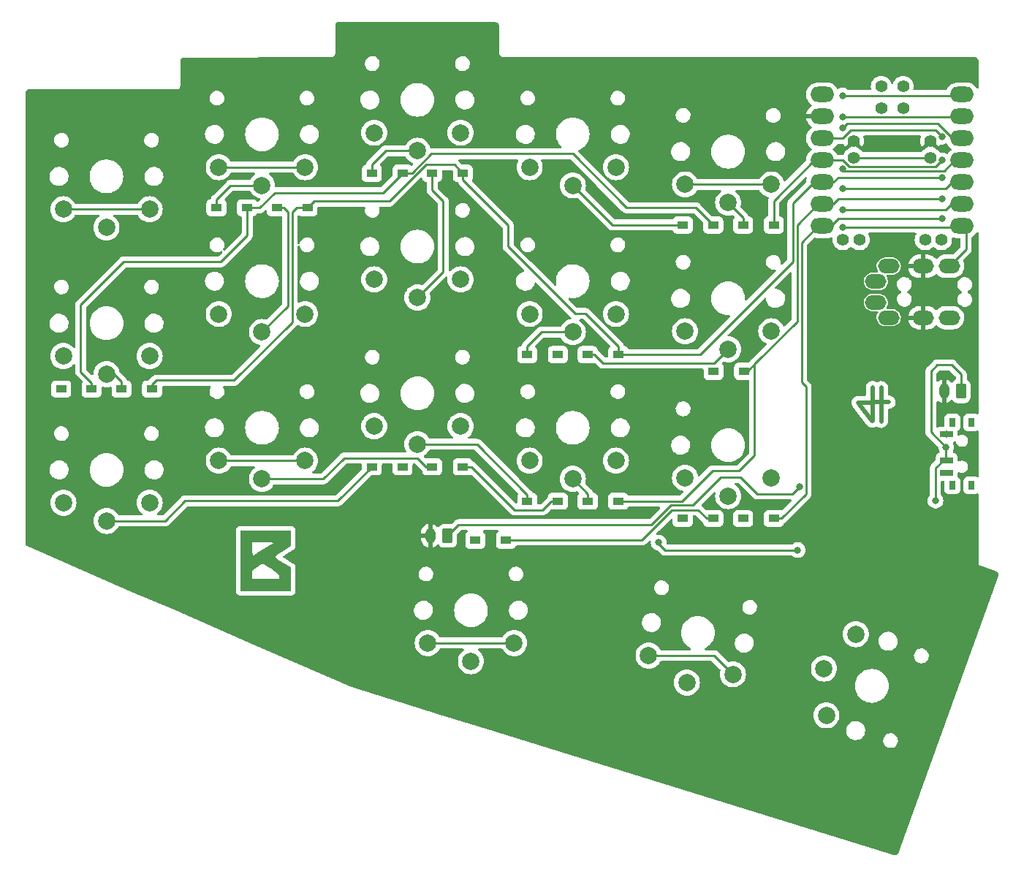
<source format=gbl>
%TF.GenerationSoftware,KiCad,Pcbnew,7.0.1*%
%TF.CreationDate,2023-08-18T18:47:56+06:00*%
%TF.ProjectId,pcb,7063622e-6b69-4636-9164-5f7063625858,rev?*%
%TF.SameCoordinates,Original*%
%TF.FileFunction,Copper,L2,Bot*%
%TF.FilePolarity,Positive*%
%FSLAX46Y46*%
G04 Gerber Fmt 4.6, Leading zero omitted, Abs format (unit mm)*
G04 Created by KiCad (PCBNEW 7.0.1) date 2023-08-18 18:47:56*
%MOMM*%
%LPD*%
G01*
G04 APERTURE LIST*
G04 Aperture macros list*
%AMRoundRect*
0 Rectangle with rounded corners*
0 $1 Rounding radius*
0 $2 $3 $4 $5 $6 $7 $8 $9 X,Y pos of 4 corners*
0 Add a 4 corners polygon primitive as box body*
4,1,4,$2,$3,$4,$5,$6,$7,$8,$9,$2,$3,0*
0 Add four circle primitives for the rounded corners*
1,1,$1+$1,$2,$3*
1,1,$1+$1,$4,$5*
1,1,$1+$1,$6,$7*
1,1,$1+$1,$8,$9*
0 Add four rect primitives between the rounded corners*
20,1,$1+$1,$2,$3,$4,$5,0*
20,1,$1+$1,$4,$5,$6,$7,0*
20,1,$1+$1,$6,$7,$8,$9,0*
20,1,$1+$1,$8,$9,$2,$3,0*%
G04 Aperture macros list end*
%TA.AperFunction,NonConductor*%
%ADD10C,0.500000*%
%TD*%
%TA.AperFunction,ComponentPad*%
%ADD11C,2.000000*%
%TD*%
%TA.AperFunction,SMDPad,CuDef*%
%ADD12R,1.300000X0.950000*%
%TD*%
%TA.AperFunction,ComponentPad*%
%ADD13O,2.500000X1.700000*%
%TD*%
%TA.AperFunction,ComponentPad*%
%ADD14RoundRect,0.250000X0.350000X0.625000X-0.350000X0.625000X-0.350000X-0.625000X0.350000X-0.625000X0*%
%TD*%
%TA.AperFunction,ComponentPad*%
%ADD15O,1.200000X1.750000*%
%TD*%
%TA.AperFunction,ComponentPad*%
%ADD16C,1.397000*%
%TD*%
%TA.AperFunction,SMDPad,CuDef*%
%ADD17R,0.800000X1.000000*%
%TD*%
%TA.AperFunction,SMDPad,CuDef*%
%ADD18R,1.500000X0.700000*%
%TD*%
%TA.AperFunction,SMDPad,CuDef*%
%ADD19O,2.750000X1.800000*%
%TD*%
%TA.AperFunction,ViaPad*%
%ADD20C,0.800000*%
%TD*%
%TA.AperFunction,Conductor*%
%ADD21C,0.250000*%
%TD*%
G04 APERTURE END LIST*
D10*
X168240000Y-90245000D02*
X168240000Y-86340000D01*
X167180000Y-90217500D02*
X165540000Y-88055000D01*
X169140000Y-88035000D02*
X165540000Y-88055000D01*
X167210000Y-90227500D02*
X167210000Y-86322500D01*
%TA.AperFunction,EtchedComponent*%
G36*
X99867833Y-104314815D02*
G01*
X99867833Y-104708619D01*
X98857124Y-105314315D01*
X98653880Y-105434828D01*
X98271600Y-105664576D01*
X98062035Y-105832156D01*
X98031931Y-105978293D01*
X98188029Y-106143709D01*
X98537076Y-106369127D01*
X99085813Y-106695271D01*
X99867833Y-107163981D01*
X99867833Y-108522217D01*
X99867833Y-108531277D01*
X99867833Y-109898572D01*
X96927439Y-109898572D01*
X93987045Y-109898572D01*
X93987045Y-108522217D01*
X95363399Y-108522217D01*
X96927439Y-108522217D01*
X98491478Y-108522217D01*
X98491478Y-108218780D01*
X98456059Y-108054875D01*
X98312933Y-107870246D01*
X98023301Y-107644863D01*
X97548617Y-107342918D01*
X97356074Y-107226694D01*
X96961187Y-106993039D01*
X96676191Y-106831077D01*
X96552731Y-106770493D01*
X96488609Y-106796930D01*
X96258920Y-106921466D01*
X95931553Y-107113671D01*
X95687886Y-107266856D01*
X95470472Y-107453871D01*
X95380882Y-107666133D01*
X95363399Y-107989533D01*
X95363399Y-108522217D01*
X93987045Y-108522217D01*
X93987045Y-106395124D01*
X93987045Y-105018769D01*
X95363399Y-105018769D01*
X95373756Y-105360334D01*
X95407759Y-105654896D01*
X95457242Y-105767403D01*
X95524111Y-105738020D01*
X95764834Y-105604676D01*
X96126596Y-105393334D01*
X96555239Y-105136800D01*
X96996603Y-104867876D01*
X97396530Y-104619368D01*
X97700861Y-104424080D01*
X97855436Y-104314815D01*
X97810074Y-104300494D01*
X97566649Y-104283729D01*
X97158552Y-104272272D01*
X96635485Y-104268030D01*
X95363399Y-104268030D01*
X95363399Y-105018769D01*
X93987045Y-105018769D01*
X93987045Y-102891675D01*
X96927439Y-102891675D01*
X99867833Y-102891675D01*
X99867833Y-103800147D01*
X99867833Y-104314815D01*
G37*
%TD.AperFunction*%
D11*
X145713006Y-120510146D03*
X141286049Y-117377727D03*
X151049010Y-119542123D03*
D12*
X130775000Y-82500000D03*
X127225000Y-82500000D03*
D11*
X150500000Y-98900000D03*
X145500000Y-96800000D03*
X155500000Y-96800000D03*
X150500000Y-81900000D03*
X145500000Y-79800000D03*
X155500000Y-79800000D03*
D13*
X173100000Y-72275000D03*
X173100000Y-78225000D03*
X176100000Y-72275000D03*
X176100000Y-78225000D03*
X167600000Y-74025000D03*
X167600000Y-76475000D03*
X169100000Y-72275000D03*
X169100000Y-78225000D03*
D14*
X118000000Y-103500000D03*
D15*
X116000000Y-103500000D03*
D11*
X114500000Y-58900000D03*
X109500000Y-56800000D03*
X119500000Y-56800000D03*
D12*
X155775000Y-67500000D03*
X152225000Y-67500000D03*
D11*
X78480000Y-67770000D03*
X73480000Y-65670000D03*
X83480000Y-65670000D03*
X96500000Y-96900000D03*
X91500000Y-94800000D03*
X101500000Y-94800000D03*
X96500000Y-62900000D03*
X91500000Y-60800000D03*
X101500000Y-60800000D03*
D12*
X148775000Y-67500000D03*
X145225000Y-67500000D03*
X155775000Y-101500000D03*
X152225000Y-101500000D03*
X137775000Y-99500000D03*
X134225000Y-99500000D03*
X152355000Y-84440000D03*
X148805000Y-84440000D03*
X148775000Y-101500000D03*
X145225000Y-101500000D03*
D11*
X132500000Y-96900000D03*
X127500000Y-94800000D03*
X137500000Y-94800000D03*
X150500000Y-64900000D03*
X145500000Y-62800000D03*
X155500000Y-62800000D03*
D12*
X124775000Y-104000000D03*
X121225000Y-104000000D03*
D11*
X114500000Y-92900000D03*
X109500000Y-90800000D03*
X119500000Y-90800000D03*
D12*
X112775000Y-95500000D03*
X109225000Y-95500000D03*
D16*
X168230000Y-51428000D03*
X170770000Y-51428000D03*
X168230000Y-53968000D03*
X170770000Y-53968000D03*
X165055000Y-59683000D03*
X165055000Y-57778000D03*
X173310000Y-69208000D03*
X175215000Y-69208000D03*
D12*
X112775000Y-61500000D03*
X109225000Y-61500000D03*
X119775000Y-95500000D03*
X116225000Y-95500000D03*
X119775000Y-61500000D03*
X116225000Y-61500000D03*
X130775000Y-99500000D03*
X127225000Y-99500000D03*
D11*
X114500000Y-75900000D03*
X109500000Y-73800000D03*
X119500000Y-73800000D03*
X161605814Y-118872081D03*
X165289269Y-114891860D03*
X161869067Y-124288787D03*
D12*
X83775000Y-86500000D03*
X80225000Y-86500000D03*
D11*
X132500000Y-62900000D03*
X127500000Y-60800000D03*
X137500000Y-60800000D03*
D14*
X177500000Y-86750000D03*
D15*
X175500000Y-86750000D03*
D11*
X120710000Y-118030000D03*
X115710000Y-115930000D03*
X125710000Y-115930000D03*
D12*
X76775000Y-86500000D03*
X73225000Y-86500000D03*
D11*
X132500000Y-79900000D03*
X127500000Y-77800000D03*
X137500000Y-77800000D03*
X78490000Y-101770000D03*
X73490000Y-99670000D03*
X83490000Y-99670000D03*
X78490000Y-84770000D03*
X73490000Y-82670000D03*
X83490000Y-82670000D03*
D12*
X101775000Y-65500000D03*
X98225000Y-65500000D03*
X94775000Y-65500000D03*
X91225000Y-65500000D03*
X137775000Y-82500000D03*
X134225000Y-82500000D03*
D11*
X96500000Y-79900000D03*
X91500000Y-77800000D03*
X101500000Y-77800000D03*
D17*
X178680000Y-90350000D03*
X176470000Y-90350000D03*
X178680000Y-97650000D03*
X176470000Y-97650000D03*
D18*
X175820000Y-91750000D03*
X175820000Y-94750000D03*
X175820000Y-96250000D03*
D19*
X177594960Y-52380000D03*
X177594960Y-54920000D03*
X177594960Y-57460000D03*
X177594960Y-60000000D03*
X177594960Y-62540000D03*
X177594960Y-65080000D03*
X177594960Y-67620000D03*
X161405040Y-67620000D03*
X161405040Y-65080000D03*
X161405040Y-62540000D03*
X161405040Y-60000000D03*
X161405040Y-57460000D03*
X161405040Y-54920000D03*
X161405040Y-52380000D03*
D16*
X170770000Y-51428000D03*
X168230000Y-51428000D03*
X170770000Y-53968000D03*
X168230000Y-53968000D03*
X173945000Y-59683000D03*
X173945000Y-57778000D03*
X165690000Y-69208000D03*
X163785000Y-69208000D03*
D20*
X158790000Y-97810000D03*
X174520000Y-99440000D03*
X175750000Y-93250000D03*
X151316157Y-106500000D03*
X170690000Y-81810000D03*
X175820000Y-91750000D03*
X94775000Y-65500000D03*
X155775000Y-67500000D03*
X148775000Y-67500000D03*
X76775000Y-86500000D03*
X175250000Y-60000000D03*
X112775000Y-61500000D03*
X73225000Y-86500000D03*
X91225000Y-65500000D03*
X109225000Y-61500000D03*
X145225000Y-67500000D03*
X101775000Y-65500000D03*
X137775000Y-82500000D03*
X175250000Y-62000000D03*
X130775000Y-82500000D03*
X83775000Y-86500000D03*
X119775000Y-61500000D03*
X152225000Y-67500000D03*
X80225000Y-86500000D03*
X98225000Y-65500000D03*
X116225000Y-61500000D03*
X127225000Y-82500000D03*
X112775000Y-95500000D03*
X152330000Y-84450000D03*
X137775000Y-99500000D03*
X175250000Y-64500000D03*
X119775000Y-95500000D03*
X130775000Y-99500000D03*
X134225000Y-82500000D03*
X116225000Y-95500000D03*
X127225000Y-99500000D03*
X134225000Y-99500000D03*
X148775000Y-101500000D03*
X175250000Y-66750000D03*
X155775000Y-101500000D03*
X124775000Y-104000000D03*
X148780000Y-84430000D03*
X121225000Y-104000000D03*
X145225000Y-101500000D03*
X175250000Y-57250000D03*
X163750000Y-67750000D03*
X163750000Y-65750000D03*
X163750000Y-52500000D03*
X163750000Y-54991500D03*
X163750000Y-56250000D03*
X158560000Y-105150000D03*
X163737701Y-61012299D03*
X142450000Y-104290000D03*
X152225000Y-101500000D03*
X163750000Y-63250000D03*
D21*
X174520000Y-99440000D02*
X174520000Y-95650000D01*
X174710000Y-83700000D02*
X176390000Y-83700000D01*
X149650000Y-96730000D02*
X151850000Y-96730000D01*
X174000000Y-84410000D02*
X174710000Y-83700000D01*
X141620000Y-102220000D02*
X143890000Y-99950000D01*
X151940000Y-96730000D02*
X153840000Y-98630000D01*
X176390000Y-83700000D02*
X177500000Y-84810000D01*
X153840000Y-98630000D02*
X157970000Y-98630000D01*
X143890000Y-99950000D02*
X146430000Y-99950000D01*
X177500000Y-84810000D02*
X177500000Y-86750000D01*
X174000000Y-91500000D02*
X174000000Y-84410000D01*
X175750000Y-93250000D02*
X174000000Y-91500000D01*
X118000000Y-103500000D02*
X119280000Y-102220000D01*
X119280000Y-102220000D02*
X141620000Y-102220000D01*
X157970000Y-98630000D02*
X158790000Y-97810000D01*
X175750000Y-94680000D02*
X175820000Y-94750000D01*
X175420000Y-94750000D02*
X175820000Y-94750000D01*
X175750000Y-93250000D02*
X175750000Y-94680000D01*
X146430000Y-99950000D02*
X149650000Y-96730000D01*
X151850000Y-96730000D02*
X151940000Y-96730000D01*
X174520000Y-95650000D02*
X175420000Y-94750000D01*
X165055000Y-59683000D02*
X173945000Y-59683000D01*
X146775000Y-65500000D02*
X148775000Y-67500000D01*
X94775000Y-65500000D02*
X96250000Y-65500000D01*
X132500000Y-59250000D02*
X138750000Y-65500000D01*
X98000000Y-63750000D02*
X110525000Y-63750000D01*
X75500000Y-76750000D02*
X75500000Y-84500000D01*
X112775000Y-61500000D02*
X113863604Y-61500000D01*
X110525000Y-63750000D02*
X112775000Y-61500000D01*
X155775000Y-64690020D02*
X160465020Y-60000000D01*
X138750000Y-65500000D02*
X146775000Y-65500000D01*
X96250000Y-65500000D02*
X98000000Y-63750000D01*
X155775000Y-67500000D02*
X155775000Y-64690020D01*
X174500000Y-60750000D02*
X164500000Y-60750000D01*
X76775000Y-85775000D02*
X76775000Y-86500000D01*
X113863604Y-61500000D02*
X116113604Y-59250000D01*
X116113604Y-59250000D02*
X132500000Y-59250000D01*
X175250000Y-60000000D02*
X174500000Y-60750000D01*
X160465020Y-60000000D02*
X160930040Y-60000000D01*
X94775000Y-65500000D02*
X94775000Y-68725000D01*
X80500000Y-71750000D02*
X75500000Y-76750000D01*
X164500000Y-60750000D02*
X163750000Y-60000000D01*
X91750000Y-71750000D02*
X80500000Y-71750000D01*
X163750000Y-60000000D02*
X160930040Y-60000000D01*
X75500000Y-84500000D02*
X76775000Y-85775000D01*
X94775000Y-68725000D02*
X91750000Y-71750000D01*
X91225000Y-65500000D02*
X91225000Y-64525000D01*
X91225000Y-64525000D02*
X92850000Y-62900000D01*
X92850000Y-62900000D02*
X96500000Y-62900000D01*
X109225000Y-61500000D02*
X109225000Y-60512500D01*
X110837500Y-58900000D02*
X114500000Y-58900000D01*
X109225000Y-60512500D02*
X110837500Y-58900000D01*
X137100000Y-67500000D02*
X145225000Y-67500000D01*
X132500000Y-62900000D02*
X137100000Y-67500000D01*
X84250000Y-85500000D02*
X83775000Y-85975000D01*
X160460000Y-62540000D02*
X160930040Y-62540000D01*
X101775000Y-65500000D02*
X102525000Y-64750000D01*
X100500000Y-65500000D02*
X100000000Y-66000000D01*
X100000000Y-78750000D02*
X93250000Y-85500000D01*
X137775000Y-81525000D02*
X134000000Y-77750000D01*
X118775000Y-60500000D02*
X119775000Y-61500000D01*
X102525000Y-64750000D02*
X111250000Y-64750000D01*
X132750000Y-77750000D02*
X125000000Y-70000000D01*
X125000000Y-67500000D02*
X119775000Y-62275000D01*
X93250000Y-85500000D02*
X84250000Y-85500000D01*
X100000000Y-66000000D02*
X100000000Y-78750000D01*
X158000000Y-71750000D02*
X158000000Y-65000000D01*
X125000000Y-70000000D02*
X125000000Y-67500000D01*
X115500000Y-60500000D02*
X118775000Y-60500000D01*
X158000000Y-65000000D02*
X160460000Y-62540000D01*
X137775000Y-82500000D02*
X147250000Y-82500000D01*
X162710000Y-62540000D02*
X160930040Y-62540000D01*
X101775000Y-65500000D02*
X100500000Y-65500000D01*
X175250000Y-62000000D02*
X163250000Y-62000000D01*
X147250000Y-82500000D02*
X158000000Y-71750000D01*
X163250000Y-62000000D02*
X162710000Y-62540000D01*
X111250000Y-64750000D02*
X115500000Y-60500000D01*
X137775000Y-82500000D02*
X137775000Y-81525000D01*
X119775000Y-62275000D02*
X119775000Y-61500000D01*
X83775000Y-85975000D02*
X83775000Y-86500000D01*
X134000000Y-77750000D02*
X132750000Y-77750000D01*
X150500000Y-64900000D02*
X152225000Y-66625000D01*
X152225000Y-66625000D02*
X152225000Y-67500000D01*
X78500000Y-83900000D02*
X80225000Y-85625000D01*
X80225000Y-85625000D02*
X80225000Y-86500000D01*
X99500000Y-66000000D02*
X99500000Y-76900000D01*
X99000000Y-65500000D02*
X99500000Y-66000000D01*
X98225000Y-65500000D02*
X99000000Y-65500000D01*
X99500000Y-76900000D02*
X96500000Y-79900000D01*
X116225000Y-61500000D02*
X116225000Y-63475000D01*
X117500000Y-72900000D02*
X114500000Y-75900000D01*
X116225000Y-63475000D02*
X117500000Y-64750000D01*
X117500000Y-64750000D02*
X117500000Y-72900000D01*
X127225000Y-82500000D02*
X127225000Y-81525000D01*
X127225000Y-81525000D02*
X128850000Y-79900000D01*
X128850000Y-79900000D02*
X132500000Y-79900000D01*
X153550000Y-83623834D02*
X153881917Y-83291917D01*
X152330000Y-84450000D02*
X152340000Y-84440000D01*
X129000000Y-100500000D02*
X130000000Y-99500000D01*
X163250000Y-64500000D02*
X162670000Y-65080000D01*
X153550000Y-94210000D02*
X153550000Y-83623834D01*
X145160000Y-99500000D02*
X148670000Y-95990000D01*
X125750000Y-100500000D02*
X129000000Y-100500000D01*
X162670000Y-65080000D02*
X160930040Y-65080000D01*
X120750000Y-95500000D02*
X125750000Y-100500000D01*
X152340000Y-84440000D02*
X152733834Y-84440000D01*
X151770000Y-95990000D02*
X153550000Y-94210000D01*
X137775000Y-99500000D02*
X145160000Y-99500000D01*
X152733834Y-84440000D02*
X153881917Y-83291917D01*
X158500000Y-78673833D02*
X158500000Y-67510040D01*
X153881917Y-83291917D02*
X158500000Y-78673833D01*
X148670000Y-95990000D02*
X151770000Y-95990000D01*
X119775000Y-95500000D02*
X120750000Y-95500000D01*
X158500000Y-67510040D02*
X160930040Y-65080000D01*
X130000000Y-99500000D02*
X130775000Y-99500000D01*
X152355000Y-84440000D02*
X152345000Y-84440000D01*
X175250000Y-64500000D02*
X163250000Y-64500000D01*
X152345000Y-84440000D02*
X152330000Y-84450000D01*
X134225000Y-82500000D02*
X135000000Y-82500000D01*
X136000000Y-83500000D02*
X148900000Y-83500000D01*
X135000000Y-82500000D02*
X136000000Y-83500000D01*
X148900000Y-83500000D02*
X150500000Y-81900000D01*
X78490000Y-101770000D02*
X85270000Y-101770000D01*
X87600000Y-99440000D02*
X105285000Y-99440000D01*
X85270000Y-101770000D02*
X87600000Y-99440000D01*
X105285000Y-99440000D02*
X109225000Y-95500000D01*
X78490000Y-101770000D02*
X79070000Y-101190000D01*
X106000000Y-94500000D02*
X103600000Y-96900000D01*
X116225000Y-95500000D02*
X115500000Y-95500000D01*
X103600000Y-96900000D02*
X96500000Y-96900000D01*
X115500000Y-95500000D02*
X114500000Y-94500000D01*
X114500000Y-94500000D02*
X106000000Y-94500000D01*
X121400000Y-92900000D02*
X127225000Y-98725000D01*
X127225000Y-98725000D02*
X127225000Y-99500000D01*
X114500000Y-92900000D02*
X121400000Y-92900000D01*
X134225000Y-99500000D02*
X134225000Y-98625000D01*
X134225000Y-98625000D02*
X132500000Y-96900000D01*
X162380000Y-67620000D02*
X160930040Y-67620000D01*
X160930040Y-67620000D02*
X159000000Y-69550040D01*
X159000000Y-69550040D02*
X159000000Y-85740000D01*
X124775000Y-104000000D02*
X140500000Y-104000000D01*
X156675000Y-101500000D02*
X159515000Y-98660000D01*
X159515000Y-98660000D02*
X159515000Y-86255000D01*
X147000000Y-100500000D02*
X148000000Y-101500000D01*
X148000000Y-101500000D02*
X148775000Y-101500000D01*
X159515000Y-86255000D02*
X159000000Y-85740000D01*
X155775000Y-101500000D02*
X156675000Y-101500000D01*
X140500000Y-104000000D02*
X144000000Y-100500000D01*
X144000000Y-100500000D02*
X147000000Y-100500000D01*
X163250000Y-66750000D02*
X162380000Y-67620000D01*
X175250000Y-66750000D02*
X163250000Y-66750000D01*
X164692776Y-56500000D02*
X163732776Y-57460000D01*
X174500000Y-56500000D02*
X164692776Y-56500000D01*
X163732776Y-57460000D02*
X160930040Y-57460000D01*
X175250000Y-57250000D02*
X174500000Y-56500000D01*
X163750000Y-67750000D02*
X177939960Y-67750000D01*
X176100000Y-72275000D02*
X178069960Y-70305040D01*
X177939960Y-67750000D02*
X178069960Y-67620000D01*
X178069960Y-70305040D02*
X178069960Y-67620000D01*
X176420000Y-65080000D02*
X178069960Y-65080000D01*
X163750000Y-65750000D02*
X175750000Y-65750000D01*
X175750000Y-65750000D02*
X176420000Y-65080000D01*
X177949960Y-52500000D02*
X178069960Y-52380000D01*
X163750000Y-52500000D02*
X177949960Y-52500000D01*
X73480000Y-65670000D02*
X83480000Y-65670000D01*
X163750000Y-54991500D02*
X177998460Y-54991500D01*
X115710000Y-115930000D02*
X125710000Y-115930000D01*
X91500000Y-60800000D02*
X101500000Y-60800000D01*
X177998460Y-54991500D02*
X178069960Y-54920000D01*
X91500000Y-94800000D02*
X101500000Y-94800000D01*
X176485305Y-57460000D02*
X178069960Y-57460000D01*
X141286049Y-117377727D02*
X148884614Y-117377727D01*
X148884614Y-117377727D02*
X151049010Y-119542123D01*
X174775305Y-55750000D02*
X176485305Y-57460000D01*
X164250000Y-55750000D02*
X163750000Y-56250000D01*
X174775305Y-55750000D02*
X164250000Y-55750000D01*
X143160000Y-105150000D02*
X142450000Y-104440000D01*
X163737701Y-61012299D02*
X163975402Y-61250000D01*
X175500000Y-61250000D02*
X176750000Y-60000000D01*
X158560000Y-105150000D02*
X143160000Y-105150000D01*
X142450000Y-104440000D02*
X142450000Y-104290000D01*
X176750000Y-60000000D02*
X178069960Y-60000000D01*
X163975402Y-61250000D02*
X175500000Y-61250000D01*
X145500000Y-62800000D02*
X155500000Y-62800000D01*
X175750000Y-63250000D02*
X176460000Y-62540000D01*
X176460000Y-62540000D02*
X178069960Y-62540000D01*
X163750000Y-63250000D02*
X175750000Y-63250000D01*
%TA.AperFunction,Conductor*%
G36*
X123490403Y-44007428D02*
G01*
X123490687Y-44007485D01*
X123534759Y-44007485D01*
X123551189Y-44008561D01*
X123560165Y-44009743D01*
X123563258Y-44010191D01*
X123646257Y-44023340D01*
X123674746Y-44031374D01*
X123699989Y-44041831D01*
X123708922Y-44045950D01*
X123760278Y-44072118D01*
X123779774Y-44084419D01*
X123804708Y-44103552D01*
X123817098Y-44114419D01*
X123855579Y-44152900D01*
X123866446Y-44165290D01*
X123885579Y-44190224D01*
X123897883Y-44209725D01*
X123924042Y-44261064D01*
X123928177Y-44270033D01*
X123937005Y-44291343D01*
X123938620Y-44295241D01*
X123946659Y-44323744D01*
X123959796Y-44406666D01*
X123960269Y-44409929D01*
X123961433Y-44418767D01*
X123962512Y-44435268D01*
X123961338Y-47527662D01*
X123961338Y-47528162D01*
X123961333Y-47589064D01*
X123988430Y-47707810D01*
X124014645Y-47762249D01*
X124041276Y-47817553D01*
X124117217Y-47912783D01*
X124212447Y-47988724D01*
X124248015Y-48005851D01*
X124322189Y-48041569D01*
X124440935Y-48068666D01*
X124440936Y-48068665D01*
X124440937Y-48068666D01*
X124501838Y-48068662D01*
X124502338Y-48068662D01*
X178982905Y-48040503D01*
X178997050Y-48041294D01*
X179015308Y-48043351D01*
X179017335Y-48043598D01*
X179098058Y-48054226D01*
X179123207Y-48060213D01*
X179156213Y-48071763D01*
X179162750Y-48074258D01*
X179216731Y-48096617D01*
X179235540Y-48106335D01*
X179268452Y-48127015D01*
X179278102Y-48133727D01*
X179311177Y-48159107D01*
X179321570Y-48167082D01*
X179333959Y-48177948D01*
X179362050Y-48206039D01*
X179372916Y-48218428D01*
X179381457Y-48229558D01*
X179402682Y-48257219D01*
X179406263Y-48261885D01*
X179412990Y-48271557D01*
X179433663Y-48304459D01*
X179443384Y-48323274D01*
X179465727Y-48377214D01*
X179468248Y-48383819D01*
X179479782Y-48416782D01*
X179485774Y-48441949D01*
X179496376Y-48522476D01*
X179496662Y-48524813D01*
X179498709Y-48542978D01*
X179499501Y-48557066D01*
X179500018Y-51571184D01*
X179483501Y-51633572D01*
X179438260Y-51679598D01*
X179376166Y-51697188D01*
X179313508Y-51681726D01*
X179266725Y-51637269D01*
X179238544Y-51591500D01*
X179206484Y-51539431D01*
X179206480Y-51539426D01*
X179048081Y-51359450D01*
X178861536Y-51208825D01*
X178652218Y-51091893D01*
X178426158Y-51012021D01*
X178426155Y-51012020D01*
X178426154Y-51012020D01*
X178189841Y-50971500D01*
X177060133Y-50971500D01*
X177060132Y-50971500D01*
X176881061Y-50986740D01*
X176649037Y-51047155D01*
X176430557Y-51145914D01*
X176231914Y-51280174D01*
X176058813Y-51446077D01*
X175916245Y-51638840D01*
X175861260Y-51747899D01*
X175836389Y-51797226D01*
X175789945Y-51847792D01*
X175723882Y-51866500D01*
X172066290Y-51866500D01*
X172010562Y-51853506D01*
X171966328Y-51817204D01*
X171942711Y-51765082D01*
X171944583Y-51707889D01*
X171952163Y-51679598D01*
X171963204Y-51638394D01*
X171981611Y-51428000D01*
X171963204Y-51217606D01*
X171908542Y-51013605D01*
X171819286Y-50822195D01*
X171698148Y-50649191D01*
X171548809Y-50499852D01*
X171375807Y-50378714D01*
X171184395Y-50289457D01*
X170980394Y-50234796D01*
X170770000Y-50216389D01*
X170559605Y-50234796D01*
X170355605Y-50289457D01*
X170164194Y-50378714D01*
X169991188Y-50499854D01*
X169841854Y-50649188D01*
X169720714Y-50822194D01*
X169631458Y-51013603D01*
X169621707Y-51049996D01*
X169589095Y-51106480D01*
X169532611Y-51139091D01*
X169467389Y-51139091D01*
X169410905Y-51106480D01*
X169378293Y-51049996D01*
X169368541Y-51013603D01*
X169348908Y-50971500D01*
X169279286Y-50822195D01*
X169158148Y-50649191D01*
X169008809Y-50499852D01*
X168835807Y-50378714D01*
X168644395Y-50289457D01*
X168440394Y-50234796D01*
X168230000Y-50216389D01*
X168019605Y-50234796D01*
X167815605Y-50289457D01*
X167624194Y-50378714D01*
X167451188Y-50499854D01*
X167301854Y-50649188D01*
X167180714Y-50822194D01*
X167091457Y-51013605D01*
X167036796Y-51217605D01*
X167023648Y-51367883D01*
X167018389Y-51428000D01*
X167028138Y-51539428D01*
X167036796Y-51638394D01*
X167055417Y-51707889D01*
X167057289Y-51765082D01*
X167033672Y-51817204D01*
X166989438Y-51853506D01*
X166933710Y-51866500D01*
X164458200Y-51866500D01*
X164406952Y-51855607D01*
X164364565Y-51824812D01*
X164361253Y-51821133D01*
X164221273Y-51719432D01*
X164206752Y-51708882D01*
X164032288Y-51631206D01*
X163845487Y-51591500D01*
X163654513Y-51591500D01*
X163529978Y-51617970D01*
X163467711Y-51631206D01*
X163397078Y-51662654D01*
X163295479Y-51707889D01*
X163293244Y-51708884D01*
X163284204Y-51715452D01*
X163220119Y-51739118D01*
X163153102Y-51725860D01*
X163102854Y-51679575D01*
X163016562Y-51539428D01*
X162858161Y-51359450D01*
X162671616Y-51208825D01*
X162462298Y-51091893D01*
X162236238Y-51012021D01*
X162236235Y-51012020D01*
X162236234Y-51012020D01*
X161999921Y-50971500D01*
X160870213Y-50971500D01*
X160870212Y-50971500D01*
X160691141Y-50986740D01*
X160459117Y-51047155D01*
X160240637Y-51145914D01*
X160041994Y-51280174D01*
X159868893Y-51446077D01*
X159726327Y-51638838D01*
X159618381Y-51852936D01*
X159548175Y-52082186D01*
X159517721Y-52320005D01*
X159527896Y-52559548D01*
X159578409Y-52793931D01*
X159667807Y-53016404D01*
X159793517Y-53220571D01*
X159951918Y-53400549D01*
X160143713Y-53555414D01*
X160179372Y-53601547D01*
X160190443Y-53658793D01*
X160174557Y-53714895D01*
X160135114Y-53757838D01*
X160042309Y-53820563D01*
X159869272Y-53986405D01*
X159726752Y-54179105D01*
X159618846Y-54393123D01*
X159548664Y-54622292D01*
X159543068Y-54666000D01*
X161533040Y-54666000D01*
X161596040Y-54682881D01*
X161642159Y-54729000D01*
X161659040Y-54792000D01*
X161659040Y-55048000D01*
X161642159Y-55111000D01*
X161596040Y-55157119D01*
X161533040Y-55174000D01*
X159544453Y-55174000D01*
X159578887Y-55333782D01*
X159668255Y-55556178D01*
X159793920Y-55760271D01*
X159952265Y-55940188D01*
X160143739Y-56094792D01*
X160179398Y-56140925D01*
X160190469Y-56198172D01*
X160174583Y-56254274D01*
X160135141Y-56297217D01*
X160041992Y-56360175D01*
X159868893Y-56526077D01*
X159726327Y-56718838D01*
X159618381Y-56932936D01*
X159548175Y-57162186D01*
X159517721Y-57400005D01*
X159527896Y-57639548D01*
X159578409Y-57873931D01*
X159667807Y-58096404D01*
X159793517Y-58300571D01*
X159951918Y-58480549D01*
X160143306Y-58635086D01*
X160178965Y-58681219D01*
X160190036Y-58738466D01*
X160174150Y-58794567D01*
X160134708Y-58837510D01*
X160041992Y-58900176D01*
X159868893Y-59066077D01*
X159726327Y-59258838D01*
X159618381Y-59472936D01*
X159548175Y-59702186D01*
X159517721Y-59940001D01*
X159519911Y-59991554D01*
X159511430Y-60042637D01*
X159483119Y-60085995D01*
X157155812Y-62413301D01*
X157098531Y-62446123D01*
X157032516Y-62445475D01*
X156975890Y-62411535D01*
X156944199Y-62353621D01*
X156939106Y-62332409D01*
X156939105Y-62332406D01*
X156848240Y-62113037D01*
X156830569Y-62084201D01*
X156724176Y-61910584D01*
X156569969Y-61730030D01*
X156389415Y-61575823D01*
X156186966Y-61451761D01*
X155967594Y-61360895D01*
X155736711Y-61305464D01*
X155500000Y-61286835D01*
X155263288Y-61305464D01*
X155032405Y-61360895D01*
X154813033Y-61451761D01*
X154610584Y-61575823D01*
X154430030Y-61730030D01*
X154275823Y-61910584D01*
X154155866Y-62106335D01*
X154110000Y-62150435D01*
X154048434Y-62166500D01*
X146951566Y-62166500D01*
X146890000Y-62150435D01*
X146844134Y-62106335D01*
X146724176Y-61910584D01*
X146569969Y-61730030D01*
X146389415Y-61575823D01*
X146186966Y-61451761D01*
X145967594Y-61360895D01*
X145736711Y-61305464D01*
X145500000Y-61286835D01*
X145263288Y-61305464D01*
X145032405Y-61360895D01*
X144813033Y-61451761D01*
X144610584Y-61575823D01*
X144430030Y-61730030D01*
X144275823Y-61910584D01*
X144151761Y-62113033D01*
X144060895Y-62332405D01*
X144005464Y-62563288D01*
X143986835Y-62799999D01*
X144005464Y-63036711D01*
X144060895Y-63267594D01*
X144151761Y-63486966D01*
X144275823Y-63689415D01*
X144430030Y-63869969D01*
X144610584Y-64024176D01*
X144813033Y-64148238D01*
X144813035Y-64148238D01*
X144813037Y-64148240D01*
X145032406Y-64239105D01*
X145207858Y-64281227D01*
X145263288Y-64294535D01*
X145276376Y-64295565D01*
X145500000Y-64313165D01*
X145736711Y-64294535D01*
X145967594Y-64239105D01*
X146186963Y-64148240D01*
X146389416Y-64024176D01*
X146569969Y-63869969D01*
X146724176Y-63689416D01*
X146770578Y-63613696D01*
X146844134Y-63493665D01*
X146890000Y-63449565D01*
X146951566Y-63433500D01*
X149559259Y-63433500D01*
X149621687Y-63450052D01*
X149667712Y-63495361D01*
X149685243Y-63557521D01*
X149669674Y-63620201D01*
X149625095Y-63666931D01*
X149612087Y-63674903D01*
X149610579Y-63675827D01*
X149430030Y-63830030D01*
X149275823Y-64010584D01*
X149151761Y-64213033D01*
X149060895Y-64432405D01*
X149005464Y-64663288D01*
X148986835Y-64900000D01*
X149005464Y-65136711D01*
X149060895Y-65367594D01*
X149151761Y-65586966D01*
X149275823Y-65789415D01*
X149430030Y-65969969D01*
X149610584Y-66124176D01*
X149813033Y-66248238D01*
X149813035Y-66248238D01*
X149813037Y-66248240D01*
X150032406Y-66339105D01*
X150196265Y-66378444D01*
X150263288Y-66394535D01*
X150280558Y-66395894D01*
X150500000Y-66413165D01*
X150736711Y-66394535D01*
X150736714Y-66394534D01*
X150736716Y-66394534D01*
X150811390Y-66376606D01*
X150959950Y-66340940D01*
X151023565Y-66342189D01*
X151078459Y-66374363D01*
X151200507Y-66496411D01*
X151231429Y-66547141D01*
X151235667Y-66606401D01*
X151212280Y-66661015D01*
X151124111Y-66778794D01*
X151073011Y-66915799D01*
X151066500Y-66976362D01*
X151066500Y-68023638D01*
X151073011Y-68084200D01*
X151124111Y-68221205D01*
X151211738Y-68338261D01*
X151328794Y-68425888D01*
X151328795Y-68425888D01*
X151328796Y-68425889D01*
X151465799Y-68476989D01*
X151526362Y-68483500D01*
X152923638Y-68483500D01*
X152984201Y-68476989D01*
X153121204Y-68425889D01*
X153238261Y-68338261D01*
X153325889Y-68221204D01*
X153376989Y-68084201D01*
X153383500Y-68023638D01*
X153383500Y-66976362D01*
X153376989Y-66915799D01*
X153325889Y-66778796D01*
X153325888Y-66778794D01*
X153238261Y-66661738D01*
X153121205Y-66574111D01*
X153042131Y-66544618D01*
X152984201Y-66523011D01*
X152971030Y-66521595D01*
X152936375Y-66517869D01*
X152873545Y-66492863D01*
X152832693Y-66438974D01*
X152828158Y-66427521D01*
X152827195Y-66425087D01*
X152823358Y-66413882D01*
X152811018Y-66371406D01*
X152800700Y-66353961D01*
X152792008Y-66336216D01*
X152784552Y-66317383D01*
X152781874Y-66313697D01*
X152758564Y-66281613D01*
X152752046Y-66271690D01*
X152741905Y-66254542D01*
X152729542Y-66233637D01*
X152715213Y-66219308D01*
X152702376Y-66204277D01*
X152690473Y-66187893D01*
X152656406Y-66159711D01*
X152647626Y-66151721D01*
X151974364Y-65478459D01*
X151942190Y-65423565D01*
X151940940Y-65359950D01*
X151943327Y-65350010D01*
X151994535Y-65136711D01*
X152013165Y-64900000D01*
X151994535Y-64663289D01*
X151994162Y-64661737D01*
X151958608Y-64513644D01*
X151939105Y-64432406D01*
X151848240Y-64213037D01*
X151825615Y-64176117D01*
X151724176Y-64010584D01*
X151569969Y-63830030D01*
X151389420Y-63675827D01*
X151389418Y-63675825D01*
X151389416Y-63675824D01*
X151374904Y-63666931D01*
X151330326Y-63620201D01*
X151314757Y-63557521D01*
X151332288Y-63495361D01*
X151378313Y-63450052D01*
X151440741Y-63433500D01*
X154048434Y-63433500D01*
X154110000Y-63449565D01*
X154155866Y-63493665D01*
X154275823Y-63689415D01*
X154430030Y-63869969D01*
X154610584Y-64024176D01*
X154813033Y-64148238D01*
X154813035Y-64148238D01*
X154813037Y-64148240D01*
X155032406Y-64239105D01*
X155108236Y-64257310D01*
X155159517Y-64283060D01*
X155194062Y-64328880D01*
X155204705Y-64385268D01*
X155189238Y-64440527D01*
X155181304Y-64454957D01*
X155176267Y-64474579D01*
X155169864Y-64493281D01*
X155161818Y-64511875D01*
X155154901Y-64555544D01*
X155152495Y-64567164D01*
X155141500Y-64609990D01*
X155141500Y-64630242D01*
X155139949Y-64649951D01*
X155136779Y-64669961D01*
X155140941Y-64713981D01*
X155141500Y-64725839D01*
X155141500Y-66396317D01*
X155126799Y-66455382D01*
X155086125Y-66500663D01*
X155028969Y-66521595D01*
X155015799Y-66523011D01*
X154988876Y-66533053D01*
X154878794Y-66574111D01*
X154761738Y-66661738D01*
X154674111Y-66778794D01*
X154623011Y-66915799D01*
X154616500Y-66976362D01*
X154616500Y-68023638D01*
X154623011Y-68084200D01*
X154674111Y-68221205D01*
X154761738Y-68338261D01*
X154878794Y-68425888D01*
X154878795Y-68425888D01*
X154878796Y-68425889D01*
X155015799Y-68476989D01*
X155076362Y-68483500D01*
X156473638Y-68483500D01*
X156534201Y-68476989D01*
X156671204Y-68425889D01*
X156788261Y-68338261D01*
X156875889Y-68221204D01*
X156926989Y-68084201D01*
X156933500Y-68023638D01*
X156933500Y-66976362D01*
X156926989Y-66915799D01*
X156875889Y-66778796D01*
X156875888Y-66778794D01*
X156788261Y-66661738D01*
X156671205Y-66574111D01*
X156598895Y-66547141D01*
X156534201Y-66523011D01*
X156521030Y-66521595D01*
X156463875Y-66500663D01*
X156423201Y-66455382D01*
X156408500Y-66396317D01*
X156408500Y-65004614D01*
X156418091Y-64956396D01*
X156445405Y-64915519D01*
X157911359Y-63449565D01*
X159380044Y-61980879D01*
X159437387Y-61948042D01*
X159503467Y-61948743D01*
X159560103Y-61982791D01*
X159591718Y-62040821D01*
X159589614Y-62106870D01*
X159548176Y-62242184D01*
X159517721Y-62480006D01*
X159519706Y-62526736D01*
X159511226Y-62577820D01*
X159482915Y-62621178D01*
X157611336Y-64492757D01*
X157595016Y-64505833D01*
X157546370Y-64557635D01*
X157543620Y-64560473D01*
X157523868Y-64580226D01*
X157523864Y-64580230D01*
X157523865Y-64580230D01*
X157521379Y-64583433D01*
X157513687Y-64592439D01*
X157483413Y-64624678D01*
X157473652Y-64642434D01*
X157462801Y-64658952D01*
X157450385Y-64674959D01*
X157432824Y-64715539D01*
X157427604Y-64726195D01*
X157406304Y-64764940D01*
X157401267Y-64784559D01*
X157394864Y-64803261D01*
X157386818Y-64821855D01*
X157379901Y-64865524D01*
X157377495Y-64877144D01*
X157366500Y-64919970D01*
X157366500Y-64940224D01*
X157364949Y-64959934D01*
X157361779Y-64979942D01*
X157364848Y-65012404D01*
X157365902Y-65023554D01*
X157365941Y-65023961D01*
X157366500Y-65035819D01*
X157366500Y-71435406D01*
X157356909Y-71483624D01*
X157329597Y-71524498D01*
X157021986Y-71832110D01*
X156766006Y-72088090D01*
X156711933Y-72120029D01*
X156649158Y-72121900D01*
X156593279Y-72093236D01*
X156558176Y-72041160D01*
X156552571Y-71978611D01*
X156574260Y-71846317D01*
X156564245Y-71661593D01*
X156514754Y-71483341D01*
X156428100Y-71319896D01*
X156377040Y-71259783D01*
X156308338Y-71178901D01*
X156288712Y-71163982D01*
X156161064Y-71066946D01*
X155993167Y-70989268D01*
X155993163Y-70989267D01*
X155812498Y-70949500D01*
X155812497Y-70949500D01*
X155673887Y-70949500D01*
X155673884Y-70949500D01*
X155536090Y-70964485D01*
X155360780Y-71023554D01*
X155202262Y-71118931D01*
X155067959Y-71246150D01*
X154964141Y-71399270D01*
X154895669Y-71571124D01*
X154865739Y-71753683D01*
X154875755Y-71938407D01*
X154925245Y-72116658D01*
X155011899Y-72280103D01*
X155131072Y-72420405D01*
X155131663Y-72421100D01*
X155278936Y-72533054D01*
X155446833Y-72610732D01*
X155568879Y-72637596D01*
X155627502Y-72650500D01*
X155627503Y-72650500D01*
X155766113Y-72650500D01*
X155766116Y-72650500D01*
X155835387Y-72642966D01*
X155901214Y-72635807D01*
X155962107Y-72644271D01*
X156011746Y-72680542D01*
X156038314Y-72735985D01*
X156035485Y-72797399D01*
X156003931Y-72850163D01*
X152663650Y-76190443D01*
X152611776Y-76221725D01*
X152551298Y-76225183D01*
X152496196Y-76200019D01*
X152459205Y-76152048D01*
X152448876Y-76092359D01*
X152455482Y-75999999D01*
X152448053Y-75896125D01*
X152435578Y-75721706D01*
X152419891Y-75649593D01*
X152376273Y-75449083D01*
X152375289Y-75446444D01*
X152278769Y-75187663D01*
X152145056Y-74942787D01*
X152142327Y-74939142D01*
X151977853Y-74719429D01*
X151780570Y-74522146D01*
X151557215Y-74354945D01*
X151416847Y-74278298D01*
X151312337Y-74221231D01*
X151141011Y-74157330D01*
X151050916Y-74123726D01*
X150778298Y-74064422D01*
X150611384Y-74052484D01*
X150569657Y-74049500D01*
X150430343Y-74049500D01*
X150395570Y-74051986D01*
X150221701Y-74064422D01*
X149949083Y-74123726D01*
X149805495Y-74177282D01*
X149687663Y-74221231D01*
X149687661Y-74221231D01*
X149687661Y-74221232D01*
X149442784Y-74354945D01*
X149219429Y-74522146D01*
X149022146Y-74719429D01*
X148854945Y-74942784D01*
X148721232Y-75187661D01*
X148623726Y-75449083D01*
X148564422Y-75721701D01*
X148544517Y-75999999D01*
X148564422Y-76278298D01*
X148623726Y-76550916D01*
X148636590Y-76585405D01*
X148721231Y-76812337D01*
X148772412Y-76906067D01*
X148854945Y-77057215D01*
X149022146Y-77280570D01*
X149219429Y-77477853D01*
X149401633Y-77614249D01*
X149442787Y-77645056D01*
X149687663Y-77778769D01*
X149949077Y-77876271D01*
X149949078Y-77876271D01*
X149949083Y-77876273D01*
X150221701Y-77935577D01*
X150221706Y-77935578D01*
X150430343Y-77950500D01*
X150569655Y-77950500D01*
X150569657Y-77950500D01*
X150592359Y-77948876D01*
X150652047Y-77959205D01*
X150700018Y-77996196D01*
X150725183Y-78051298D01*
X150721725Y-78111776D01*
X150690443Y-78163650D01*
X147024500Y-81829595D01*
X146983623Y-81856909D01*
X146935405Y-81866500D01*
X138996085Y-81866500D01*
X138946486Y-81856327D01*
X138904896Y-81827451D01*
X138878030Y-81784535D01*
X138875889Y-81778796D01*
X138788261Y-81661738D01*
X138671205Y-81574111D01*
X138625536Y-81557077D01*
X138534201Y-81523011D01*
X138514854Y-81520931D01*
X138467833Y-81506183D01*
X138430065Y-81474527D01*
X138407327Y-81430807D01*
X138405673Y-81425114D01*
X138405673Y-81425110D01*
X138400019Y-81405651D01*
X138396012Y-81386298D01*
X138395218Y-81380010D01*
X138393474Y-81366203D01*
X138377190Y-81325077D01*
X138373359Y-81313888D01*
X138361018Y-81271407D01*
X138350704Y-81253968D01*
X138342008Y-81236216D01*
X138334552Y-81217383D01*
X138331394Y-81213037D01*
X138308571Y-81181624D01*
X138302050Y-81171698D01*
X138299528Y-81167434D01*
X138279542Y-81133637D01*
X138265213Y-81119308D01*
X138252376Y-81104277D01*
X138240473Y-81087893D01*
X138206406Y-81059711D01*
X138197626Y-81051721D01*
X136945905Y-79800000D01*
X143986835Y-79800000D01*
X144005464Y-80036711D01*
X144060895Y-80267594D01*
X144151761Y-80486966D01*
X144275823Y-80689415D01*
X144430030Y-80869969D01*
X144610584Y-81024176D01*
X144813033Y-81148238D01*
X144813035Y-81148238D01*
X144813037Y-81148240D01*
X145032406Y-81239105D01*
X145207858Y-81281227D01*
X145263288Y-81294535D01*
X145280558Y-81295894D01*
X145500000Y-81313165D01*
X145736711Y-81294535D01*
X145967594Y-81239105D01*
X146186963Y-81148240D01*
X146389416Y-81024176D01*
X146569969Y-80869969D01*
X146724176Y-80689416D01*
X146848240Y-80486963D01*
X146939105Y-80267594D01*
X146994535Y-80036711D01*
X147013165Y-79800000D01*
X146994535Y-79563289D01*
X146990004Y-79544418D01*
X146971399Y-79466920D01*
X146939105Y-79332406D01*
X146848240Y-79113037D01*
X146848236Y-79113031D01*
X146724176Y-78910584D01*
X146569969Y-78730030D01*
X146389415Y-78575823D01*
X146186966Y-78451761D01*
X145967594Y-78360895D01*
X145736711Y-78305464D01*
X145517269Y-78288194D01*
X145500000Y-78286835D01*
X145499999Y-78286835D01*
X145263288Y-78305464D01*
X145032405Y-78360895D01*
X144813033Y-78451761D01*
X144610584Y-78575823D01*
X144430030Y-78730030D01*
X144275823Y-78910584D01*
X144151761Y-79113033D01*
X144060895Y-79332405D01*
X144005464Y-79563288D01*
X143986835Y-79800000D01*
X136945905Y-79800000D01*
X134945905Y-77800000D01*
X135986835Y-77800000D01*
X136005464Y-78036711D01*
X136060895Y-78267594D01*
X136151761Y-78486966D01*
X136275823Y-78689415D01*
X136430030Y-78869969D01*
X136610584Y-79024176D01*
X136813033Y-79148238D01*
X136813035Y-79148238D01*
X136813037Y-79148240D01*
X137032406Y-79239105D01*
X137198523Y-79278986D01*
X137263288Y-79294535D01*
X137280558Y-79295894D01*
X137500000Y-79313165D01*
X137736711Y-79294535D01*
X137967594Y-79239105D01*
X138186963Y-79148240D01*
X138389416Y-79024176D01*
X138569969Y-78869969D01*
X138724176Y-78689416D01*
X138848240Y-78486963D01*
X138939105Y-78267594D01*
X138994535Y-78036711D01*
X139013165Y-77800000D01*
X138994535Y-77563289D01*
X138939105Y-77332406D01*
X138848240Y-77113037D01*
X138847469Y-77111779D01*
X138724176Y-76910584D01*
X138569969Y-76730030D01*
X138389415Y-76575823D01*
X138186966Y-76451761D01*
X137967594Y-76360895D01*
X137736711Y-76305464D01*
X137517269Y-76288194D01*
X137500000Y-76286835D01*
X137499999Y-76286835D01*
X137263288Y-76305464D01*
X137032405Y-76360895D01*
X136813033Y-76451761D01*
X136610584Y-76575823D01*
X136430030Y-76730030D01*
X136275823Y-76910584D01*
X136151761Y-77113033D01*
X136060895Y-77332405D01*
X136005464Y-77563288D01*
X135986835Y-77800000D01*
X134945905Y-77800000D01*
X134507244Y-77361339D01*
X134494171Y-77345021D01*
X134480737Y-77332406D01*
X134442348Y-77296356D01*
X134439537Y-77293632D01*
X134419770Y-77273865D01*
X134416575Y-77271386D01*
X134407553Y-77263681D01*
X134391107Y-77248238D01*
X134375321Y-77233414D01*
X134375320Y-77233413D01*
X134357567Y-77223653D01*
X134341041Y-77212797D01*
X134325041Y-77200386D01*
X134284466Y-77182828D01*
X134273804Y-77177604D01*
X134235063Y-77156305D01*
X134221313Y-77152775D01*
X134215437Y-77151266D01*
X134196731Y-77144862D01*
X134178145Y-77136819D01*
X134134475Y-77129902D01*
X134122853Y-77127495D01*
X134080030Y-77116500D01*
X134080029Y-77116500D01*
X134059776Y-77116500D01*
X134040066Y-77114949D01*
X134020057Y-77111779D01*
X133976039Y-77115941D01*
X133964181Y-77116500D01*
X133064594Y-77116500D01*
X133016376Y-77106909D01*
X132975499Y-77079595D01*
X132026424Y-76130520D01*
X131994128Y-76075193D01*
X131993214Y-76011137D01*
X132023916Y-75954910D01*
X132078298Y-75921048D01*
X132142303Y-75918305D01*
X132154913Y-75921048D01*
X132221706Y-75935578D01*
X132430343Y-75950500D01*
X132569656Y-75950500D01*
X132569657Y-75950500D01*
X132613057Y-75947396D01*
X143895745Y-75947396D01*
X143905745Y-76157329D01*
X143955295Y-76361574D01*
X144042603Y-76552753D01*
X144164515Y-76723954D01*
X144250635Y-76806068D01*
X144316622Y-76868986D01*
X144473754Y-76969969D01*
X144493431Y-76982615D01*
X144688539Y-77060724D01*
X144688541Y-77060724D01*
X144688543Y-77060725D01*
X144894915Y-77100500D01*
X145052425Y-77100500D01*
X145052430Y-77100500D01*
X145149483Y-77091232D01*
X145209218Y-77085528D01*
X145410875Y-77026316D01*
X145597682Y-76930011D01*
X145762886Y-76800092D01*
X145900519Y-76641256D01*
X146005604Y-76459244D01*
X146074344Y-76260633D01*
X146104254Y-76052602D01*
X146094254Y-75842670D01*
X146044704Y-75638424D01*
X145972688Y-75480732D01*
X145957396Y-75447246D01*
X145835484Y-75276045D01*
X145683379Y-75131015D01*
X145683378Y-75131014D01*
X145520466Y-75026316D01*
X145506568Y-75017384D01*
X145311460Y-74939275D01*
X145105085Y-74899500D01*
X144947575Y-74899500D01*
X144947570Y-74899500D01*
X144790785Y-74914471D01*
X144790781Y-74914472D01*
X144790782Y-74914472D01*
X144589125Y-74973684D01*
X144429319Y-75056069D01*
X144402316Y-75069990D01*
X144237114Y-75199908D01*
X144099480Y-75358744D01*
X143994396Y-75540755D01*
X143925655Y-75739369D01*
X143895745Y-75947396D01*
X132613057Y-75947396D01*
X132778294Y-75935578D01*
X132845087Y-75921048D01*
X133050916Y-75876273D01*
X133050919Y-75876271D01*
X133050923Y-75876271D01*
X133312337Y-75778769D01*
X133557213Y-75645056D01*
X133780568Y-75477855D01*
X133977855Y-75280568D01*
X134145056Y-75057213D01*
X134278769Y-74812337D01*
X134376271Y-74550923D01*
X134380477Y-74531592D01*
X134422892Y-74336608D01*
X134435578Y-74278294D01*
X134455482Y-74000000D01*
X134451720Y-73947396D01*
X136895745Y-73947396D01*
X136905745Y-74157329D01*
X136955295Y-74361574D01*
X137042603Y-74552753D01*
X137164515Y-74723954D01*
X137294152Y-74847561D01*
X137316622Y-74868986D01*
X137441373Y-74949159D01*
X137493431Y-74982615D01*
X137688539Y-75060724D01*
X137688541Y-75060724D01*
X137688543Y-75060725D01*
X137894915Y-75100500D01*
X138052425Y-75100500D01*
X138052430Y-75100500D01*
X138139532Y-75092182D01*
X138209218Y-75085528D01*
X138410875Y-75026316D01*
X138597682Y-74930011D01*
X138762886Y-74800092D01*
X138900519Y-74641256D01*
X139005604Y-74459244D01*
X139074344Y-74260633D01*
X139104254Y-74052602D01*
X139094254Y-73842670D01*
X139044704Y-73638424D01*
X138999520Y-73539485D01*
X138957396Y-73447246D01*
X138835484Y-73276045D01*
X138683379Y-73131015D01*
X138683378Y-73131014D01*
X138588422Y-73069989D01*
X138506568Y-73017384D01*
X138311460Y-72939275D01*
X138105085Y-72899500D01*
X137947575Y-72899500D01*
X137947570Y-72899500D01*
X137790785Y-72914471D01*
X137790781Y-72914472D01*
X137790782Y-72914472D01*
X137589125Y-72973684D01*
X137490555Y-73024500D01*
X137402316Y-73069990D01*
X137237114Y-73199908D01*
X137099480Y-73358744D01*
X136994396Y-73540755D01*
X136925655Y-73739369D01*
X136895745Y-73947396D01*
X134451720Y-73947396D01*
X134435578Y-73721706D01*
X134418227Y-73641946D01*
X134376273Y-73449083D01*
X134359682Y-73404600D01*
X134278769Y-73187663D01*
X134145056Y-72942787D01*
X134068034Y-72839898D01*
X133977853Y-72719429D01*
X133780570Y-72522146D01*
X133557215Y-72354945D01*
X133466599Y-72305465D01*
X133312337Y-72221231D01*
X133151028Y-72161066D01*
X133050916Y-72123726D01*
X132778298Y-72064422D01*
X132611384Y-72052484D01*
X132569657Y-72049500D01*
X132430343Y-72049500D01*
X132395570Y-72051987D01*
X132221701Y-72064422D01*
X131949083Y-72123726D01*
X131753016Y-72196855D01*
X131687663Y-72221231D01*
X131687661Y-72221231D01*
X131687661Y-72221232D01*
X131442784Y-72354945D01*
X131219429Y-72522146D01*
X131022146Y-72719429D01*
X130854945Y-72942784D01*
X130739385Y-73154416D01*
X130721231Y-73187663D01*
X130716664Y-73199908D01*
X130623726Y-73449083D01*
X130564422Y-73721701D01*
X130544517Y-73999999D01*
X130564421Y-74278292D01*
X130581695Y-74357697D01*
X130578951Y-74421702D01*
X130545089Y-74476084D01*
X130488862Y-74506786D01*
X130424806Y-74505871D01*
X130369479Y-74473575D01*
X128182739Y-72286835D01*
X127649587Y-71753683D01*
X144425739Y-71753683D01*
X144435755Y-71938407D01*
X144485245Y-72116658D01*
X144571899Y-72280103D01*
X144691072Y-72420405D01*
X144691663Y-72421100D01*
X144838936Y-72533054D01*
X145006833Y-72610732D01*
X145128879Y-72637596D01*
X145187502Y-72650500D01*
X145187503Y-72650500D01*
X145326113Y-72650500D01*
X145326116Y-72650500D01*
X145429460Y-72639260D01*
X145463910Y-72635514D01*
X145552996Y-72605497D01*
X145639219Y-72576445D01*
X145640253Y-72575823D01*
X145797736Y-72481070D01*
X145932041Y-72353849D01*
X146035858Y-72200730D01*
X146104331Y-72028875D01*
X146134260Y-71846317D01*
X146124245Y-71661593D01*
X146074754Y-71483341D01*
X145988100Y-71319896D01*
X145937040Y-71259783D01*
X145868338Y-71178901D01*
X145848712Y-71163982D01*
X145721064Y-71066946D01*
X145553167Y-70989268D01*
X145553163Y-70989267D01*
X145372498Y-70949500D01*
X145372497Y-70949500D01*
X145233887Y-70949500D01*
X145233884Y-70949500D01*
X145096090Y-70964485D01*
X144920780Y-71023554D01*
X144762262Y-71118931D01*
X144627959Y-71246150D01*
X144524141Y-71399270D01*
X144455669Y-71571124D01*
X144425739Y-71753683D01*
X127649587Y-71753683D01*
X125670405Y-69774500D01*
X125656495Y-69753683D01*
X126425739Y-69753683D01*
X126435755Y-69938407D01*
X126485245Y-70116658D01*
X126571899Y-70280103D01*
X126678567Y-70405683D01*
X126691663Y-70421100D01*
X126838936Y-70533054D01*
X127006833Y-70610732D01*
X127142335Y-70640558D01*
X127187502Y-70650500D01*
X127187503Y-70650500D01*
X127326113Y-70650500D01*
X127326116Y-70650500D01*
X127429460Y-70639260D01*
X127463910Y-70635514D01*
X127553239Y-70605415D01*
X127639219Y-70576445D01*
X127639221Y-70576444D01*
X127797736Y-70481070D01*
X127932041Y-70353849D01*
X128035858Y-70200730D01*
X128104331Y-70028875D01*
X128134260Y-69846317D01*
X128129238Y-69753683D01*
X136865739Y-69753683D01*
X136875755Y-69938407D01*
X136925245Y-70116658D01*
X137011899Y-70280103D01*
X137118567Y-70405683D01*
X137131663Y-70421100D01*
X137278936Y-70533054D01*
X137446833Y-70610732D01*
X137582335Y-70640558D01*
X137627502Y-70650500D01*
X137627503Y-70650500D01*
X137766113Y-70650500D01*
X137766116Y-70650500D01*
X137869460Y-70639260D01*
X137903910Y-70635514D01*
X137993239Y-70605415D01*
X138079219Y-70576445D01*
X138079221Y-70576444D01*
X138237736Y-70481070D01*
X138372041Y-70353849D01*
X138475858Y-70200730D01*
X138544331Y-70028875D01*
X138574260Y-69846317D01*
X138564245Y-69661593D01*
X138514754Y-69483341D01*
X138428100Y-69319896D01*
X138381076Y-69264535D01*
X138308338Y-69178901D01*
X138263443Y-69144773D01*
X138161064Y-69066946D01*
X137993167Y-68989268D01*
X137993163Y-68989267D01*
X137812498Y-68949500D01*
X137812497Y-68949500D01*
X137673887Y-68949500D01*
X137673884Y-68949500D01*
X137536090Y-68964485D01*
X137360780Y-69023554D01*
X137202262Y-69118931D01*
X137067959Y-69246150D01*
X136964141Y-69399270D01*
X136895669Y-69571124D01*
X136865739Y-69753683D01*
X128129238Y-69753683D01*
X128124245Y-69661593D01*
X128074754Y-69483341D01*
X127988100Y-69319896D01*
X127941076Y-69264535D01*
X127868338Y-69178901D01*
X127823443Y-69144773D01*
X127721064Y-69066946D01*
X127553167Y-68989268D01*
X127553163Y-68989267D01*
X127372498Y-68949500D01*
X127372497Y-68949500D01*
X127233887Y-68949500D01*
X127233884Y-68949500D01*
X127096090Y-68964485D01*
X126920780Y-69023554D01*
X126762262Y-69118931D01*
X126627959Y-69246150D01*
X126524141Y-69399270D01*
X126455669Y-69571124D01*
X126425739Y-69753683D01*
X125656495Y-69753683D01*
X125643091Y-69733623D01*
X125633500Y-69685405D01*
X125633500Y-67583853D01*
X125635795Y-67563063D01*
X125634859Y-67533289D01*
X125633561Y-67492000D01*
X125633500Y-67488043D01*
X125633500Y-67460149D01*
X125633500Y-67460144D01*
X125632993Y-67456138D01*
X125632062Y-67444305D01*
X125631941Y-67440449D01*
X125630674Y-67400111D01*
X125625020Y-67380652D01*
X125621013Y-67361306D01*
X125618474Y-67341203D01*
X125602194Y-67300086D01*
X125598353Y-67288866D01*
X125586017Y-67246405D01*
X125575706Y-67228970D01*
X125567008Y-67211215D01*
X125564970Y-67206068D01*
X125559552Y-67192383D01*
X125533565Y-67156616D01*
X125527047Y-67146693D01*
X125504818Y-67109105D01*
X125504542Y-67108638D01*
X125490212Y-67094308D01*
X125477378Y-67079281D01*
X125465472Y-67062893D01*
X125465471Y-67062892D01*
X125431394Y-67034700D01*
X125422616Y-67026712D01*
X121295905Y-62900000D01*
X130986835Y-62900000D01*
X131005464Y-63136711D01*
X131060895Y-63367594D01*
X131151761Y-63586966D01*
X131275823Y-63789415D01*
X131430030Y-63969969D01*
X131610584Y-64124176D01*
X131813033Y-64248238D01*
X131813035Y-64248238D01*
X131813037Y-64248240D01*
X132032406Y-64339105D01*
X132202788Y-64380010D01*
X132263288Y-64394535D01*
X132280558Y-64395894D01*
X132500000Y-64413165D01*
X132736711Y-64394535D01*
X132736714Y-64394534D01*
X132736716Y-64394534D01*
X132811390Y-64376606D01*
X132959950Y-64340940D01*
X133023565Y-64342189D01*
X133078459Y-64374363D01*
X136592751Y-67888655D01*
X136605834Y-67904985D01*
X136657665Y-67953656D01*
X136660477Y-67956381D01*
X136680230Y-67976134D01*
X136682183Y-67977649D01*
X136683424Y-67978612D01*
X136692444Y-67986316D01*
X136724679Y-68016586D01*
X136742435Y-68026347D01*
X136758951Y-68037196D01*
X136774959Y-68049613D01*
X136815525Y-68067167D01*
X136826188Y-68072391D01*
X136864938Y-68093694D01*
X136864940Y-68093695D01*
X136884562Y-68098733D01*
X136903267Y-68105137D01*
X136921855Y-68113181D01*
X136965522Y-68120096D01*
X136977129Y-68122500D01*
X137019970Y-68133500D01*
X137040231Y-68133500D01*
X137059939Y-68135050D01*
X137079943Y-68138219D01*
X137079943Y-68138218D01*
X137079944Y-68138219D01*
X137123954Y-68134059D01*
X137135811Y-68133500D01*
X144003915Y-68133500D01*
X144053514Y-68143673D01*
X144095104Y-68172549D01*
X144121970Y-68215465D01*
X144124110Y-68221203D01*
X144211738Y-68338261D01*
X144328794Y-68425888D01*
X144328795Y-68425888D01*
X144328796Y-68425889D01*
X144465799Y-68476989D01*
X144526362Y-68483500D01*
X145923638Y-68483500D01*
X145984201Y-68476989D01*
X146121204Y-68425889D01*
X146238261Y-68338261D01*
X146325889Y-68221204D01*
X146376989Y-68084201D01*
X146383500Y-68023638D01*
X146383500Y-66976362D01*
X146376989Y-66915799D01*
X146325889Y-66778796D01*
X146325888Y-66778794D01*
X146238261Y-66661738D01*
X146121205Y-66574111D01*
X146042131Y-66544618D01*
X145984201Y-66523011D01*
X145923638Y-66516500D01*
X144526362Y-66516500D01*
X144465799Y-66523011D01*
X144328794Y-66574111D01*
X144211738Y-66661738D01*
X144124110Y-66778796D01*
X144121970Y-66784535D01*
X144095104Y-66827451D01*
X144053514Y-66856327D01*
X144003915Y-66866500D01*
X137414595Y-66866500D01*
X137366377Y-66856909D01*
X137325500Y-66829595D01*
X133974364Y-63478459D01*
X133942190Y-63423565D01*
X133940940Y-63359950D01*
X133942219Y-63354625D01*
X133994535Y-63136711D01*
X134013165Y-62900000D01*
X133994535Y-62663289D01*
X133939105Y-62432406D01*
X133848240Y-62213037D01*
X133809877Y-62150435D01*
X133724176Y-62010584D01*
X133569969Y-61830030D01*
X133389415Y-61675823D01*
X133186966Y-61551761D01*
X132967594Y-61460895D01*
X132736711Y-61405464D01*
X132500000Y-61386835D01*
X132263288Y-61405464D01*
X132032405Y-61460895D01*
X131813033Y-61551761D01*
X131610584Y-61675823D01*
X131430030Y-61830030D01*
X131275823Y-62010584D01*
X131151761Y-62213033D01*
X131060895Y-62432405D01*
X131005464Y-62663288D01*
X130986835Y-62900000D01*
X121295905Y-62900000D01*
X120842304Y-62446399D01*
X120811382Y-62395669D01*
X120807144Y-62336409D01*
X120830532Y-62281794D01*
X120860183Y-62242185D01*
X120875889Y-62221204D01*
X120926989Y-62084201D01*
X120933500Y-62023638D01*
X120933500Y-60976362D01*
X120926989Y-60915799D01*
X120875889Y-60778796D01*
X120875869Y-60778769D01*
X120788261Y-60661738D01*
X120671205Y-60574111D01*
X120545075Y-60527067D01*
X120534201Y-60523011D01*
X120473638Y-60516500D01*
X119739596Y-60516500D01*
X119691378Y-60506909D01*
X119650501Y-60479596D01*
X119282246Y-60111342D01*
X119264951Y-60089753D01*
X119258470Y-60079539D01*
X119260741Y-60078097D01*
X119243345Y-60051430D01*
X119237366Y-59992134D01*
X119259307Y-59936724D01*
X119304258Y-59897594D01*
X119362164Y-59883500D01*
X126067431Y-59883500D01*
X126131144Y-59900795D01*
X126177365Y-59947934D01*
X126193407Y-60011974D01*
X126174864Y-60075335D01*
X126151759Y-60113038D01*
X126060895Y-60332405D01*
X126005464Y-60563288D01*
X125986835Y-60799999D01*
X126005464Y-61036711D01*
X126060895Y-61267594D01*
X126151761Y-61486966D01*
X126275823Y-61689415D01*
X126430030Y-61869969D01*
X126610584Y-62024176D01*
X126813033Y-62148238D01*
X126813035Y-62148238D01*
X126813037Y-62148240D01*
X127032406Y-62239105D01*
X127198523Y-62278986D01*
X127263288Y-62294535D01*
X127280558Y-62295894D01*
X127500000Y-62313165D01*
X127736711Y-62294535D01*
X127967594Y-62239105D01*
X128186963Y-62148240D01*
X128389416Y-62024176D01*
X128569969Y-61869969D01*
X128724176Y-61689416D01*
X128848240Y-61486963D01*
X128939105Y-61267594D01*
X128994535Y-61036711D01*
X129013165Y-60800000D01*
X128994535Y-60563289D01*
X128939105Y-60332406D01*
X128848240Y-60113037D01*
X128825135Y-60075334D01*
X128806593Y-60011974D01*
X128822635Y-59947934D01*
X128868856Y-59900795D01*
X128932569Y-59883500D01*
X132185406Y-59883500D01*
X132233624Y-59893091D01*
X132274500Y-59920404D01*
X135281308Y-62927213D01*
X138242754Y-65888659D01*
X138255833Y-65904983D01*
X138307649Y-65953641D01*
X138310460Y-65956365D01*
X138330230Y-65976135D01*
X138333443Y-65978627D01*
X138342433Y-65986306D01*
X138374679Y-66016586D01*
X138392426Y-66026342D01*
X138408950Y-66037196D01*
X138424959Y-66049614D01*
X138465542Y-66067175D01*
X138476193Y-66072393D01*
X138514940Y-66093695D01*
X138534560Y-66098732D01*
X138553267Y-66105137D01*
X138559880Y-66107998D01*
X138571854Y-66113181D01*
X138582505Y-66114867D01*
X138615530Y-66120098D01*
X138627125Y-66122498D01*
X138669970Y-66133500D01*
X138690224Y-66133500D01*
X138709934Y-66135051D01*
X138729942Y-66138220D01*
X138729942Y-66138219D01*
X138729943Y-66138220D01*
X138773961Y-66134058D01*
X138785819Y-66133500D01*
X146460406Y-66133500D01*
X146508624Y-66143091D01*
X146549501Y-66170405D01*
X147579595Y-67200500D01*
X147606909Y-67241377D01*
X147616500Y-67289595D01*
X147616500Y-68023638D01*
X147623011Y-68084200D01*
X147674111Y-68221205D01*
X147761738Y-68338261D01*
X147878794Y-68425888D01*
X147878795Y-68425888D01*
X147878796Y-68425889D01*
X148015799Y-68476989D01*
X148076362Y-68483500D01*
X149473638Y-68483500D01*
X149534201Y-68476989D01*
X149671204Y-68425889D01*
X149788261Y-68338261D01*
X149875889Y-68221204D01*
X149926989Y-68084201D01*
X149933500Y-68023638D01*
X149933500Y-66976362D01*
X149926989Y-66915799D01*
X149875889Y-66778796D01*
X149875888Y-66778794D01*
X149788261Y-66661738D01*
X149671205Y-66574111D01*
X149592131Y-66544618D01*
X149534201Y-66523011D01*
X149473638Y-66516500D01*
X148739594Y-66516500D01*
X148691376Y-66506909D01*
X148650499Y-66479595D01*
X147282244Y-65111339D01*
X147269171Y-65095021D01*
X147241033Y-65068598D01*
X147217347Y-65046355D01*
X147214536Y-65043631D01*
X147194770Y-65023865D01*
X147191575Y-65021386D01*
X147182553Y-65013681D01*
X147150320Y-64983413D01*
X147132567Y-64973653D01*
X147116041Y-64962797D01*
X147100041Y-64950386D01*
X147059466Y-64932828D01*
X147048804Y-64927604D01*
X147010063Y-64906305D01*
X146991914Y-64901646D01*
X146990437Y-64901266D01*
X146971731Y-64894862D01*
X146953145Y-64886819D01*
X146909475Y-64879902D01*
X146897853Y-64877495D01*
X146888050Y-64874978D01*
X146855030Y-64866500D01*
X146855029Y-64866500D01*
X146834776Y-64866500D01*
X146815066Y-64864949D01*
X146795057Y-64861779D01*
X146751039Y-64865941D01*
X146739181Y-64866500D01*
X139064594Y-64866500D01*
X139016376Y-64856909D01*
X138975499Y-64829595D01*
X134945904Y-60799999D01*
X135986835Y-60799999D01*
X136005464Y-61036711D01*
X136060895Y-61267594D01*
X136151761Y-61486966D01*
X136275823Y-61689415D01*
X136430030Y-61869969D01*
X136610584Y-62024176D01*
X136813033Y-62148238D01*
X136813035Y-62148238D01*
X136813037Y-62148240D01*
X137032406Y-62239105D01*
X137198523Y-62278986D01*
X137263288Y-62294535D01*
X137280558Y-62295894D01*
X137500000Y-62313165D01*
X137736711Y-62294535D01*
X137967594Y-62239105D01*
X138186963Y-62148240D01*
X138389416Y-62024176D01*
X138569969Y-61869969D01*
X138724176Y-61689416D01*
X138848240Y-61486963D01*
X138939105Y-61267594D01*
X138994535Y-61036711D01*
X139013165Y-60800000D01*
X138994535Y-60563289D01*
X138939105Y-60332406D01*
X138848240Y-60113037D01*
X138847201Y-60111342D01*
X138724176Y-59910584D01*
X138569969Y-59730030D01*
X138389415Y-59575823D01*
X138186966Y-59451761D01*
X137967594Y-59360895D01*
X137736711Y-59305464D01*
X137500000Y-59286835D01*
X137263288Y-59305464D01*
X137032405Y-59360895D01*
X136813033Y-59451761D01*
X136610584Y-59575823D01*
X136430030Y-59730030D01*
X136275823Y-59910584D01*
X136151761Y-60113033D01*
X136060895Y-60332405D01*
X136005464Y-60563288D01*
X135986835Y-60799999D01*
X134945904Y-60799999D01*
X133168620Y-59022715D01*
X133136819Y-58969118D01*
X133136043Y-58947396D01*
X143895745Y-58947396D01*
X143905745Y-59157329D01*
X143955295Y-59361574D01*
X144042603Y-59552753D01*
X144164515Y-59723954D01*
X144304204Y-59857145D01*
X144316622Y-59868986D01*
X144412288Y-59930467D01*
X144493431Y-59982615D01*
X144688539Y-60060724D01*
X144688541Y-60060724D01*
X144688543Y-60060725D01*
X144894915Y-60100500D01*
X145052425Y-60100500D01*
X145052430Y-60100500D01*
X145149483Y-60091232D01*
X145209218Y-60085528D01*
X145410875Y-60026316D01*
X145597682Y-59930011D01*
X145762886Y-59800092D01*
X145900519Y-59641256D01*
X146005604Y-59459244D01*
X146074344Y-59260633D01*
X146104254Y-59052602D01*
X146101748Y-58999999D01*
X148544517Y-58999999D01*
X148564422Y-59278298D01*
X148623726Y-59550916D01*
X148636837Y-59586068D01*
X148721231Y-59812337D01*
X148765326Y-59893091D01*
X148854945Y-60057215D01*
X149022146Y-60280570D01*
X149219429Y-60477853D01*
X149419031Y-60627273D01*
X149442787Y-60645056D01*
X149687663Y-60778769D01*
X149949077Y-60876271D01*
X149949078Y-60876271D01*
X149949083Y-60876273D01*
X150214107Y-60933925D01*
X150221706Y-60935578D01*
X150430343Y-60950500D01*
X150569656Y-60950500D01*
X150569657Y-60950500D01*
X150778294Y-60935578D01*
X150836608Y-60922892D01*
X151050916Y-60876273D01*
X151050919Y-60876271D01*
X151050923Y-60876271D01*
X151312337Y-60778769D01*
X151557213Y-60645056D01*
X151780568Y-60477855D01*
X151977855Y-60280568D01*
X152145056Y-60057213D01*
X152278769Y-59812337D01*
X152376271Y-59550923D01*
X152376567Y-59549565D01*
X152429667Y-59305465D01*
X152435578Y-59278294D01*
X152455482Y-59000000D01*
X152455179Y-58995770D01*
X152451720Y-58947396D01*
X154895745Y-58947396D01*
X154905745Y-59157329D01*
X154955295Y-59361574D01*
X155042603Y-59552753D01*
X155164515Y-59723954D01*
X155304204Y-59857145D01*
X155316622Y-59868986D01*
X155412288Y-59930467D01*
X155493431Y-59982615D01*
X155688539Y-60060724D01*
X155688541Y-60060724D01*
X155688543Y-60060725D01*
X155894915Y-60100500D01*
X156052425Y-60100500D01*
X156052430Y-60100500D01*
X156149483Y-60091232D01*
X156209218Y-60085528D01*
X156410875Y-60026316D01*
X156597682Y-59930011D01*
X156762886Y-59800092D01*
X156900519Y-59641256D01*
X157005604Y-59459244D01*
X157074344Y-59260633D01*
X157104254Y-59052602D01*
X157094254Y-58842670D01*
X157044704Y-58638424D01*
X156972688Y-58480732D01*
X156957396Y-58447246D01*
X156835484Y-58276045D01*
X156683379Y-58131015D01*
X156683378Y-58131014D01*
X156560611Y-58052116D01*
X156506568Y-58017384D01*
X156311460Y-57939275D01*
X156105085Y-57899500D01*
X155947575Y-57899500D01*
X155947570Y-57899500D01*
X155790785Y-57914471D01*
X155741761Y-57928866D01*
X155589125Y-57973684D01*
X155450589Y-58045104D01*
X155402316Y-58069990D01*
X155237114Y-58199908D01*
X155099480Y-58358744D01*
X154994396Y-58540755D01*
X154925655Y-58739369D01*
X154895745Y-58947396D01*
X152451720Y-58947396D01*
X152448819Y-58906837D01*
X152435578Y-58721706D01*
X152418904Y-58645056D01*
X152376273Y-58449083D01*
X152370918Y-58434725D01*
X152278769Y-58187663D01*
X152145056Y-57942787D01*
X152090545Y-57869969D01*
X151977853Y-57719429D01*
X151780570Y-57522146D01*
X151557215Y-57354945D01*
X151416847Y-57278298D01*
X151312337Y-57221231D01*
X151141011Y-57157330D01*
X151050916Y-57123726D01*
X150778298Y-57064422D01*
X150611384Y-57052484D01*
X150569657Y-57049500D01*
X150430343Y-57049500D01*
X150395570Y-57051986D01*
X150221701Y-57064422D01*
X149949083Y-57123726D01*
X149771676Y-57189896D01*
X149687663Y-57221231D01*
X149687661Y-57221231D01*
X149687661Y-57221232D01*
X149442784Y-57354945D01*
X149219429Y-57522146D01*
X149022146Y-57719429D01*
X148854945Y-57942784D01*
X148734822Y-58162773D01*
X148721231Y-58187663D01*
X148702045Y-58239104D01*
X148623726Y-58449083D01*
X148564422Y-58721701D01*
X148544517Y-58999999D01*
X146101748Y-58999999D01*
X146094254Y-58842670D01*
X146044704Y-58638424D01*
X145972688Y-58480732D01*
X145957396Y-58447246D01*
X145835484Y-58276045D01*
X145683379Y-58131015D01*
X145683378Y-58131014D01*
X145560611Y-58052116D01*
X145506568Y-58017384D01*
X145311460Y-57939275D01*
X145105085Y-57899500D01*
X144947575Y-57899500D01*
X144947570Y-57899500D01*
X144790785Y-57914471D01*
X144741761Y-57928866D01*
X144589125Y-57973684D01*
X144450589Y-58045104D01*
X144402316Y-58069990D01*
X144237114Y-58199908D01*
X144099480Y-58358744D01*
X143994396Y-58540755D01*
X143925655Y-58739369D01*
X143895745Y-58947396D01*
X133136043Y-58947396D01*
X133134595Y-58906837D01*
X133162491Y-58851107D01*
X133213680Y-58815565D01*
X133312337Y-58778769D01*
X133557213Y-58645056D01*
X133780568Y-58477855D01*
X133977855Y-58280568D01*
X134145056Y-58057213D01*
X134278769Y-57812337D01*
X134376271Y-57550923D01*
X134380477Y-57531592D01*
X134435577Y-57278298D01*
X134435576Y-57278298D01*
X134435578Y-57278294D01*
X134455482Y-57000000D01*
X134451720Y-56947396D01*
X136895745Y-56947396D01*
X136905745Y-57157329D01*
X136955295Y-57361574D01*
X137042603Y-57552753D01*
X137164515Y-57723954D01*
X137253088Y-57808407D01*
X137316622Y-57868986D01*
X137431458Y-57942787D01*
X137493431Y-57982615D01*
X137688539Y-58060724D01*
X137688541Y-58060724D01*
X137688543Y-58060725D01*
X137894915Y-58100500D01*
X138052425Y-58100500D01*
X138052430Y-58100500D01*
X138155337Y-58090673D01*
X138209218Y-58085528D01*
X138410875Y-58026316D01*
X138597682Y-57930011D01*
X138762886Y-57800092D01*
X138900519Y-57641256D01*
X139005604Y-57459244D01*
X139074344Y-57260633D01*
X139104254Y-57052602D01*
X139094254Y-56842670D01*
X139044704Y-56638424D01*
X138993396Y-56526075D01*
X138957396Y-56447246D01*
X138835484Y-56276045D01*
X138683379Y-56131015D01*
X138683378Y-56131014D01*
X138510366Y-56019825D01*
X138506568Y-56017384D01*
X138311460Y-55939275D01*
X138105085Y-55899500D01*
X137947575Y-55899500D01*
X137947570Y-55899500D01*
X137790785Y-55914471D01*
X137790781Y-55914472D01*
X137790782Y-55914472D01*
X137589125Y-55973684D01*
X137438182Y-56051500D01*
X137402316Y-56069990D01*
X137237114Y-56199908D01*
X137099480Y-56358744D01*
X136994396Y-56540755D01*
X136925655Y-56739369D01*
X136895745Y-56947396D01*
X134451720Y-56947396D01*
X134435578Y-56721706D01*
X134420545Y-56652600D01*
X134376273Y-56449083D01*
X134343112Y-56360175D01*
X134278769Y-56187663D01*
X134145056Y-55942787D01*
X134143110Y-55940188D01*
X133977853Y-55719429D01*
X133780570Y-55522146D01*
X133557215Y-55354945D01*
X133466599Y-55305465D01*
X133312337Y-55221231D01*
X133151028Y-55161066D01*
X133050916Y-55123726D01*
X132778298Y-55064422D01*
X132611384Y-55052484D01*
X132569657Y-55049500D01*
X132430343Y-55049500D01*
X132395570Y-55051986D01*
X132221701Y-55064422D01*
X131949083Y-55123726D01*
X131794379Y-55181428D01*
X131687663Y-55221231D01*
X131687661Y-55221231D01*
X131687661Y-55221232D01*
X131442784Y-55354945D01*
X131219429Y-55522146D01*
X131022146Y-55719429D01*
X130854945Y-55942784D01*
X130729841Y-56171895D01*
X130721231Y-56187663D01*
X130716664Y-56199908D01*
X130623726Y-56449083D01*
X130564422Y-56721701D01*
X130544517Y-57000000D01*
X130564422Y-57278298D01*
X130623726Y-57550916D01*
X130650074Y-57621556D01*
X130721231Y-57812337D01*
X130809334Y-57973684D01*
X130854945Y-58057215D01*
X131022146Y-58280570D01*
X131142981Y-58401405D01*
X131173719Y-58451564D01*
X131178335Y-58510211D01*
X131155822Y-58564561D01*
X131111089Y-58602767D01*
X131053886Y-58616500D01*
X116197458Y-58616500D01*
X116176668Y-58614204D01*
X116105606Y-58616438D01*
X116101648Y-58616500D01*
X116082633Y-58616500D01*
X116028389Y-58604226D01*
X115984713Y-58569795D01*
X115960114Y-58519915D01*
X115950707Y-58480732D01*
X115939105Y-58432406D01*
X115929736Y-58409788D01*
X115894324Y-58324295D01*
X115848240Y-58213037D01*
X115840194Y-58199908D01*
X115724176Y-58010584D01*
X115569969Y-57830030D01*
X115389415Y-57675823D01*
X115186966Y-57551761D01*
X114967594Y-57460895D01*
X114736711Y-57405464D01*
X114500000Y-57386835D01*
X114263288Y-57405464D01*
X114032405Y-57460895D01*
X113813033Y-57551761D01*
X113610584Y-57675823D01*
X113430030Y-57830030D01*
X113275823Y-58010584D01*
X113155866Y-58206335D01*
X113110000Y-58250435D01*
X113048434Y-58266500D01*
X110921349Y-58266500D01*
X110900564Y-58264205D01*
X110829533Y-58266438D01*
X110825575Y-58266500D01*
X110797640Y-58266500D01*
X110793614Y-58267008D01*
X110781802Y-58267937D01*
X110737610Y-58269326D01*
X110718157Y-58274978D01*
X110698803Y-58278986D01*
X110678701Y-58281526D01*
X110637584Y-58297804D01*
X110626359Y-58301647D01*
X110583908Y-58313980D01*
X110566467Y-58324295D01*
X110548719Y-58332989D01*
X110529883Y-58340447D01*
X110494114Y-58366434D01*
X110484197Y-58372948D01*
X110446137Y-58395457D01*
X110431805Y-58409788D01*
X110416781Y-58422619D01*
X110400396Y-58434524D01*
X110372211Y-58468593D01*
X110364223Y-58477370D01*
X108836336Y-60005257D01*
X108820016Y-60018333D01*
X108771370Y-60070135D01*
X108768620Y-60072973D01*
X108748868Y-60092726D01*
X108748864Y-60092730D01*
X108748865Y-60092730D01*
X108746379Y-60095933D01*
X108738687Y-60104939D01*
X108708413Y-60137178D01*
X108698652Y-60154934D01*
X108687801Y-60171452D01*
X108675385Y-60187459D01*
X108657824Y-60228039D01*
X108652604Y-60238695D01*
X108631304Y-60277440D01*
X108626267Y-60297059D01*
X108619864Y-60315761D01*
X108611818Y-60334355D01*
X108604901Y-60378024D01*
X108602494Y-60389647D01*
X108592883Y-60427078D01*
X108570732Y-60472541D01*
X108532489Y-60505631D01*
X108484315Y-60521020D01*
X108469849Y-60522575D01*
X108465799Y-60523011D01*
X108454925Y-60527067D01*
X108328794Y-60574111D01*
X108211738Y-60661738D01*
X108124111Y-60778794D01*
X108083609Y-60887384D01*
X108073011Y-60915799D01*
X108066500Y-60976362D01*
X108066500Y-62023638D01*
X108073011Y-62084201D01*
X108096896Y-62148238D01*
X108124111Y-62221205D01*
X108211738Y-62338261D01*
X108328794Y-62425888D01*
X108328795Y-62425888D01*
X108328796Y-62425889D01*
X108465799Y-62476989D01*
X108526362Y-62483500D01*
X109923638Y-62483500D01*
X109984201Y-62476989D01*
X110121204Y-62425889D01*
X110238261Y-62338261D01*
X110325889Y-62221204D01*
X110376989Y-62084201D01*
X110383500Y-62023638D01*
X110383500Y-60976362D01*
X110376989Y-60915799D01*
X110325889Y-60778796D01*
X110325867Y-60778767D01*
X110238260Y-60661737D01*
X110202204Y-60634745D01*
X110159658Y-60577909D01*
X110154594Y-60507094D01*
X110188616Y-60444786D01*
X111063001Y-59570402D01*
X111103876Y-59543091D01*
X111152094Y-59533500D01*
X113048434Y-59533500D01*
X113110000Y-59549565D01*
X113155866Y-59593665D01*
X113275823Y-59789415D01*
X113430030Y-59969969D01*
X113610584Y-60124176D01*
X113813033Y-60248238D01*
X113813035Y-60248238D01*
X113813037Y-60248240D01*
X113926202Y-60295114D01*
X113975383Y-60331589D01*
X114001563Y-60386941D01*
X113998559Y-60448099D01*
X113967079Y-60500618D01*
X113875584Y-60592113D01*
X113824854Y-60623035D01*
X113765594Y-60627273D01*
X113710980Y-60603886D01*
X113671205Y-60574111D01*
X113545075Y-60527067D01*
X113534201Y-60523011D01*
X113473638Y-60516500D01*
X112076362Y-60516500D01*
X112015799Y-60523011D01*
X111878794Y-60574111D01*
X111761738Y-60661738D01*
X111674111Y-60778794D01*
X111623011Y-60915799D01*
X111616500Y-60976362D01*
X111616500Y-61710406D01*
X111606909Y-61758624D01*
X111579595Y-61799501D01*
X110299500Y-63079595D01*
X110258623Y-63106909D01*
X110210405Y-63116500D01*
X98132432Y-63116500D01*
X98066597Y-63097933D01*
X98020165Y-63047702D01*
X98006820Y-62980613D01*
X98007616Y-62970500D01*
X98013165Y-62900000D01*
X97994535Y-62663289D01*
X97939105Y-62432406D01*
X97848240Y-62213037D01*
X97809877Y-62150435D01*
X97724176Y-62010584D01*
X97569969Y-61830030D01*
X97389420Y-61675827D01*
X97389418Y-61675825D01*
X97389416Y-61675824D01*
X97374904Y-61666931D01*
X97330326Y-61620201D01*
X97314757Y-61557521D01*
X97332288Y-61495361D01*
X97378313Y-61450052D01*
X97440741Y-61433500D01*
X100048434Y-61433500D01*
X100110000Y-61449565D01*
X100155866Y-61493665D01*
X100275823Y-61689415D01*
X100430030Y-61869969D01*
X100610584Y-62024176D01*
X100813033Y-62148238D01*
X100813035Y-62148238D01*
X100813037Y-62148240D01*
X101032406Y-62239105D01*
X101198523Y-62278986D01*
X101263288Y-62294535D01*
X101280558Y-62295894D01*
X101500000Y-62313165D01*
X101736711Y-62294535D01*
X101967594Y-62239105D01*
X102186963Y-62148240D01*
X102389416Y-62024176D01*
X102569969Y-61869969D01*
X102724176Y-61689416D01*
X102848240Y-61486963D01*
X102939105Y-61267594D01*
X102994535Y-61036711D01*
X103013165Y-60800000D01*
X102994535Y-60563289D01*
X102939105Y-60332406D01*
X102848240Y-60113037D01*
X102847201Y-60111342D01*
X102724176Y-59910584D01*
X102569969Y-59730030D01*
X102389415Y-59575823D01*
X102186966Y-59451761D01*
X101967594Y-59360895D01*
X101736711Y-59305464D01*
X101500000Y-59286835D01*
X101263288Y-59305464D01*
X101032405Y-59360895D01*
X100813033Y-59451761D01*
X100610584Y-59575823D01*
X100430030Y-59730030D01*
X100275823Y-59910584D01*
X100155866Y-60106335D01*
X100110000Y-60150435D01*
X100048434Y-60166500D01*
X92951566Y-60166500D01*
X92890000Y-60150435D01*
X92844134Y-60106335D01*
X92724176Y-59910584D01*
X92569969Y-59730030D01*
X92389415Y-59575823D01*
X92186966Y-59451761D01*
X91967594Y-59360895D01*
X91736711Y-59305464D01*
X91500000Y-59286835D01*
X91263288Y-59305464D01*
X91032405Y-59360895D01*
X90813033Y-59451761D01*
X90610584Y-59575823D01*
X90430030Y-59730030D01*
X90275823Y-59910584D01*
X90151761Y-60113033D01*
X90060895Y-60332405D01*
X90005464Y-60563288D01*
X89986835Y-60799999D01*
X90005464Y-61036711D01*
X90060895Y-61267594D01*
X90151761Y-61486966D01*
X90275823Y-61689415D01*
X90430030Y-61869969D01*
X90610584Y-62024176D01*
X90813033Y-62148238D01*
X90813035Y-62148238D01*
X90813037Y-62148240D01*
X91032406Y-62239105D01*
X91198523Y-62278986D01*
X91263288Y-62294535D01*
X91280558Y-62295894D01*
X91500000Y-62313165D01*
X91736711Y-62294535D01*
X91967594Y-62239105D01*
X92186963Y-62148240D01*
X92389416Y-62024176D01*
X92569969Y-61869969D01*
X92724176Y-61689416D01*
X92775248Y-61606075D01*
X92844134Y-61493665D01*
X92890000Y-61449565D01*
X92951566Y-61433500D01*
X95559259Y-61433500D01*
X95621687Y-61450052D01*
X95667712Y-61495361D01*
X95685243Y-61557521D01*
X95669674Y-61620201D01*
X95625095Y-61666931D01*
X95611672Y-61675156D01*
X95610579Y-61675827D01*
X95430030Y-61830030D01*
X95275823Y-62010584D01*
X95155866Y-62206335D01*
X95110000Y-62250435D01*
X95048434Y-62266500D01*
X92933853Y-62266500D01*
X92913064Y-62264204D01*
X92842014Y-62266438D01*
X92838055Y-62266500D01*
X92810139Y-62266500D01*
X92806123Y-62267007D01*
X92794304Y-62267937D01*
X92750111Y-62269326D01*
X92730658Y-62274978D01*
X92711304Y-62278986D01*
X92691205Y-62281525D01*
X92690526Y-62281794D01*
X92650091Y-62297802D01*
X92638874Y-62301643D01*
X92596407Y-62313982D01*
X92578964Y-62324297D01*
X92561217Y-62332990D01*
X92542384Y-62340446D01*
X92506611Y-62366437D01*
X92496693Y-62372951D01*
X92458639Y-62395457D01*
X92444312Y-62409783D01*
X92429283Y-62422618D01*
X92412894Y-62434525D01*
X92384701Y-62468604D01*
X92376713Y-62477381D01*
X90836336Y-64017757D01*
X90820016Y-64030833D01*
X90771370Y-64082635D01*
X90768620Y-64085473D01*
X90748868Y-64105226D01*
X90748864Y-64105230D01*
X90748865Y-64105230D01*
X90746379Y-64108433D01*
X90738687Y-64117439D01*
X90708413Y-64149678D01*
X90698652Y-64167434D01*
X90687801Y-64183952D01*
X90675385Y-64199959D01*
X90657824Y-64240539D01*
X90652604Y-64251195D01*
X90631304Y-64289940D01*
X90626267Y-64309559D01*
X90619864Y-64328261D01*
X90611818Y-64346855D01*
X90604901Y-64390524D01*
X90602495Y-64402145D01*
X90596185Y-64426722D01*
X90574033Y-64472186D01*
X90535789Y-64505278D01*
X90487612Y-64520665D01*
X90465799Y-64523011D01*
X90435417Y-64534343D01*
X90328794Y-64574111D01*
X90211738Y-64661738D01*
X90124111Y-64778794D01*
X90085794Y-64881526D01*
X90073011Y-64915799D01*
X90066500Y-64976362D01*
X90066500Y-66023638D01*
X90073011Y-66084201D01*
X90087921Y-66124176D01*
X90124111Y-66221205D01*
X90211738Y-66338261D01*
X90328794Y-66425888D01*
X90328795Y-66425888D01*
X90328796Y-66425889D01*
X90465799Y-66476989D01*
X90526362Y-66483500D01*
X91923638Y-66483500D01*
X91984201Y-66476989D01*
X92121204Y-66425889D01*
X92238261Y-66338261D01*
X92325889Y-66221204D01*
X92376989Y-66084201D01*
X92383500Y-66023638D01*
X92383500Y-64976362D01*
X92376989Y-64915799D01*
X92325889Y-64778796D01*
X92324116Y-64776428D01*
X92238260Y-64661737D01*
X92209353Y-64640097D01*
X92166807Y-64583262D01*
X92161743Y-64512446D01*
X92195765Y-64450138D01*
X93075502Y-63570402D01*
X93116377Y-63543091D01*
X93164595Y-63533500D01*
X95048434Y-63533500D01*
X95110000Y-63549565D01*
X95155866Y-63593665D01*
X95275823Y-63789415D01*
X95430030Y-63969969D01*
X95610584Y-64124176D01*
X95813033Y-64248238D01*
X95813035Y-64248238D01*
X95813037Y-64248240D01*
X96032406Y-64339105D01*
X96202789Y-64380010D01*
X96260704Y-64411701D01*
X96294644Y-64468327D01*
X96295292Y-64534343D01*
X96262470Y-64591624D01*
X96064080Y-64790014D01*
X96001768Y-64824040D01*
X95930953Y-64818975D01*
X95874117Y-64776428D01*
X95788261Y-64661738D01*
X95671205Y-64574111D01*
X95576688Y-64538858D01*
X95534201Y-64523011D01*
X95473638Y-64516500D01*
X94076362Y-64516500D01*
X94015799Y-64523011D01*
X93878794Y-64574111D01*
X93761738Y-64661738D01*
X93674111Y-64778794D01*
X93635794Y-64881526D01*
X93623011Y-64915799D01*
X93616500Y-64976362D01*
X93616500Y-66023638D01*
X93623011Y-66084201D01*
X93637921Y-66124176D01*
X93674111Y-66221205D01*
X93761738Y-66338261D01*
X93878794Y-66425888D01*
X93878795Y-66425888D01*
X93878796Y-66425889D01*
X94015799Y-66476989D01*
X94028809Y-66478387D01*
X94028970Y-66478405D01*
X94086125Y-66499337D01*
X94126799Y-66544618D01*
X94141500Y-66603683D01*
X94141500Y-68410406D01*
X94131909Y-68458624D01*
X94104597Y-68499498D01*
X92674037Y-69930058D01*
X92199089Y-70405006D01*
X92146434Y-70436526D01*
X92085133Y-70439433D01*
X92029731Y-70413038D01*
X91993368Y-70363601D01*
X91984673Y-70302851D01*
X92005704Y-70245203D01*
X92035858Y-70200730D01*
X92104331Y-70028875D01*
X92134260Y-69846317D01*
X92124245Y-69661593D01*
X92074754Y-69483341D01*
X91988100Y-69319896D01*
X91941076Y-69264535D01*
X91868338Y-69178901D01*
X91823443Y-69144773D01*
X91721064Y-69066946D01*
X91553167Y-68989268D01*
X91553163Y-68989267D01*
X91372498Y-68949500D01*
X91372497Y-68949500D01*
X91233887Y-68949500D01*
X91233884Y-68949500D01*
X91096090Y-68964485D01*
X90920780Y-69023554D01*
X90762262Y-69118931D01*
X90627959Y-69246150D01*
X90524141Y-69399270D01*
X90455669Y-69571124D01*
X90425739Y-69753683D01*
X90435755Y-69938407D01*
X90485245Y-70116658D01*
X90571899Y-70280103D01*
X90678567Y-70405683D01*
X90691663Y-70421100D01*
X90838936Y-70533054D01*
X91006833Y-70610732D01*
X91142335Y-70640558D01*
X91187502Y-70650500D01*
X91187503Y-70650500D01*
X91326113Y-70650500D01*
X91326116Y-70650500D01*
X91429460Y-70639260D01*
X91463910Y-70635514D01*
X91553239Y-70605415D01*
X91639219Y-70576445D01*
X91639221Y-70576444D01*
X91732907Y-70520075D01*
X91790473Y-70502258D01*
X91849734Y-70513213D01*
X91897129Y-70550438D01*
X91921815Y-70605415D01*
X91918145Y-70665568D01*
X91886958Y-70717136D01*
X91524498Y-71079596D01*
X91483623Y-71106909D01*
X91435405Y-71116500D01*
X80583853Y-71116500D01*
X80563063Y-71114204D01*
X80492001Y-71116438D01*
X80488043Y-71116500D01*
X80460142Y-71116500D01*
X80456134Y-71117006D01*
X80444313Y-71117936D01*
X80400108Y-71119325D01*
X80380651Y-71124978D01*
X80361301Y-71128986D01*
X80341202Y-71131525D01*
X80300093Y-71147802D01*
X80288865Y-71151646D01*
X80246408Y-71163981D01*
X80228964Y-71174297D01*
X80211217Y-71182990D01*
X80192384Y-71190446D01*
X80156611Y-71216437D01*
X80146693Y-71222951D01*
X80108639Y-71245457D01*
X80094312Y-71259783D01*
X80079283Y-71272618D01*
X80062894Y-71284525D01*
X80034701Y-71318604D01*
X80026713Y-71327381D01*
X75111336Y-76242757D01*
X75095016Y-76255833D01*
X75046370Y-76307635D01*
X75043620Y-76310473D01*
X75023868Y-76330226D01*
X75023864Y-76330230D01*
X75023865Y-76330230D01*
X75021379Y-76333433D01*
X75013687Y-76342439D01*
X74983413Y-76374678D01*
X74973652Y-76392434D01*
X74962801Y-76408952D01*
X74950385Y-76424959D01*
X74932824Y-76465539D01*
X74927604Y-76476195D01*
X74906304Y-76514940D01*
X74901267Y-76534559D01*
X74894864Y-76553261D01*
X74886818Y-76571855D01*
X74879901Y-76615524D01*
X74877495Y-76627144D01*
X74866500Y-76669970D01*
X74866500Y-76690224D01*
X74864949Y-76709934D01*
X74861779Y-76729942D01*
X74865941Y-76773961D01*
X74866500Y-76785819D01*
X74866500Y-81617395D01*
X74851854Y-81676354D01*
X74811322Y-81721607D01*
X74754326Y-81742634D01*
X74694116Y-81734547D01*
X74644689Y-81699225D01*
X74559969Y-81600030D01*
X74379415Y-81445823D01*
X74176966Y-81321761D01*
X73957594Y-81230895D01*
X73726711Y-81175464D01*
X73507269Y-81158194D01*
X73490000Y-81156835D01*
X73489999Y-81156835D01*
X73253288Y-81175464D01*
X73022405Y-81230895D01*
X72803033Y-81321761D01*
X72600584Y-81445823D01*
X72420030Y-81600030D01*
X72265823Y-81780584D01*
X72141761Y-81983033D01*
X72050895Y-82202405D01*
X71995464Y-82433288D01*
X71976835Y-82670000D01*
X71995464Y-82906711D01*
X72050895Y-83137594D01*
X72141761Y-83356966D01*
X72265823Y-83559415D01*
X72420030Y-83739969D01*
X72600584Y-83894176D01*
X72803033Y-84018238D01*
X72803035Y-84018238D01*
X72803037Y-84018240D01*
X73022406Y-84109105D01*
X73194333Y-84150381D01*
X73253288Y-84164535D01*
X73271917Y-84166001D01*
X73490000Y-84183165D01*
X73726711Y-84164535D01*
X73957594Y-84109105D01*
X74176963Y-84018240D01*
X74379416Y-83894176D01*
X74559969Y-83739969D01*
X74574799Y-83722605D01*
X74644689Y-83640775D01*
X74694116Y-83605453D01*
X74754326Y-83597366D01*
X74811322Y-83618393D01*
X74851854Y-83663646D01*
X74866500Y-83722605D01*
X74866500Y-84416147D01*
X74864204Y-84436935D01*
X74866438Y-84507986D01*
X74866500Y-84511945D01*
X74866500Y-84539857D01*
X74867007Y-84543873D01*
X74867937Y-84555696D01*
X74869326Y-84599892D01*
X74874977Y-84619341D01*
X74878986Y-84638696D01*
X74881525Y-84658794D01*
X74881525Y-84658796D01*
X74881526Y-84658797D01*
X74890371Y-84681138D01*
X74897801Y-84699903D01*
X74901644Y-84711130D01*
X74913980Y-84753590D01*
X74924294Y-84771030D01*
X74932987Y-84788774D01*
X74940448Y-84807617D01*
X74940449Y-84807619D01*
X74966431Y-84843380D01*
X74972948Y-84853301D01*
X74995458Y-84891363D01*
X75009778Y-84905683D01*
X75022618Y-84920716D01*
X75034526Y-84937105D01*
X75034527Y-84937106D01*
X75034528Y-84937107D01*
X75038567Y-84940448D01*
X75068598Y-84965292D01*
X75077378Y-84973282D01*
X75686290Y-85582194D01*
X75717212Y-85632923D01*
X75721451Y-85692183D01*
X75698064Y-85746797D01*
X75674111Y-85778794D01*
X75624571Y-85911617D01*
X75623011Y-85915799D01*
X75616500Y-85976362D01*
X75616500Y-87023638D01*
X75623011Y-87084201D01*
X75647766Y-87150572D01*
X75674111Y-87221205D01*
X75761738Y-87338261D01*
X75878794Y-87425888D01*
X75878795Y-87425888D01*
X75878796Y-87425889D01*
X76015799Y-87476989D01*
X76076362Y-87483500D01*
X77473638Y-87483500D01*
X77534201Y-87476989D01*
X77671204Y-87425889D01*
X77788261Y-87338261D01*
X77875889Y-87221204D01*
X77926989Y-87084201D01*
X77933500Y-87023638D01*
X77933500Y-86347591D01*
X77946132Y-86292603D01*
X77981494Y-86248641D01*
X78032497Y-86224518D01*
X78088913Y-86225071D01*
X78125452Y-86233844D01*
X78253288Y-86264535D01*
X78270558Y-86265894D01*
X78490000Y-86283165D01*
X78726711Y-86264535D01*
X78911088Y-86220269D01*
X78967503Y-86219716D01*
X79018506Y-86243839D01*
X79053868Y-86287801D01*
X79066500Y-86342789D01*
X79066500Y-87023638D01*
X79073011Y-87084201D01*
X79097766Y-87150572D01*
X79124111Y-87221205D01*
X79211738Y-87338261D01*
X79328794Y-87425888D01*
X79328795Y-87425888D01*
X79328796Y-87425889D01*
X79465799Y-87476989D01*
X79526362Y-87483500D01*
X80923638Y-87483500D01*
X80984201Y-87476989D01*
X81121204Y-87425889D01*
X81238261Y-87338261D01*
X81325889Y-87221204D01*
X81376989Y-87084201D01*
X81383500Y-87023638D01*
X81383500Y-85976362D01*
X81376989Y-85915799D01*
X81325889Y-85778796D01*
X81325888Y-85778794D01*
X81238261Y-85661738D01*
X81121205Y-85574111D01*
X81052702Y-85548560D01*
X80984201Y-85523011D01*
X80972392Y-85521741D01*
X80936375Y-85517869D01*
X80873545Y-85492863D01*
X80832693Y-85438974D01*
X80827196Y-85425090D01*
X80823358Y-85413882D01*
X80811018Y-85371406D01*
X80800700Y-85353961D01*
X80792008Y-85336216D01*
X80784552Y-85317383D01*
X80784551Y-85317381D01*
X80758564Y-85281613D01*
X80752046Y-85271690D01*
X80749714Y-85267747D01*
X80729542Y-85233637D01*
X80715213Y-85219308D01*
X80702376Y-85204277D01*
X80690473Y-85187893D01*
X80656406Y-85159711D01*
X80647626Y-85151721D01*
X79995554Y-84499649D01*
X79962131Y-84439969D01*
X79929105Y-84302406D01*
X79838240Y-84083037D01*
X79831716Y-84072391D01*
X79714176Y-83880584D01*
X79559969Y-83700030D01*
X79379415Y-83545823D01*
X79176966Y-83421761D01*
X78957594Y-83330895D01*
X78726711Y-83275464D01*
X78490000Y-83256835D01*
X78253288Y-83275464D01*
X78022405Y-83330895D01*
X77803033Y-83421761D01*
X77600584Y-83545823D01*
X77420030Y-83700030D01*
X77265823Y-83880584D01*
X77141761Y-84083033D01*
X77050895Y-84302405D01*
X76995464Y-84533288D01*
X76976057Y-84779886D01*
X76974476Y-84779761D01*
X76966622Y-84826938D01*
X76929764Y-84875229D01*
X76874594Y-84900661D01*
X76813936Y-84897321D01*
X76761892Y-84865987D01*
X76170405Y-84274500D01*
X76143091Y-84233623D01*
X76133500Y-84185405D01*
X76133500Y-82670000D01*
X81976835Y-82670000D01*
X81995464Y-82906711D01*
X82050895Y-83137594D01*
X82141761Y-83356966D01*
X82265823Y-83559415D01*
X82420030Y-83739969D01*
X82600584Y-83894176D01*
X82803033Y-84018238D01*
X82803035Y-84018238D01*
X82803037Y-84018240D01*
X83022406Y-84109105D01*
X83194333Y-84150381D01*
X83253288Y-84164535D01*
X83271917Y-84166001D01*
X83490000Y-84183165D01*
X83726711Y-84164535D01*
X83957594Y-84109105D01*
X84176963Y-84018240D01*
X84379416Y-83894176D01*
X84559969Y-83739969D01*
X84714176Y-83559416D01*
X84838240Y-83356963D01*
X84929105Y-83137594D01*
X84984535Y-82906711D01*
X85003165Y-82670000D01*
X84984535Y-82433289D01*
X84929105Y-82202406D01*
X84838240Y-81983037D01*
X84826871Y-81964485D01*
X84714176Y-81780584D01*
X84559969Y-81600030D01*
X84379415Y-81445823D01*
X84176966Y-81321761D01*
X83957594Y-81230895D01*
X83726711Y-81175464D01*
X83507269Y-81158194D01*
X83490000Y-81156835D01*
X83489999Y-81156835D01*
X83253288Y-81175464D01*
X83022405Y-81230895D01*
X82803033Y-81321761D01*
X82600584Y-81445823D01*
X82420030Y-81600030D01*
X82265823Y-81780584D01*
X82141761Y-81983033D01*
X82050895Y-82202405D01*
X81995464Y-82433288D01*
X81976835Y-82670000D01*
X76133500Y-82670000D01*
X76133500Y-78870000D01*
X76534517Y-78870000D01*
X76554422Y-79148298D01*
X76613726Y-79420916D01*
X76646974Y-79510057D01*
X76711231Y-79682337D01*
X76742163Y-79738984D01*
X76844945Y-79927215D01*
X77012146Y-80150570D01*
X77209429Y-80347853D01*
X77233069Y-80365550D01*
X77432787Y-80515056D01*
X77677663Y-80648769D01*
X77939077Y-80746271D01*
X77939078Y-80746271D01*
X77939083Y-80746273D01*
X78211701Y-80805577D01*
X78211706Y-80805578D01*
X78420343Y-80820500D01*
X78559656Y-80820500D01*
X78559657Y-80820500D01*
X78768294Y-80805578D01*
X78842594Y-80789415D01*
X79040916Y-80746273D01*
X79040919Y-80746271D01*
X79040923Y-80746271D01*
X79302337Y-80648769D01*
X79547213Y-80515056D01*
X79770568Y-80347855D01*
X79967855Y-80150568D01*
X80135056Y-79927213D01*
X80268769Y-79682337D01*
X80366271Y-79420923D01*
X80367170Y-79416793D01*
X80422622Y-79161884D01*
X80425578Y-79148294D01*
X80445482Y-78870000D01*
X80441720Y-78817396D01*
X82885745Y-78817396D01*
X82895745Y-79027329D01*
X82945295Y-79231574D01*
X83032603Y-79422753D01*
X83154515Y-79593954D01*
X83247210Y-79682337D01*
X83306622Y-79738986D01*
X83467247Y-79842214D01*
X83483431Y-79852615D01*
X83678539Y-79930724D01*
X83678541Y-79930724D01*
X83678543Y-79930725D01*
X83884915Y-79970500D01*
X84042425Y-79970500D01*
X84042430Y-79970500D01*
X84129532Y-79962182D01*
X84199218Y-79955528D01*
X84400875Y-79896316D01*
X84587682Y-79800011D01*
X84752886Y-79670092D01*
X84890519Y-79511256D01*
X84995604Y-79329244D01*
X85064344Y-79130633D01*
X85094254Y-78922602D01*
X85084254Y-78712670D01*
X85034704Y-78508424D01*
X84982033Y-78393091D01*
X84947396Y-78317246D01*
X84825484Y-78146045D01*
X84673379Y-78001015D01*
X84673378Y-78001014D01*
X84578422Y-77939989D01*
X84496568Y-77887384D01*
X84301460Y-77809275D01*
X84253331Y-77799999D01*
X89986835Y-77799999D01*
X90005464Y-78036711D01*
X90060895Y-78267594D01*
X90151761Y-78486966D01*
X90275823Y-78689415D01*
X90430030Y-78869969D01*
X90610584Y-79024176D01*
X90813033Y-79148238D01*
X90813035Y-79148238D01*
X90813037Y-79148240D01*
X91032406Y-79239105D01*
X91198523Y-79278986D01*
X91263288Y-79294535D01*
X91280558Y-79295894D01*
X91500000Y-79313165D01*
X91736711Y-79294535D01*
X91967594Y-79239105D01*
X92186963Y-79148240D01*
X92389416Y-79024176D01*
X92569969Y-78869969D01*
X92724176Y-78689416D01*
X92848240Y-78486963D01*
X92939105Y-78267594D01*
X92994535Y-78036711D01*
X93013165Y-77800000D01*
X92994535Y-77563289D01*
X92939105Y-77332406D01*
X92848240Y-77113037D01*
X92847469Y-77111779D01*
X92724176Y-76910584D01*
X92569969Y-76730030D01*
X92389415Y-76575823D01*
X92186966Y-76451761D01*
X91967594Y-76360895D01*
X91736711Y-76305464D01*
X91517269Y-76288194D01*
X91500000Y-76286835D01*
X91499999Y-76286835D01*
X91263288Y-76305464D01*
X91032405Y-76360895D01*
X90813033Y-76451761D01*
X90610584Y-76575823D01*
X90430030Y-76730030D01*
X90275823Y-76910584D01*
X90151761Y-77113033D01*
X90060895Y-77332405D01*
X90005464Y-77563288D01*
X89986835Y-77799999D01*
X84253331Y-77799999D01*
X84095085Y-77769500D01*
X83937575Y-77769500D01*
X83937570Y-77769500D01*
X83780785Y-77784471D01*
X83780781Y-77784472D01*
X83780782Y-77784472D01*
X83579125Y-77843684D01*
X83412850Y-77929404D01*
X83392316Y-77939990D01*
X83227114Y-78069908D01*
X83089480Y-78228744D01*
X82984396Y-78410755D01*
X82915655Y-78609369D01*
X82885745Y-78817396D01*
X80441720Y-78817396D01*
X80425578Y-78591706D01*
X80420900Y-78570201D01*
X80366273Y-78319083D01*
X80361194Y-78305465D01*
X80268769Y-78057663D01*
X80135056Y-77812787D01*
X80045416Y-77693042D01*
X79967853Y-77589429D01*
X79770570Y-77392146D01*
X79547215Y-77224945D01*
X79502239Y-77200386D01*
X79302337Y-77091231D01*
X79141028Y-77031066D01*
X79040916Y-76993726D01*
X78768298Y-76934422D01*
X78601384Y-76922484D01*
X78559657Y-76919500D01*
X78420343Y-76919500D01*
X78385570Y-76921986D01*
X78211701Y-76934422D01*
X77939083Y-76993726D01*
X77768869Y-77057213D01*
X77677663Y-77091231D01*
X77677661Y-77091231D01*
X77677661Y-77091232D01*
X77432784Y-77224945D01*
X77209429Y-77392146D01*
X77012146Y-77589429D01*
X76844945Y-77812784D01*
X76711232Y-78057661D01*
X76613726Y-78319083D01*
X76554422Y-78591701D01*
X76534517Y-78870000D01*
X76133500Y-78870000D01*
X76133500Y-77064594D01*
X76143091Y-77016376D01*
X76170405Y-76975499D01*
X78522222Y-74623683D01*
X82855739Y-74623683D01*
X82865755Y-74808407D01*
X82915245Y-74986658D01*
X83001899Y-75150103D01*
X83112718Y-75280570D01*
X83121663Y-75291100D01*
X83268936Y-75403054D01*
X83436833Y-75480732D01*
X83572335Y-75510557D01*
X83617502Y-75520500D01*
X83617503Y-75520500D01*
X83756113Y-75520500D01*
X83756116Y-75520500D01*
X83859460Y-75509260D01*
X83893910Y-75505514D01*
X83985955Y-75474500D01*
X84069219Y-75446445D01*
X84069221Y-75446444D01*
X84227736Y-75351070D01*
X84362041Y-75223849D01*
X84465858Y-75070730D01*
X84534331Y-74898875D01*
X84564260Y-74716317D01*
X84554245Y-74531593D01*
X84504754Y-74353341D01*
X84418100Y-74189896D01*
X84361895Y-74123726D01*
X84298338Y-74048901D01*
X84282302Y-74036711D01*
X84164811Y-73947396D01*
X89895745Y-73947396D01*
X89905745Y-74157329D01*
X89955295Y-74361574D01*
X90042603Y-74552753D01*
X90164515Y-74723954D01*
X90294152Y-74847561D01*
X90316622Y-74868986D01*
X90441373Y-74949159D01*
X90493431Y-74982615D01*
X90688539Y-75060724D01*
X90688541Y-75060724D01*
X90688543Y-75060725D01*
X90894915Y-75100500D01*
X91052425Y-75100500D01*
X91052430Y-75100500D01*
X91139532Y-75092182D01*
X91209218Y-75085528D01*
X91410875Y-75026316D01*
X91597682Y-74930011D01*
X91762886Y-74800092D01*
X91900519Y-74641256D01*
X92005604Y-74459244D01*
X92074344Y-74260633D01*
X92104254Y-74052602D01*
X92101748Y-73999999D01*
X94544517Y-73999999D01*
X94564422Y-74278298D01*
X94623726Y-74550916D01*
X94625980Y-74556958D01*
X94721231Y-74812337D01*
X94829204Y-75010074D01*
X94854945Y-75057215D01*
X95022146Y-75280570D01*
X95219429Y-75477853D01*
X95433927Y-75638424D01*
X95442787Y-75645056D01*
X95687663Y-75778769D01*
X95949077Y-75876271D01*
X95949078Y-75876271D01*
X95949083Y-75876273D01*
X96172252Y-75924820D01*
X96221706Y-75935578D01*
X96430343Y-75950500D01*
X96569656Y-75950500D01*
X96569657Y-75950500D01*
X96778294Y-75935578D01*
X96845087Y-75921048D01*
X97050916Y-75876273D01*
X97050919Y-75876271D01*
X97050923Y-75876271D01*
X97312337Y-75778769D01*
X97557213Y-75645056D01*
X97780568Y-75477855D01*
X97977855Y-75280568D01*
X98145056Y-75057213D01*
X98278769Y-74812337D01*
X98376271Y-74550923D01*
X98380477Y-74531592D01*
X98422892Y-74336608D01*
X98435578Y-74278294D01*
X98455482Y-74000000D01*
X98435578Y-73721706D01*
X98418227Y-73641946D01*
X98376273Y-73449083D01*
X98359682Y-73404600D01*
X98278769Y-73187663D01*
X98145056Y-72942787D01*
X98068034Y-72839898D01*
X97977853Y-72719429D01*
X97780570Y-72522146D01*
X97557215Y-72354945D01*
X97466599Y-72305465D01*
X97312337Y-72221231D01*
X97151028Y-72161066D01*
X97050916Y-72123726D01*
X96778298Y-72064422D01*
X96611384Y-72052484D01*
X96569657Y-72049500D01*
X96430343Y-72049500D01*
X96395570Y-72051987D01*
X96221701Y-72064422D01*
X95949083Y-72123726D01*
X95753016Y-72196855D01*
X95687663Y-72221231D01*
X95687661Y-72221231D01*
X95687661Y-72221232D01*
X95442784Y-72354945D01*
X95219429Y-72522146D01*
X95022146Y-72719429D01*
X94854945Y-72942784D01*
X94739385Y-73154416D01*
X94721231Y-73187663D01*
X94716664Y-73199908D01*
X94623726Y-73449083D01*
X94564422Y-73721701D01*
X94544517Y-73999999D01*
X92101748Y-73999999D01*
X92094254Y-73842670D01*
X92044704Y-73638424D01*
X91999520Y-73539485D01*
X91957396Y-73447246D01*
X91835484Y-73276045D01*
X91683379Y-73131015D01*
X91683378Y-73131014D01*
X91588422Y-73069989D01*
X91506568Y-73017384D01*
X91311460Y-72939275D01*
X91105085Y-72899500D01*
X90947575Y-72899500D01*
X90947570Y-72899500D01*
X90790785Y-72914471D01*
X90790781Y-72914472D01*
X90790782Y-72914472D01*
X90589125Y-72973684D01*
X90490555Y-73024500D01*
X90402316Y-73069990D01*
X90237114Y-73199908D01*
X90099480Y-73358744D01*
X89994396Y-73540755D01*
X89925655Y-73739369D01*
X89895745Y-73947396D01*
X84164811Y-73947396D01*
X84151064Y-73936946D01*
X83983167Y-73859268D01*
X83983163Y-73859267D01*
X83802498Y-73819500D01*
X83802497Y-73819500D01*
X83663887Y-73819500D01*
X83663884Y-73819500D01*
X83526090Y-73834485D01*
X83350780Y-73893554D01*
X83192262Y-73988931D01*
X83057959Y-74116150D01*
X82954141Y-74269270D01*
X82885669Y-74441124D01*
X82855739Y-74623683D01*
X78522222Y-74623683D01*
X80725500Y-72420405D01*
X80766377Y-72393091D01*
X80814595Y-72383500D01*
X91666147Y-72383500D01*
X91686935Y-72385795D01*
X91689907Y-72385701D01*
X91689909Y-72385702D01*
X91757985Y-72383562D01*
X91761945Y-72383500D01*
X91789852Y-72383500D01*
X91789856Y-72383500D01*
X91793865Y-72382993D01*
X91805699Y-72382061D01*
X91849889Y-72380673D01*
X91869338Y-72375021D01*
X91888698Y-72371012D01*
X91908797Y-72368474D01*
X91949915Y-72352193D01*
X91961117Y-72348357D01*
X92003593Y-72336018D01*
X92021039Y-72325699D01*
X92038780Y-72317009D01*
X92057617Y-72309552D01*
X92093392Y-72283558D01*
X92103303Y-72277048D01*
X92141362Y-72254542D01*
X92155691Y-72240212D01*
X92170719Y-72227377D01*
X92187107Y-72215472D01*
X92215303Y-72181386D01*
X92223272Y-72172630D01*
X95163659Y-69232244D01*
X95179980Y-69219169D01*
X95182014Y-69217001D01*
X95182018Y-69217000D01*
X95228660Y-69167329D01*
X95231351Y-69164552D01*
X95251135Y-69144770D01*
X95253621Y-69141564D01*
X95261310Y-69132561D01*
X95291586Y-69100321D01*
X95301342Y-69082571D01*
X95312195Y-69066050D01*
X95324614Y-69050041D01*
X95342175Y-69009454D01*
X95347388Y-68998813D01*
X95368695Y-68960060D01*
X95373733Y-68940434D01*
X95380137Y-68921732D01*
X95388181Y-68903144D01*
X95395096Y-68859482D01*
X95397504Y-68847853D01*
X95408500Y-68805030D01*
X95408500Y-68784776D01*
X95410051Y-68765066D01*
X95413220Y-68745057D01*
X95409059Y-68701039D01*
X95408500Y-68689181D01*
X95408500Y-66603683D01*
X95423201Y-66544618D01*
X95463875Y-66499337D01*
X95521030Y-66478405D01*
X95521176Y-66478389D01*
X95534201Y-66476989D01*
X95671204Y-66425889D01*
X95788261Y-66338261D01*
X95875889Y-66221204D01*
X95878030Y-66215465D01*
X95904896Y-66172549D01*
X95946486Y-66143673D01*
X95996085Y-66133500D01*
X96166147Y-66133500D01*
X96186935Y-66135795D01*
X96189907Y-66135701D01*
X96189909Y-66135702D01*
X96257985Y-66133562D01*
X96261945Y-66133500D01*
X96289852Y-66133500D01*
X96289856Y-66133500D01*
X96293865Y-66132993D01*
X96305699Y-66132061D01*
X96349889Y-66130673D01*
X96369338Y-66125021D01*
X96388698Y-66121012D01*
X96408797Y-66118474D01*
X96449915Y-66102193D01*
X96461117Y-66098357D01*
X96503593Y-66086018D01*
X96521039Y-66075699D01*
X96538780Y-66067009D01*
X96557617Y-66059552D01*
X96593392Y-66033558D01*
X96603303Y-66027048D01*
X96641362Y-66004542D01*
X96655691Y-65990212D01*
X96670719Y-65977377D01*
X96687107Y-65965472D01*
X96715298Y-65931393D01*
X96723268Y-65922634D01*
X96851405Y-65794497D01*
X96901564Y-65763761D01*
X96960211Y-65759145D01*
X97014561Y-65781658D01*
X97052767Y-65826391D01*
X97066500Y-65883594D01*
X97066500Y-66023638D01*
X97073011Y-66084201D01*
X97087921Y-66124176D01*
X97124111Y-66221205D01*
X97211738Y-66338261D01*
X97328794Y-66425888D01*
X97328795Y-66425888D01*
X97328796Y-66425889D01*
X97465799Y-66476989D01*
X97526362Y-66483500D01*
X98740500Y-66483500D01*
X98803500Y-66500381D01*
X98849619Y-66546500D01*
X98866500Y-66609500D01*
X98866500Y-76585405D01*
X98856909Y-76633623D01*
X98829595Y-76674501D01*
X97078457Y-78425636D01*
X97023564Y-78457809D01*
X96959948Y-78459059D01*
X96736711Y-78405464D01*
X96500000Y-78386835D01*
X96263288Y-78405464D01*
X96032405Y-78460895D01*
X95813033Y-78551761D01*
X95610584Y-78675823D01*
X95430030Y-78830030D01*
X95275823Y-79010584D01*
X95151761Y-79213033D01*
X95060895Y-79432405D01*
X95005464Y-79663288D01*
X94986835Y-79899999D01*
X95005464Y-80136711D01*
X95060895Y-80367594D01*
X95151761Y-80586966D01*
X95275823Y-80789415D01*
X95430030Y-80969969D01*
X95610584Y-81124176D01*
X95813033Y-81248238D01*
X95813035Y-81248238D01*
X95813037Y-81248240D01*
X96032406Y-81339105D01*
X96202789Y-81380010D01*
X96260704Y-81411701D01*
X96294644Y-81468327D01*
X96295292Y-81534343D01*
X96262470Y-81591624D01*
X93024500Y-84829595D01*
X92983623Y-84856909D01*
X92935405Y-84866500D01*
X84333849Y-84866500D01*
X84313064Y-84864205D01*
X84242033Y-84866438D01*
X84238075Y-84866500D01*
X84210140Y-84866500D01*
X84206114Y-84867008D01*
X84194302Y-84867937D01*
X84150110Y-84869326D01*
X84130657Y-84874978D01*
X84111303Y-84878986D01*
X84091201Y-84881526D01*
X84050084Y-84897804D01*
X84038859Y-84901647D01*
X83996408Y-84913980D01*
X83978967Y-84924295D01*
X83961219Y-84932989D01*
X83942383Y-84940447D01*
X83906614Y-84966434D01*
X83896697Y-84972948D01*
X83858637Y-84995457D01*
X83844305Y-85009788D01*
X83829281Y-85022619D01*
X83812896Y-85034524D01*
X83784711Y-85068593D01*
X83776723Y-85077370D01*
X83386335Y-85467758D01*
X83364764Y-85485042D01*
X83354549Y-85491526D01*
X83354018Y-85490689D01*
X83332037Y-85506138D01*
X83281998Y-85516500D01*
X83076362Y-85516500D01*
X83015799Y-85523011D01*
X82878794Y-85574111D01*
X82761738Y-85661738D01*
X82674111Y-85778794D01*
X82624571Y-85911617D01*
X82623011Y-85915799D01*
X82616500Y-85976362D01*
X82616500Y-87023638D01*
X82623011Y-87084201D01*
X82647766Y-87150572D01*
X82674111Y-87221205D01*
X82761738Y-87338261D01*
X82878794Y-87425888D01*
X82878795Y-87425888D01*
X82878796Y-87425889D01*
X83015799Y-87476989D01*
X83076362Y-87483500D01*
X84473638Y-87483500D01*
X84534201Y-87476989D01*
X84671204Y-87425889D01*
X84788261Y-87338261D01*
X84875889Y-87221204D01*
X84926989Y-87084201D01*
X84933500Y-87023638D01*
X84933500Y-86259500D01*
X84950381Y-86196500D01*
X84996500Y-86150381D01*
X85059500Y-86133500D01*
X90466677Y-86133500D01*
X90531637Y-86151536D01*
X90577999Y-86200480D01*
X90592492Y-86266321D01*
X90570966Y-86330209D01*
X90524141Y-86399270D01*
X90455669Y-86571124D01*
X90425739Y-86753683D01*
X90435755Y-86938407D01*
X90485245Y-87116658D01*
X90571899Y-87280103D01*
X90669193Y-87394647D01*
X90691663Y-87421100D01*
X90838936Y-87533054D01*
X91006833Y-87610732D01*
X91142335Y-87640558D01*
X91187502Y-87650500D01*
X91187503Y-87650500D01*
X91326113Y-87650500D01*
X91326116Y-87650500D01*
X91429460Y-87639260D01*
X91463910Y-87635514D01*
X91562244Y-87602381D01*
X91639219Y-87576445D01*
X91639221Y-87576444D01*
X91797736Y-87481070D01*
X91932041Y-87353849D01*
X92035858Y-87200730D01*
X92104331Y-87028875D01*
X92134260Y-86846317D01*
X92129238Y-86753683D01*
X100865739Y-86753683D01*
X100875755Y-86938407D01*
X100925245Y-87116658D01*
X101011899Y-87280103D01*
X101109193Y-87394647D01*
X101131663Y-87421100D01*
X101278936Y-87533054D01*
X101446833Y-87610732D01*
X101582335Y-87640558D01*
X101627502Y-87650500D01*
X101627503Y-87650500D01*
X101766113Y-87650500D01*
X101766116Y-87650500D01*
X101869460Y-87639260D01*
X101903910Y-87635514D01*
X102002244Y-87602381D01*
X102079219Y-87576445D01*
X102079221Y-87576444D01*
X102237736Y-87481070D01*
X102372041Y-87353849D01*
X102475858Y-87200730D01*
X102544331Y-87028875D01*
X102557689Y-86947396D01*
X107895745Y-86947396D01*
X107905745Y-87157329D01*
X107955295Y-87361574D01*
X108042603Y-87552753D01*
X108164515Y-87723954D01*
X108257210Y-87812337D01*
X108316622Y-87868986D01*
X108465222Y-87964486D01*
X108493431Y-87982615D01*
X108688539Y-88060724D01*
X108688541Y-88060724D01*
X108688543Y-88060725D01*
X108894915Y-88100500D01*
X109052425Y-88100500D01*
X109052430Y-88100500D01*
X109139532Y-88092182D01*
X109209218Y-88085528D01*
X109410875Y-88026316D01*
X109597682Y-87930011D01*
X109762886Y-87800092D01*
X109900519Y-87641256D01*
X110005604Y-87459244D01*
X110074344Y-87260633D01*
X110104254Y-87052602D01*
X110101748Y-87000000D01*
X112544517Y-87000000D01*
X112564422Y-87278298D01*
X112623726Y-87550916D01*
X112655280Y-87635514D01*
X112721231Y-87812337D01*
X112814209Y-87982613D01*
X112854945Y-88057215D01*
X113022146Y-88280570D01*
X113219429Y-88477853D01*
X113405659Y-88617263D01*
X113442787Y-88645056D01*
X113687663Y-88778769D01*
X113949077Y-88876271D01*
X113949078Y-88876271D01*
X113949083Y-88876273D01*
X114221701Y-88935577D01*
X114221706Y-88935578D01*
X114430343Y-88950500D01*
X114569656Y-88950500D01*
X114569657Y-88950500D01*
X114778294Y-88935578D01*
X114836608Y-88922892D01*
X115050916Y-88876273D01*
X115050919Y-88876271D01*
X115050923Y-88876271D01*
X115312337Y-88778769D01*
X115358278Y-88753683D01*
X144425739Y-88753683D01*
X144435755Y-88938407D01*
X144485245Y-89116658D01*
X144571899Y-89280103D01*
X144676232Y-89402934D01*
X144691663Y-89421100D01*
X144838936Y-89533054D01*
X145006833Y-89610732D01*
X145142335Y-89640557D01*
X145187502Y-89650500D01*
X145187503Y-89650500D01*
X145326113Y-89650500D01*
X145326116Y-89650500D01*
X145429460Y-89639260D01*
X145463910Y-89635514D01*
X145558050Y-89603794D01*
X145639219Y-89576445D01*
X145640253Y-89575823D01*
X145797736Y-89481070D01*
X145932041Y-89353849D01*
X146035858Y-89200730D01*
X146104331Y-89028875D01*
X146134260Y-88846317D01*
X146124245Y-88661593D01*
X146074754Y-88483341D01*
X145988100Y-88319896D01*
X145952583Y-88278082D01*
X145868338Y-88178901D01*
X145774902Y-88107873D01*
X145721064Y-88066946D01*
X145553167Y-87989268D01*
X145553163Y-87989267D01*
X145372498Y-87949500D01*
X145372497Y-87949500D01*
X145233887Y-87949500D01*
X145233884Y-87949500D01*
X145096090Y-87964485D01*
X144920780Y-88023554D01*
X144762262Y-88118931D01*
X144627959Y-88246150D01*
X144524141Y-88399270D01*
X144455669Y-88571124D01*
X144425739Y-88753683D01*
X115358278Y-88753683D01*
X115557213Y-88645056D01*
X115780568Y-88477855D01*
X115977855Y-88280568D01*
X116145056Y-88057213D01*
X116278769Y-87812337D01*
X116376271Y-87550923D01*
X116379000Y-87538382D01*
X116428013Y-87313068D01*
X116435578Y-87278294D01*
X116455482Y-87000000D01*
X116451720Y-86947396D01*
X118895745Y-86947396D01*
X118905745Y-87157329D01*
X118955295Y-87361574D01*
X119042603Y-87552753D01*
X119164515Y-87723954D01*
X119257210Y-87812337D01*
X119316622Y-87868986D01*
X119465222Y-87964486D01*
X119493431Y-87982615D01*
X119688539Y-88060724D01*
X119688541Y-88060724D01*
X119688543Y-88060725D01*
X119894915Y-88100500D01*
X120052425Y-88100500D01*
X120052430Y-88100500D01*
X120139532Y-88092182D01*
X120209218Y-88085528D01*
X120410875Y-88026316D01*
X120597682Y-87930011D01*
X120762886Y-87800092D01*
X120900519Y-87641256D01*
X121005604Y-87459244D01*
X121074344Y-87260633D01*
X121104254Y-87052602D01*
X121094254Y-86842670D01*
X121072666Y-86753683D01*
X126425739Y-86753683D01*
X126435755Y-86938407D01*
X126485245Y-87116658D01*
X126571899Y-87280103D01*
X126669193Y-87394647D01*
X126691663Y-87421100D01*
X126838936Y-87533054D01*
X127006833Y-87610732D01*
X127142335Y-87640558D01*
X127187502Y-87650500D01*
X127187503Y-87650500D01*
X127326113Y-87650500D01*
X127326116Y-87650500D01*
X127429460Y-87639260D01*
X127463910Y-87635514D01*
X127562244Y-87602381D01*
X127639219Y-87576445D01*
X127639221Y-87576444D01*
X127797736Y-87481070D01*
X127932041Y-87353849D01*
X128035858Y-87200730D01*
X128104331Y-87028875D01*
X128134260Y-86846317D01*
X128129238Y-86753683D01*
X136865739Y-86753683D01*
X136875755Y-86938407D01*
X136925245Y-87116658D01*
X137011899Y-87280103D01*
X137109193Y-87394647D01*
X137131663Y-87421100D01*
X137278936Y-87533054D01*
X137446833Y-87610732D01*
X137582335Y-87640558D01*
X137627502Y-87650500D01*
X137627503Y-87650500D01*
X137766113Y-87650500D01*
X137766116Y-87650500D01*
X137869460Y-87639260D01*
X137903910Y-87635514D01*
X138002244Y-87602381D01*
X138079219Y-87576445D01*
X138079221Y-87576444D01*
X138237736Y-87481070D01*
X138372041Y-87353849D01*
X138475858Y-87200730D01*
X138544331Y-87028875D01*
X138574260Y-86846317D01*
X138564245Y-86661593D01*
X138514754Y-86483341D01*
X138428100Y-86319896D01*
X138373901Y-86256088D01*
X138308338Y-86178901D01*
X138305975Y-86177105D01*
X138161064Y-86066946D01*
X137993167Y-85989268D01*
X137993163Y-85989267D01*
X137812498Y-85949500D01*
X137812497Y-85949500D01*
X137673887Y-85949500D01*
X137673884Y-85949500D01*
X137536090Y-85964485D01*
X137360780Y-86023554D01*
X137202262Y-86118931D01*
X137067959Y-86246150D01*
X136964141Y-86399270D01*
X136895669Y-86571124D01*
X136865739Y-86753683D01*
X128129238Y-86753683D01*
X128124245Y-86661593D01*
X128074754Y-86483341D01*
X127988100Y-86319896D01*
X127933901Y-86256088D01*
X127868338Y-86178901D01*
X127865975Y-86177105D01*
X127721064Y-86066946D01*
X127553167Y-85989268D01*
X127553163Y-85989267D01*
X127372498Y-85949500D01*
X127372497Y-85949500D01*
X127233887Y-85949500D01*
X127233884Y-85949500D01*
X127096090Y-85964485D01*
X126920780Y-86023554D01*
X126762262Y-86118931D01*
X126627959Y-86246150D01*
X126524141Y-86399270D01*
X126455669Y-86571124D01*
X126425739Y-86753683D01*
X121072666Y-86753683D01*
X121044704Y-86638424D01*
X120972583Y-86480501D01*
X120957396Y-86447246D01*
X120835484Y-86276045D01*
X120683379Y-86131015D01*
X120683378Y-86131014D01*
X120553611Y-86047617D01*
X120506568Y-86017384D01*
X120311460Y-85939275D01*
X120105085Y-85899500D01*
X119947575Y-85899500D01*
X119947570Y-85899500D01*
X119790785Y-85914471D01*
X119763036Y-85922619D01*
X119589125Y-85973684D01*
X119445714Y-86047617D01*
X119402316Y-86069990D01*
X119237114Y-86199908D01*
X119099480Y-86358744D01*
X118994396Y-86540755D01*
X118925655Y-86739369D01*
X118895745Y-86947396D01*
X116451720Y-86947396D01*
X116435578Y-86721706D01*
X116422501Y-86661592D01*
X116376273Y-86449083D01*
X116357694Y-86399270D01*
X116278769Y-86187663D01*
X116145056Y-85942787D01*
X116129958Y-85922619D01*
X115977853Y-85719429D01*
X115780570Y-85522146D01*
X115557215Y-85354945D01*
X115416779Y-85278261D01*
X115312337Y-85221231D01*
X115125973Y-85151721D01*
X115050916Y-85123726D01*
X114778298Y-85064422D01*
X114611384Y-85052484D01*
X114569657Y-85049500D01*
X114430343Y-85049500D01*
X114395570Y-85051986D01*
X114221701Y-85064422D01*
X113949083Y-85123726D01*
X113777046Y-85187893D01*
X113687663Y-85221231D01*
X113687661Y-85221231D01*
X113687661Y-85221232D01*
X113442784Y-85354945D01*
X113219429Y-85522146D01*
X113022146Y-85719429D01*
X112854945Y-85942784D01*
X112740958Y-86151536D01*
X112721231Y-86187663D01*
X112704006Y-86233846D01*
X112623726Y-86449083D01*
X112564422Y-86721701D01*
X112544517Y-87000000D01*
X110101748Y-87000000D01*
X110094254Y-86842670D01*
X110044704Y-86638424D01*
X109972583Y-86480501D01*
X109957396Y-86447246D01*
X109835484Y-86276045D01*
X109683379Y-86131015D01*
X109683378Y-86131014D01*
X109553611Y-86047617D01*
X109506568Y-86017384D01*
X109311460Y-85939275D01*
X109105085Y-85899500D01*
X108947575Y-85899500D01*
X108947570Y-85899500D01*
X108790785Y-85914471D01*
X108763036Y-85922619D01*
X108589125Y-85973684D01*
X108445714Y-86047617D01*
X108402316Y-86069990D01*
X108237114Y-86199908D01*
X108099480Y-86358744D01*
X107994396Y-86540755D01*
X107925655Y-86739369D01*
X107895745Y-86947396D01*
X102557689Y-86947396D01*
X102574260Y-86846317D01*
X102564245Y-86661593D01*
X102514754Y-86483341D01*
X102428100Y-86319896D01*
X102373901Y-86256088D01*
X102308338Y-86178901D01*
X102305975Y-86177105D01*
X102161064Y-86066946D01*
X101993167Y-85989268D01*
X101993163Y-85989267D01*
X101812498Y-85949500D01*
X101812497Y-85949500D01*
X101673887Y-85949500D01*
X101673884Y-85949500D01*
X101536090Y-85964485D01*
X101360780Y-86023554D01*
X101202262Y-86118931D01*
X101067959Y-86246150D01*
X100964141Y-86399270D01*
X100895669Y-86571124D01*
X100865739Y-86753683D01*
X92129238Y-86753683D01*
X92124245Y-86661593D01*
X92074754Y-86483341D01*
X92055618Y-86447247D01*
X91987371Y-86318520D01*
X91972739Y-86256088D01*
X91990729Y-86194540D01*
X92036681Y-86149817D01*
X92098693Y-86133500D01*
X93166147Y-86133500D01*
X93186935Y-86135795D01*
X93189907Y-86135701D01*
X93189909Y-86135702D01*
X93257985Y-86133562D01*
X93261945Y-86133500D01*
X93289852Y-86133500D01*
X93289856Y-86133500D01*
X93293865Y-86132993D01*
X93305699Y-86132061D01*
X93349889Y-86130673D01*
X93369338Y-86125021D01*
X93388698Y-86121012D01*
X93408797Y-86118474D01*
X93449915Y-86102193D01*
X93461117Y-86098357D01*
X93503593Y-86086018D01*
X93521039Y-86075699D01*
X93538780Y-86067009D01*
X93557617Y-86059552D01*
X93593392Y-86033558D01*
X93603303Y-86027048D01*
X93641362Y-86004542D01*
X93655691Y-85990212D01*
X93670719Y-85977377D01*
X93687107Y-85965472D01*
X93715303Y-85931386D01*
X93723272Y-85922630D01*
X96892219Y-82753683D01*
X108425739Y-82753683D01*
X108435755Y-82938407D01*
X108485245Y-83116658D01*
X108571899Y-83280103D01*
X108690384Y-83419595D01*
X108691663Y-83421100D01*
X108838936Y-83533054D01*
X109006833Y-83610732D01*
X109142335Y-83640557D01*
X109187502Y-83650500D01*
X109187503Y-83650500D01*
X109326113Y-83650500D01*
X109326116Y-83650500D01*
X109429460Y-83639260D01*
X109463910Y-83635514D01*
X109577128Y-83597366D01*
X109639219Y-83576445D01*
X109639221Y-83576444D01*
X109797736Y-83481070D01*
X109932041Y-83353849D01*
X110035858Y-83200730D01*
X110104331Y-83028875D01*
X110134260Y-82846317D01*
X110129238Y-82753683D01*
X118865739Y-82753683D01*
X118875755Y-82938407D01*
X118925245Y-83116658D01*
X119011899Y-83280103D01*
X119130384Y-83419595D01*
X119131663Y-83421100D01*
X119278936Y-83533054D01*
X119446833Y-83610732D01*
X119582335Y-83640557D01*
X119627502Y-83650500D01*
X119627503Y-83650500D01*
X119766113Y-83650500D01*
X119766116Y-83650500D01*
X119869460Y-83639260D01*
X119903910Y-83635514D01*
X120017128Y-83597366D01*
X120079219Y-83576445D01*
X120079221Y-83576444D01*
X120237736Y-83481070D01*
X120372041Y-83353849D01*
X120475858Y-83200730D01*
X120544331Y-83028875D01*
X120574260Y-82846317D01*
X120564245Y-82661593D01*
X120514754Y-82483341D01*
X120428100Y-82319896D01*
X120308338Y-82178901D01*
X120219468Y-82111344D01*
X120161064Y-82066946D01*
X119993167Y-81989268D01*
X119993163Y-81989267D01*
X119812498Y-81949500D01*
X119812497Y-81949500D01*
X119673887Y-81949500D01*
X119673884Y-81949500D01*
X119536090Y-81964485D01*
X119360780Y-82023554D01*
X119202262Y-82118931D01*
X119067959Y-82246150D01*
X118964141Y-82399270D01*
X118895669Y-82571124D01*
X118865739Y-82753683D01*
X110129238Y-82753683D01*
X110124245Y-82661593D01*
X110074754Y-82483341D01*
X109988100Y-82319896D01*
X109868338Y-82178901D01*
X109779468Y-82111344D01*
X109721064Y-82066946D01*
X109553167Y-81989268D01*
X109553163Y-81989267D01*
X109372498Y-81949500D01*
X109372497Y-81949500D01*
X109233887Y-81949500D01*
X109233884Y-81949500D01*
X109096090Y-81964485D01*
X108920780Y-82023554D01*
X108762262Y-82118931D01*
X108627959Y-82246150D01*
X108524141Y-82399270D01*
X108455669Y-82571124D01*
X108425739Y-82753683D01*
X96892219Y-82753683D01*
X100388658Y-79257244D01*
X100404979Y-79244170D01*
X100407014Y-79242002D01*
X100407018Y-79242000D01*
X100453676Y-79192312D01*
X100456367Y-79189535D01*
X100476135Y-79169769D01*
X100478611Y-79166576D01*
X100486316Y-79157553D01*
X100516586Y-79125321D01*
X100518231Y-79122327D01*
X100565075Y-79074237D01*
X100629966Y-79057030D01*
X100694483Y-79075589D01*
X100813037Y-79148240D01*
X101032406Y-79239105D01*
X101198523Y-79278986D01*
X101263288Y-79294535D01*
X101280558Y-79295894D01*
X101500000Y-79313165D01*
X101736711Y-79294535D01*
X101967594Y-79239105D01*
X102186963Y-79148240D01*
X102389416Y-79024176D01*
X102569969Y-78869969D01*
X102724176Y-78689416D01*
X102848240Y-78486963D01*
X102939105Y-78267594D01*
X102994535Y-78036711D01*
X103013165Y-77800000D01*
X103013165Y-77799999D01*
X125986835Y-77799999D01*
X126005464Y-78036711D01*
X126060895Y-78267594D01*
X126151761Y-78486966D01*
X126275823Y-78689415D01*
X126430030Y-78869969D01*
X126610584Y-79024176D01*
X126813033Y-79148238D01*
X126813035Y-79148238D01*
X126813037Y-79148240D01*
X127032406Y-79239105D01*
X127198523Y-79278986D01*
X127263288Y-79294535D01*
X127280558Y-79295894D01*
X127500000Y-79313165D01*
X127736711Y-79294535D01*
X127967594Y-79239105D01*
X128186963Y-79148240D01*
X128389416Y-79024176D01*
X128569969Y-78869969D01*
X128724176Y-78689416D01*
X128848240Y-78486963D01*
X128939105Y-78267594D01*
X128994535Y-78036711D01*
X129013165Y-77800000D01*
X128994535Y-77563289D01*
X128939105Y-77332406D01*
X128848240Y-77113037D01*
X128847469Y-77111779D01*
X128724176Y-76910584D01*
X128569969Y-76730030D01*
X128389415Y-76575823D01*
X128186966Y-76451761D01*
X127967594Y-76360895D01*
X127736711Y-76305464D01*
X127517269Y-76288194D01*
X127500000Y-76286835D01*
X127499999Y-76286835D01*
X127263288Y-76305464D01*
X127032405Y-76360895D01*
X126813033Y-76451761D01*
X126610584Y-76575823D01*
X126430030Y-76730030D01*
X126275823Y-76910584D01*
X126151761Y-77113033D01*
X126060895Y-77332405D01*
X126005464Y-77563288D01*
X125986835Y-77799999D01*
X103013165Y-77799999D01*
X102994535Y-77563289D01*
X102939105Y-77332406D01*
X102848240Y-77113037D01*
X102847469Y-77111779D01*
X102724176Y-76910584D01*
X102569969Y-76730030D01*
X102389415Y-76575823D01*
X102186966Y-76451761D01*
X101967594Y-76360895D01*
X101736711Y-76305464D01*
X101517269Y-76288194D01*
X101500000Y-76286835D01*
X101499999Y-76286835D01*
X101263288Y-76305464D01*
X101032405Y-76360895D01*
X100807718Y-76453963D01*
X100747150Y-76462947D01*
X100689498Y-76442319D01*
X100648378Y-76396950D01*
X100633500Y-76337554D01*
X100633500Y-73947396D01*
X100895745Y-73947396D01*
X100905745Y-74157329D01*
X100955295Y-74361574D01*
X101042603Y-74552753D01*
X101164515Y-74723954D01*
X101294152Y-74847561D01*
X101316622Y-74868986D01*
X101441373Y-74949159D01*
X101493431Y-74982615D01*
X101688539Y-75060724D01*
X101688541Y-75060724D01*
X101688543Y-75060725D01*
X101894915Y-75100500D01*
X102052425Y-75100500D01*
X102052430Y-75100500D01*
X102139532Y-75092182D01*
X102209218Y-75085528D01*
X102410875Y-75026316D01*
X102597682Y-74930011D01*
X102762886Y-74800092D01*
X102900519Y-74641256D01*
X103005604Y-74459244D01*
X103074344Y-74260633D01*
X103104254Y-74052602D01*
X103094254Y-73842670D01*
X103083902Y-73800000D01*
X107986835Y-73800000D01*
X108005464Y-74036711D01*
X108060895Y-74267594D01*
X108151761Y-74486966D01*
X108275823Y-74689415D01*
X108430030Y-74869969D01*
X108610584Y-75024176D01*
X108813033Y-75148238D01*
X108813035Y-75148238D01*
X108813037Y-75148240D01*
X109032406Y-75239105D01*
X109207858Y-75281227D01*
X109263288Y-75294535D01*
X109280558Y-75295894D01*
X109500000Y-75313165D01*
X109736711Y-75294535D01*
X109967594Y-75239105D01*
X110186963Y-75148240D01*
X110389416Y-75024176D01*
X110569969Y-74869969D01*
X110724176Y-74689416D01*
X110848240Y-74486963D01*
X110939105Y-74267594D01*
X110994535Y-74036711D01*
X111013165Y-73800000D01*
X110994535Y-73563289D01*
X110988820Y-73539486D01*
X110970899Y-73464838D01*
X110939105Y-73332406D01*
X110848240Y-73113037D01*
X110840766Y-73100841D01*
X110724176Y-72910584D01*
X110569969Y-72730030D01*
X110389415Y-72575823D01*
X110186966Y-72451761D01*
X109967594Y-72360895D01*
X109736711Y-72305464D01*
X109500000Y-72286835D01*
X109263288Y-72305464D01*
X109032405Y-72360895D01*
X108813033Y-72451761D01*
X108610584Y-72575823D01*
X108430030Y-72730030D01*
X108275823Y-72910584D01*
X108151761Y-73113033D01*
X108060895Y-73332405D01*
X108005464Y-73563288D01*
X107986835Y-73800000D01*
X103083902Y-73800000D01*
X103044704Y-73638424D01*
X102999520Y-73539485D01*
X102957396Y-73447246D01*
X102835484Y-73276045D01*
X102683379Y-73131015D01*
X102683378Y-73131014D01*
X102588422Y-73069989D01*
X102506568Y-73017384D01*
X102311460Y-72939275D01*
X102105085Y-72899500D01*
X101947575Y-72899500D01*
X101947570Y-72899500D01*
X101790785Y-72914471D01*
X101790781Y-72914472D01*
X101790782Y-72914472D01*
X101589125Y-72973684D01*
X101490555Y-73024500D01*
X101402316Y-73069990D01*
X101237114Y-73199908D01*
X101099480Y-73358744D01*
X100994396Y-73540755D01*
X100925655Y-73739369D01*
X100895745Y-73947396D01*
X100633500Y-73947396D01*
X100633500Y-69990671D01*
X100647649Y-69932659D01*
X100686919Y-69887676D01*
X100742490Y-69865824D01*
X100801881Y-69872013D01*
X100851754Y-69904850D01*
X100880907Y-69956963D01*
X100925245Y-70116658D01*
X101011899Y-70280103D01*
X101118567Y-70405683D01*
X101131663Y-70421100D01*
X101278936Y-70533054D01*
X101446833Y-70610732D01*
X101582335Y-70640558D01*
X101627502Y-70650500D01*
X101627503Y-70650500D01*
X101766113Y-70650500D01*
X101766116Y-70650500D01*
X101869460Y-70639260D01*
X101903910Y-70635514D01*
X101993239Y-70605415D01*
X102079219Y-70576445D01*
X102079221Y-70576444D01*
X102237736Y-70481070D01*
X102372041Y-70353849D01*
X102475858Y-70200730D01*
X102544331Y-70028875D01*
X102557689Y-69947396D01*
X107895745Y-69947396D01*
X107905745Y-70157329D01*
X107955295Y-70361574D01*
X108042603Y-70552753D01*
X108164515Y-70723954D01*
X108257210Y-70812337D01*
X108316622Y-70868986D01*
X108465222Y-70964486D01*
X108493431Y-70982615D01*
X108688539Y-71060724D01*
X108688541Y-71060724D01*
X108688543Y-71060725D01*
X108894915Y-71100500D01*
X109052425Y-71100500D01*
X109052430Y-71100500D01*
X109139532Y-71092182D01*
X109209218Y-71085528D01*
X109410875Y-71026316D01*
X109597682Y-70930011D01*
X109762886Y-70800092D01*
X109900519Y-70641256D01*
X110005604Y-70459244D01*
X110074344Y-70260633D01*
X110104254Y-70052602D01*
X110101748Y-70000000D01*
X112544517Y-70000000D01*
X112564422Y-70278298D01*
X112623726Y-70550916D01*
X112653253Y-70630080D01*
X112721231Y-70812337D01*
X112804311Y-70964486D01*
X112854945Y-71057215D01*
X113022146Y-71280570D01*
X113219429Y-71477853D01*
X113358732Y-71582134D01*
X113442787Y-71645056D01*
X113687663Y-71778769D01*
X113949077Y-71876271D01*
X113949078Y-71876271D01*
X113949083Y-71876273D01*
X114221701Y-71935577D01*
X114221706Y-71935578D01*
X114430343Y-71950500D01*
X114569656Y-71950500D01*
X114569657Y-71950500D01*
X114778294Y-71935578D01*
X114836608Y-71922892D01*
X115050916Y-71876273D01*
X115050919Y-71876271D01*
X115050923Y-71876271D01*
X115312337Y-71778769D01*
X115557213Y-71645056D01*
X115780568Y-71477855D01*
X115977855Y-71280568D01*
X116145056Y-71057213D01*
X116278769Y-70812337D01*
X116376271Y-70550923D01*
X116378626Y-70540101D01*
X116435577Y-70278298D01*
X116435576Y-70278298D01*
X116435578Y-70278294D01*
X116455482Y-70000000D01*
X116435578Y-69721706D01*
X116418517Y-69643279D01*
X116376273Y-69449083D01*
X116357694Y-69399270D01*
X116278769Y-69187663D01*
X116145056Y-68942787D01*
X116144801Y-68942447D01*
X115977853Y-68719429D01*
X115780570Y-68522146D01*
X115557215Y-68354945D01*
X115490253Y-68318381D01*
X115312337Y-68221231D01*
X115113495Y-68147067D01*
X115050916Y-68123726D01*
X114778298Y-68064422D01*
X114611384Y-68052484D01*
X114569657Y-68049500D01*
X114430343Y-68049500D01*
X114395570Y-68051986D01*
X114221701Y-68064422D01*
X113949083Y-68123726D01*
X113753016Y-68196855D01*
X113687663Y-68221231D01*
X113687661Y-68221231D01*
X113687661Y-68221232D01*
X113442784Y-68354945D01*
X113219429Y-68522146D01*
X113022146Y-68719429D01*
X112854945Y-68942784D01*
X112721232Y-69187661D01*
X112623726Y-69449083D01*
X112564422Y-69721701D01*
X112544517Y-70000000D01*
X110101748Y-70000000D01*
X110094254Y-69842670D01*
X110044704Y-69638424D01*
X109973880Y-69483341D01*
X109957396Y-69447246D01*
X109835484Y-69276045D01*
X109683379Y-69131015D01*
X109683378Y-69131014D01*
X109562032Y-69053029D01*
X109506568Y-69017384D01*
X109311460Y-68939275D01*
X109105085Y-68899500D01*
X108947575Y-68899500D01*
X108947570Y-68899500D01*
X108790785Y-68914471D01*
X108790781Y-68914472D01*
X108790782Y-68914472D01*
X108589125Y-68973684D01*
X108482796Y-69028500D01*
X108402316Y-69069990D01*
X108237114Y-69199908D01*
X108099480Y-69358744D01*
X107994396Y-69540755D01*
X107925655Y-69739369D01*
X107895745Y-69947396D01*
X102557689Y-69947396D01*
X102574260Y-69846317D01*
X102564245Y-69661593D01*
X102514754Y-69483341D01*
X102428100Y-69319896D01*
X102381076Y-69264535D01*
X102308338Y-69178901D01*
X102263443Y-69144773D01*
X102161064Y-69066946D01*
X101993167Y-68989268D01*
X101993163Y-68989267D01*
X101812498Y-68949500D01*
X101812497Y-68949500D01*
X101673887Y-68949500D01*
X101673884Y-68949500D01*
X101536090Y-68964485D01*
X101360780Y-69023554D01*
X101202262Y-69118931D01*
X101067959Y-69246150D01*
X100964141Y-69399270D01*
X100895669Y-69571124D01*
X100883840Y-69643279D01*
X100859115Y-69700048D01*
X100810333Y-69738185D01*
X100749274Y-69748478D01*
X100690685Y-69728442D01*
X100648715Y-69682916D01*
X100633500Y-69622894D01*
X100633500Y-66493979D01*
X100652303Y-66427761D01*
X100703100Y-66381306D01*
X100770731Y-66368481D01*
X100835009Y-66393111D01*
X100878794Y-66425888D01*
X100878795Y-66425888D01*
X100878796Y-66425889D01*
X101015799Y-66476989D01*
X101076362Y-66483500D01*
X102473638Y-66483500D01*
X102534201Y-66476989D01*
X102671204Y-66425889D01*
X102788261Y-66338261D01*
X102875889Y-66221204D01*
X102926989Y-66084201D01*
X102933500Y-66023638D01*
X102933500Y-65509500D01*
X102950381Y-65446500D01*
X102996500Y-65400381D01*
X103059500Y-65383500D01*
X108344590Y-65383500D01*
X108403610Y-65398178D01*
X108448879Y-65438791D01*
X108469851Y-65495877D01*
X108461641Y-65556135D01*
X108458518Y-65563972D01*
X108455668Y-65571126D01*
X108425739Y-65753683D01*
X108435755Y-65938407D01*
X108485245Y-66116658D01*
X108571899Y-66280103D01*
X108685511Y-66413858D01*
X108691663Y-66421100D01*
X108838936Y-66533054D01*
X109006833Y-66610732D01*
X109142335Y-66640557D01*
X109187502Y-66650500D01*
X109187503Y-66650500D01*
X109326113Y-66650500D01*
X109326116Y-66650500D01*
X109429460Y-66639260D01*
X109463910Y-66635514D01*
X109570946Y-66599449D01*
X109639219Y-66576445D01*
X109639221Y-66576444D01*
X109797736Y-66481070D01*
X109932041Y-66353849D01*
X110035858Y-66200730D01*
X110104331Y-66028875D01*
X110134260Y-65846317D01*
X110124245Y-65661593D01*
X110091376Y-65543208D01*
X110089041Y-65485756D01*
X110112475Y-65433248D01*
X110156800Y-65396620D01*
X110212783Y-65383500D01*
X111166147Y-65383500D01*
X111186935Y-65385795D01*
X111189907Y-65385701D01*
X111189909Y-65385702D01*
X111257985Y-65383562D01*
X111261945Y-65383500D01*
X111289852Y-65383500D01*
X111289856Y-65383500D01*
X111293865Y-65382993D01*
X111305699Y-65382061D01*
X111349889Y-65380673D01*
X111369338Y-65375021D01*
X111388698Y-65371012D01*
X111408797Y-65368474D01*
X111449915Y-65352193D01*
X111461117Y-65348357D01*
X111503593Y-65336018D01*
X111521039Y-65325699D01*
X111538780Y-65317009D01*
X111557617Y-65309552D01*
X111593392Y-65283558D01*
X111603303Y-65277048D01*
X111641362Y-65254542D01*
X111655691Y-65240212D01*
X111670719Y-65227377D01*
X111687107Y-65215472D01*
X111715303Y-65181386D01*
X111723272Y-65172630D01*
X114863391Y-62032512D01*
X114916986Y-62000713D01*
X114979267Y-61998488D01*
X115034996Y-62026384D01*
X115070540Y-62077576D01*
X115124111Y-62221206D01*
X115211738Y-62338261D01*
X115328794Y-62425888D01*
X115328795Y-62425888D01*
X115328796Y-62425889D01*
X115465799Y-62476989D01*
X115478809Y-62478387D01*
X115478970Y-62478405D01*
X115536125Y-62499337D01*
X115576799Y-62544618D01*
X115591500Y-62603683D01*
X115591500Y-63391147D01*
X115589204Y-63411935D01*
X115591438Y-63482986D01*
X115591500Y-63486945D01*
X115591500Y-63514857D01*
X115592007Y-63518873D01*
X115592937Y-63530696D01*
X115594326Y-63574892D01*
X115599977Y-63594341D01*
X115603986Y-63613696D01*
X115606525Y-63633794D01*
X115622801Y-63674903D01*
X115626644Y-63686130D01*
X115638980Y-63728590D01*
X115649294Y-63746030D01*
X115657987Y-63763774D01*
X115665448Y-63782617D01*
X115665449Y-63782619D01*
X115691431Y-63818380D01*
X115697948Y-63828301D01*
X115720458Y-63866363D01*
X115734778Y-63880683D01*
X115747618Y-63895716D01*
X115759526Y-63912105D01*
X115759527Y-63912106D01*
X115759528Y-63912107D01*
X115780359Y-63929340D01*
X115793598Y-63940292D01*
X115802378Y-63948282D01*
X116829595Y-64975499D01*
X116856909Y-65016376D01*
X116866500Y-65064594D01*
X116866500Y-72585405D01*
X116856909Y-72633623D01*
X116829595Y-72674501D01*
X115078457Y-74425636D01*
X115023564Y-74457809D01*
X114959948Y-74459059D01*
X114736711Y-74405464D01*
X114517269Y-74388194D01*
X114500000Y-74386835D01*
X114499999Y-74386835D01*
X114263288Y-74405464D01*
X114032405Y-74460895D01*
X113813033Y-74551761D01*
X113610584Y-74675823D01*
X113430030Y-74830030D01*
X113275823Y-75010584D01*
X113151761Y-75213033D01*
X113060895Y-75432405D01*
X113005464Y-75663288D01*
X112986835Y-75899999D01*
X113005464Y-76136711D01*
X113060895Y-76367594D01*
X113151761Y-76586966D01*
X113275823Y-76789415D01*
X113430030Y-76969969D01*
X113610584Y-77124176D01*
X113813033Y-77248238D01*
X113813035Y-77248238D01*
X113813037Y-77248240D01*
X114032406Y-77339105D01*
X114207857Y-77381227D01*
X114263288Y-77394535D01*
X114281918Y-77396001D01*
X114500000Y-77413165D01*
X114736711Y-77394535D01*
X114967594Y-77339105D01*
X115186963Y-77248240D01*
X115389416Y-77124176D01*
X115569969Y-76969969D01*
X115724176Y-76789416D01*
X115848240Y-76586963D01*
X115939105Y-76367594D01*
X115994535Y-76136711D01*
X116013165Y-75900000D01*
X115994535Y-75663289D01*
X115991246Y-75649591D01*
X115972414Y-75571150D01*
X115940939Y-75440045D01*
X115942189Y-75376433D01*
X115974361Y-75321541D01*
X117787271Y-73508631D01*
X117839315Y-73477298D01*
X117899974Y-73473960D01*
X117955145Y-73499394D01*
X117992001Y-73547687D01*
X118001976Y-73607614D01*
X117986835Y-73799999D01*
X118005464Y-74036711D01*
X118060895Y-74267594D01*
X118151761Y-74486966D01*
X118275823Y-74689415D01*
X118430030Y-74869969D01*
X118610584Y-75024176D01*
X118813033Y-75148238D01*
X118813035Y-75148238D01*
X118813037Y-75148240D01*
X119032406Y-75239105D01*
X119207858Y-75281227D01*
X119263288Y-75294535D01*
X119280558Y-75295894D01*
X119500000Y-75313165D01*
X119736711Y-75294535D01*
X119967594Y-75239105D01*
X120186963Y-75148240D01*
X120389416Y-75024176D01*
X120569969Y-74869969D01*
X120724176Y-74689416D01*
X120848240Y-74486963D01*
X120939105Y-74267594D01*
X120994535Y-74036711D01*
X121013165Y-73800000D01*
X120994535Y-73563289D01*
X120988820Y-73539486D01*
X120970899Y-73464838D01*
X120939105Y-73332406D01*
X120848240Y-73113037D01*
X120840766Y-73100841D01*
X120724176Y-72910584D01*
X120569969Y-72730030D01*
X120389415Y-72575823D01*
X120186966Y-72451761D01*
X119967594Y-72360895D01*
X119736711Y-72305464D01*
X119500000Y-72286835D01*
X119263288Y-72305464D01*
X119032405Y-72360895D01*
X118813033Y-72451761D01*
X118610584Y-72575823D01*
X118430033Y-72730028D01*
X118355311Y-72817517D01*
X118305884Y-72852838D01*
X118245673Y-72860925D01*
X118188677Y-72839898D01*
X118148146Y-72794645D01*
X118133500Y-72735686D01*
X118133500Y-69947396D01*
X118895745Y-69947396D01*
X118905745Y-70157329D01*
X118955295Y-70361574D01*
X119042603Y-70552753D01*
X119164515Y-70723954D01*
X119257210Y-70812337D01*
X119316622Y-70868986D01*
X119465222Y-70964486D01*
X119493431Y-70982615D01*
X119688539Y-71060724D01*
X119688541Y-71060724D01*
X119688543Y-71060725D01*
X119894915Y-71100500D01*
X120052425Y-71100500D01*
X120052430Y-71100500D01*
X120139532Y-71092182D01*
X120209218Y-71085528D01*
X120410875Y-71026316D01*
X120597682Y-70930011D01*
X120762886Y-70800092D01*
X120900519Y-70641256D01*
X121005604Y-70459244D01*
X121074344Y-70260633D01*
X121104254Y-70052602D01*
X121094254Y-69842670D01*
X121044704Y-69638424D01*
X120973880Y-69483341D01*
X120957396Y-69447246D01*
X120835484Y-69276045D01*
X120683379Y-69131015D01*
X120683378Y-69131014D01*
X120562032Y-69053029D01*
X120506568Y-69017384D01*
X120311460Y-68939275D01*
X120105085Y-68899500D01*
X119947575Y-68899500D01*
X119947570Y-68899500D01*
X119790785Y-68914471D01*
X119790781Y-68914472D01*
X119790782Y-68914472D01*
X119589125Y-68973684D01*
X119482796Y-69028500D01*
X119402316Y-69069990D01*
X119237114Y-69199908D01*
X119099480Y-69358744D01*
X118994396Y-69540755D01*
X118925655Y-69739369D01*
X118895745Y-69947396D01*
X118133500Y-69947396D01*
X118133500Y-65753683D01*
X118865739Y-65753683D01*
X118875755Y-65938407D01*
X118925245Y-66116658D01*
X119011899Y-66280103D01*
X119125511Y-66413858D01*
X119131663Y-66421100D01*
X119278936Y-66533054D01*
X119446833Y-66610732D01*
X119582335Y-66640557D01*
X119627502Y-66650500D01*
X119627503Y-66650500D01*
X119766113Y-66650500D01*
X119766116Y-66650500D01*
X119869460Y-66639260D01*
X119903910Y-66635514D01*
X120010946Y-66599449D01*
X120079219Y-66576445D01*
X120079221Y-66576444D01*
X120237736Y-66481070D01*
X120372041Y-66353849D01*
X120475858Y-66200730D01*
X120544331Y-66028875D01*
X120574260Y-65846317D01*
X120564245Y-65661593D01*
X120514754Y-65483341D01*
X120428100Y-65319896D01*
X120372588Y-65254542D01*
X120308338Y-65178901D01*
X120161064Y-65066946D01*
X120155980Y-65064594D01*
X119993167Y-64989268D01*
X119993163Y-64989267D01*
X119812498Y-64949500D01*
X119812497Y-64949500D01*
X119673887Y-64949500D01*
X119673884Y-64949500D01*
X119536090Y-64964485D01*
X119360780Y-65023554D01*
X119202262Y-65118931D01*
X119067959Y-65246150D01*
X118964141Y-65399270D01*
X118895669Y-65571124D01*
X118865739Y-65753683D01*
X118133500Y-65753683D01*
X118133500Y-64833853D01*
X118135795Y-64813064D01*
X118134824Y-64782184D01*
X118133562Y-64742014D01*
X118133500Y-64738055D01*
X118133500Y-64710149D01*
X118133500Y-64710144D01*
X118132992Y-64706131D01*
X118132061Y-64694297D01*
X118130673Y-64650110D01*
X118125020Y-64630656D01*
X118121012Y-64611298D01*
X118120847Y-64609990D01*
X118118474Y-64591203D01*
X118102190Y-64550077D01*
X118098359Y-64538888D01*
X118086018Y-64496407D01*
X118075704Y-64478968D01*
X118067008Y-64461216D01*
X118064530Y-64454957D01*
X118059552Y-64442383D01*
X118052302Y-64432405D01*
X118033571Y-64406624D01*
X118027050Y-64396698D01*
X118026867Y-64396389D01*
X118004542Y-64358637D01*
X117990213Y-64344308D01*
X117977376Y-64329277D01*
X117965473Y-64312893D01*
X117931406Y-64284711D01*
X117922626Y-64276721D01*
X116895405Y-63249500D01*
X116868091Y-63208623D01*
X116858500Y-63160405D01*
X116858500Y-62603683D01*
X116873201Y-62544618D01*
X116913875Y-62499337D01*
X116971030Y-62478405D01*
X116971176Y-62478389D01*
X116984201Y-62476989D01*
X117121204Y-62425889D01*
X117238261Y-62338261D01*
X117325889Y-62221204D01*
X117376989Y-62084201D01*
X117383500Y-62023638D01*
X117383500Y-61259500D01*
X117400381Y-61196500D01*
X117446500Y-61150381D01*
X117509500Y-61133500D01*
X118460406Y-61133500D01*
X118508624Y-61143091D01*
X118549501Y-61170405D01*
X118579595Y-61200499D01*
X118606909Y-61241376D01*
X118616500Y-61289594D01*
X118616500Y-62023638D01*
X118623011Y-62084201D01*
X118646896Y-62148238D01*
X118674111Y-62221205D01*
X118761738Y-62338261D01*
X118878794Y-62425888D01*
X118878795Y-62425888D01*
X118878796Y-62425889D01*
X119015799Y-62476989D01*
X119076362Y-62483500D01*
X119090444Y-62483500D01*
X119152839Y-62500034D01*
X119198859Y-62545296D01*
X119199254Y-62545963D01*
X119207987Y-62563774D01*
X119213549Y-62577820D01*
X119215449Y-62582619D01*
X119241431Y-62618380D01*
X119247948Y-62628301D01*
X119270458Y-62666363D01*
X119284778Y-62680683D01*
X119297618Y-62695716D01*
X119309526Y-62712105D01*
X119343598Y-62740292D01*
X119352378Y-62748282D01*
X124329595Y-67725500D01*
X124356909Y-67766377D01*
X124366500Y-67814595D01*
X124366500Y-69916147D01*
X124364204Y-69936935D01*
X124366438Y-70007986D01*
X124366500Y-70011945D01*
X124366500Y-70039857D01*
X124367007Y-70043873D01*
X124367937Y-70055696D01*
X124369326Y-70099892D01*
X124374977Y-70119341D01*
X124378986Y-70138696D01*
X124381525Y-70158794D01*
X124397801Y-70199903D01*
X124401644Y-70211130D01*
X124413980Y-70253590D01*
X124424294Y-70271030D01*
X124432987Y-70288774D01*
X124438561Y-70302851D01*
X124440449Y-70307619D01*
X124466431Y-70343380D01*
X124472948Y-70353301D01*
X124495458Y-70391363D01*
X124509778Y-70405683D01*
X124522618Y-70420716D01*
X124534526Y-70437105D01*
X124568598Y-70465292D01*
X124577378Y-70473282D01*
X126816703Y-72712607D01*
X126849118Y-72768367D01*
X126849694Y-72832862D01*
X126818280Y-72889193D01*
X126763106Y-72922598D01*
X126589125Y-72973684D01*
X126482583Y-73028610D01*
X126402316Y-73069990D01*
X126237114Y-73199908D01*
X126099480Y-73358744D01*
X125994396Y-73540755D01*
X125925655Y-73739369D01*
X125895745Y-73947396D01*
X125905745Y-74157329D01*
X125955295Y-74361574D01*
X126042603Y-74552753D01*
X126164515Y-74723954D01*
X126294152Y-74847561D01*
X126316622Y-74868986D01*
X126441373Y-74949159D01*
X126493431Y-74982615D01*
X126688539Y-75060724D01*
X126688541Y-75060724D01*
X126688543Y-75060725D01*
X126894915Y-75100500D01*
X127052425Y-75100500D01*
X127052430Y-75100500D01*
X127139532Y-75092182D01*
X127209218Y-75085528D01*
X127410875Y-75026316D01*
X127597682Y-74930011D01*
X127762886Y-74800092D01*
X127900519Y-74641256D01*
X128005604Y-74459244D01*
X128074344Y-74260633D01*
X128075023Y-74255903D01*
X128103058Y-74193037D01*
X128159950Y-74154284D01*
X128228717Y-74151213D01*
X128288836Y-74184741D01*
X132242754Y-78138659D01*
X132255833Y-78154983D01*
X132299550Y-78196036D01*
X132334431Y-78253209D01*
X132335089Y-78320178D01*
X132301337Y-78378025D01*
X132242711Y-78410405D01*
X132032405Y-78460895D01*
X131813033Y-78551761D01*
X131610584Y-78675823D01*
X131430030Y-78830030D01*
X131275823Y-79010584D01*
X131155866Y-79206335D01*
X131110000Y-79250435D01*
X131048434Y-79266500D01*
X128933853Y-79266500D01*
X128913064Y-79264204D01*
X128842014Y-79266438D01*
X128838055Y-79266500D01*
X128810139Y-79266500D01*
X128806123Y-79267007D01*
X128794304Y-79267937D01*
X128750111Y-79269326D01*
X128730658Y-79274978D01*
X128711304Y-79278986D01*
X128691205Y-79281525D01*
X128681436Y-79285393D01*
X128650091Y-79297802D01*
X128638874Y-79301643D01*
X128599222Y-79313164D01*
X128596407Y-79313982D01*
X128583630Y-79321538D01*
X128578964Y-79324297D01*
X128561217Y-79332990D01*
X128542384Y-79340446D01*
X128506611Y-79366437D01*
X128496693Y-79372951D01*
X128458639Y-79395457D01*
X128444312Y-79409783D01*
X128429283Y-79422618D01*
X128412894Y-79434525D01*
X128384701Y-79468604D01*
X128376713Y-79477381D01*
X126836336Y-81017757D01*
X126820016Y-81030833D01*
X126771370Y-81082635D01*
X126768620Y-81085473D01*
X126748868Y-81105226D01*
X126748864Y-81105230D01*
X126748865Y-81105230D01*
X126746379Y-81108433D01*
X126738687Y-81117439D01*
X126708413Y-81149678D01*
X126698652Y-81167434D01*
X126687801Y-81183952D01*
X126675385Y-81199959D01*
X126657824Y-81240539D01*
X126652604Y-81251195D01*
X126631304Y-81289940D01*
X126626267Y-81309559D01*
X126619864Y-81328261D01*
X126611818Y-81346855D01*
X126604901Y-81390524D01*
X126602495Y-81402145D01*
X126596185Y-81426722D01*
X126574033Y-81472186D01*
X126535789Y-81505278D01*
X126487612Y-81520665D01*
X126465799Y-81523011D01*
X126435417Y-81534343D01*
X126328794Y-81574111D01*
X126211738Y-81661738D01*
X126124111Y-81778794D01*
X126090127Y-81869909D01*
X126073011Y-81915799D01*
X126066500Y-81976362D01*
X126066500Y-83023638D01*
X126073011Y-83084201D01*
X126087921Y-83124176D01*
X126124111Y-83221205D01*
X126211738Y-83338261D01*
X126328794Y-83425888D01*
X126328795Y-83425888D01*
X126328796Y-83425889D01*
X126465799Y-83476989D01*
X126526362Y-83483500D01*
X127923638Y-83483500D01*
X127984201Y-83476989D01*
X128121204Y-83425889D01*
X128238261Y-83338261D01*
X128325889Y-83221204D01*
X128376989Y-83084201D01*
X128383500Y-83023638D01*
X129616500Y-83023638D01*
X129623011Y-83084201D01*
X129637921Y-83124176D01*
X129674111Y-83221205D01*
X129761738Y-83338261D01*
X129878794Y-83425888D01*
X129878795Y-83425888D01*
X129878796Y-83425889D01*
X130015799Y-83476989D01*
X130076362Y-83483500D01*
X131473638Y-83483500D01*
X131534201Y-83476989D01*
X131671204Y-83425889D01*
X131788261Y-83338261D01*
X131875889Y-83221204D01*
X131926989Y-83084201D01*
X131933500Y-83023638D01*
X131933500Y-81976362D01*
X131926989Y-81915799D01*
X131875889Y-81778796D01*
X131875888Y-81778794D01*
X131788261Y-81661738D01*
X131671205Y-81574111D01*
X131602702Y-81548561D01*
X131534201Y-81523011D01*
X131473638Y-81516500D01*
X130076362Y-81516500D01*
X130015799Y-81523011D01*
X129878794Y-81574111D01*
X129761738Y-81661738D01*
X129674111Y-81778794D01*
X129640127Y-81869909D01*
X129623011Y-81915799D01*
X129616500Y-81976362D01*
X129616500Y-83023638D01*
X128383500Y-83023638D01*
X128383500Y-81976362D01*
X128376989Y-81915799D01*
X128325889Y-81778796D01*
X128298818Y-81742634D01*
X128238260Y-81661737D01*
X128209353Y-81640097D01*
X128166807Y-81583262D01*
X128161743Y-81512446D01*
X128195765Y-81450138D01*
X129075502Y-80570402D01*
X129116377Y-80543091D01*
X129164595Y-80533500D01*
X131048434Y-80533500D01*
X131110000Y-80549565D01*
X131155866Y-80593665D01*
X131275823Y-80789415D01*
X131430030Y-80969969D01*
X131610584Y-81124176D01*
X131813033Y-81248238D01*
X131813035Y-81248238D01*
X131813037Y-81248240D01*
X132032406Y-81339105D01*
X132202788Y-81380010D01*
X132263288Y-81394535D01*
X132281917Y-81396001D01*
X132500000Y-81413165D01*
X132736711Y-81394535D01*
X132967594Y-81339105D01*
X133186963Y-81248240D01*
X133389416Y-81124176D01*
X133569969Y-80969969D01*
X133724176Y-80789416D01*
X133848240Y-80586963D01*
X133939105Y-80367594D01*
X133994535Y-80136711D01*
X134013165Y-79900000D01*
X133994535Y-79663289D01*
X133993914Y-79660704D01*
X133971850Y-79568801D01*
X133939105Y-79432406D01*
X133848240Y-79213037D01*
X133846424Y-79210074D01*
X133724176Y-79010584D01*
X133569969Y-78830030D01*
X133389415Y-78675823D01*
X133293314Y-78616932D01*
X133248734Y-78570201D01*
X133233165Y-78507521D01*
X133250696Y-78445361D01*
X133296721Y-78400052D01*
X133359149Y-78383500D01*
X133685406Y-78383500D01*
X133733624Y-78393091D01*
X133774501Y-78420405D01*
X136804231Y-81450135D01*
X136838256Y-81512446D01*
X136833192Y-81583261D01*
X136790647Y-81640097D01*
X136761738Y-81661738D01*
X136674111Y-81778794D01*
X136623011Y-81915799D01*
X136616500Y-81976362D01*
X136616500Y-82740500D01*
X136599619Y-82803500D01*
X136553500Y-82849619D01*
X136490500Y-82866500D01*
X136314594Y-82866500D01*
X136266376Y-82856909D01*
X136225499Y-82829595D01*
X135507248Y-82111344D01*
X135494171Y-82095021D01*
X135442348Y-82046356D01*
X135439536Y-82043631D01*
X135419770Y-82023865D01*
X135419769Y-82023864D01*
X135416282Y-82020377D01*
X135391717Y-81985661D01*
X135380101Y-81944754D01*
X135376989Y-81915799D01*
X135325889Y-81778796D01*
X135325888Y-81778794D01*
X135238261Y-81661738D01*
X135121205Y-81574111D01*
X135052702Y-81548561D01*
X134984201Y-81523011D01*
X134923638Y-81516500D01*
X133526362Y-81516500D01*
X133465799Y-81523011D01*
X133328794Y-81574111D01*
X133211738Y-81661738D01*
X133124111Y-81778794D01*
X133090127Y-81869909D01*
X133073011Y-81915799D01*
X133066500Y-81976362D01*
X133066500Y-83023638D01*
X133073011Y-83084201D01*
X133087921Y-83124176D01*
X133124111Y-83221205D01*
X133211738Y-83338261D01*
X133328794Y-83425888D01*
X133328795Y-83425888D01*
X133328796Y-83425889D01*
X133465799Y-83476989D01*
X133526362Y-83483500D01*
X134923638Y-83483500D01*
X134923639Y-83483500D01*
X134946260Y-83481068D01*
X134984201Y-83476989D01*
X134984201Y-83476988D01*
X134999937Y-83475297D01*
X134999950Y-83475426D01*
X135025915Y-83471057D01*
X135072523Y-83481193D01*
X135112023Y-83507927D01*
X135492751Y-83888655D01*
X135505835Y-83904985D01*
X135557666Y-83953657D01*
X135560509Y-83956413D01*
X135580230Y-83976134D01*
X135583418Y-83978607D01*
X135592446Y-83986317D01*
X135624679Y-84016586D01*
X135642432Y-84026346D01*
X135658955Y-84037200D01*
X135674957Y-84049612D01*
X135674960Y-84049614D01*
X135715539Y-84067174D01*
X135726188Y-84072391D01*
X135764935Y-84093693D01*
X135764937Y-84093693D01*
X135764940Y-84093695D01*
X135784574Y-84098736D01*
X135803259Y-84105134D01*
X135821855Y-84113181D01*
X135865530Y-84120098D01*
X135877125Y-84122498D01*
X135919970Y-84133500D01*
X135940224Y-84133500D01*
X135959934Y-84135051D01*
X135979942Y-84138220D01*
X135979942Y-84138219D01*
X135979943Y-84138220D01*
X136023961Y-84134058D01*
X136035819Y-84133500D01*
X147520500Y-84133500D01*
X147583500Y-84150381D01*
X147629619Y-84196500D01*
X147646500Y-84259500D01*
X147646500Y-84963638D01*
X147653011Y-85024201D01*
X147656863Y-85034528D01*
X147704111Y-85161205D01*
X147791738Y-85278261D01*
X147908794Y-85365888D01*
X147908795Y-85365888D01*
X147908796Y-85365889D01*
X148045799Y-85416989D01*
X148106362Y-85423500D01*
X149503638Y-85423500D01*
X149564201Y-85416989D01*
X149701204Y-85365889D01*
X149818261Y-85278261D01*
X149905889Y-85161204D01*
X149956989Y-85024201D01*
X149963500Y-84963638D01*
X149963500Y-83916362D01*
X149956989Y-83855799D01*
X149905889Y-83718796D01*
X149830561Y-83618170D01*
X149807175Y-83563557D01*
X149811413Y-83504297D01*
X149842333Y-83453569D01*
X149921541Y-83374361D01*
X149976433Y-83342189D01*
X150040045Y-83340939D01*
X150204937Y-83380526D01*
X150263288Y-83394535D01*
X150280558Y-83395894D01*
X150500000Y-83413165D01*
X150736711Y-83394535D01*
X150967594Y-83339105D01*
X151186963Y-83248240D01*
X151389416Y-83124176D01*
X151569969Y-82969969D01*
X151724176Y-82789416D01*
X151848240Y-82586963D01*
X151939105Y-82367594D01*
X151994535Y-82136711D01*
X152013165Y-81900000D01*
X151994535Y-81663289D01*
X151994162Y-81661737D01*
X151958944Y-81515042D01*
X151939105Y-81432406D01*
X151848240Y-81213037D01*
X151843496Y-81205296D01*
X151724176Y-81010584D01*
X151569969Y-80830030D01*
X151389415Y-80675823D01*
X151186966Y-80551761D01*
X150967594Y-80460895D01*
X150736711Y-80405465D01*
X150549117Y-80390700D01*
X150482956Y-80365550D01*
X150440792Y-80308698D01*
X150435932Y-80238085D01*
X150469907Y-80175995D01*
X154685379Y-75960524D01*
X154734397Y-75930164D01*
X154791810Y-75924820D01*
X154845592Y-75945612D01*
X154884480Y-75988186D01*
X154900329Y-76043626D01*
X154905745Y-76157328D01*
X154955295Y-76361574D01*
X155042603Y-76552753D01*
X155164515Y-76723954D01*
X155250635Y-76806068D01*
X155316622Y-76868986D01*
X155473754Y-76969969D01*
X155493431Y-76982615D01*
X155688539Y-77060724D01*
X155688541Y-77060724D01*
X155688543Y-77060725D01*
X155894915Y-77100500D01*
X156052425Y-77100500D01*
X156052430Y-77100500D01*
X156149483Y-77091232D01*
X156209218Y-77085528D01*
X156410875Y-77026316D01*
X156597682Y-76930011D01*
X156762886Y-76800092D01*
X156900519Y-76641256D01*
X157005604Y-76459244D01*
X157074344Y-76260633D01*
X157104254Y-76052602D01*
X157094254Y-75842670D01*
X157044704Y-75638424D01*
X156972688Y-75480732D01*
X156957396Y-75447246D01*
X156835484Y-75276045D01*
X156683379Y-75131015D01*
X156683378Y-75131014D01*
X156520466Y-75026316D01*
X156506568Y-75017384D01*
X156311460Y-74939275D01*
X156105085Y-74899500D01*
X156050594Y-74899500D01*
X155993391Y-74885767D01*
X155948658Y-74847561D01*
X155926145Y-74793211D01*
X155930761Y-74734564D01*
X155961499Y-74684405D01*
X156786637Y-73859268D01*
X157651404Y-72994500D01*
X157701564Y-72963762D01*
X157760211Y-72959146D01*
X157814561Y-72981659D01*
X157852767Y-73026392D01*
X157866500Y-73083595D01*
X157866500Y-78359237D01*
X157856909Y-78407455D01*
X157829595Y-78448333D01*
X157074324Y-79203602D01*
X157021804Y-79235081D01*
X156960647Y-79238085D01*
X156905294Y-79211904D01*
X156868821Y-79162725D01*
X156848240Y-79113037D01*
X156848238Y-79113033D01*
X156848237Y-79113031D01*
X156724176Y-78910584D01*
X156569969Y-78730030D01*
X156389415Y-78575823D01*
X156186966Y-78451761D01*
X155967594Y-78360895D01*
X155736711Y-78305464D01*
X155517269Y-78288194D01*
X155500000Y-78286835D01*
X155499999Y-78286835D01*
X155263288Y-78305464D01*
X155032405Y-78360895D01*
X154813033Y-78451761D01*
X154610584Y-78575823D01*
X154430030Y-78730030D01*
X154275823Y-78910584D01*
X154151761Y-79113033D01*
X154060895Y-79332405D01*
X154005464Y-79563288D01*
X153986835Y-79800000D01*
X154005464Y-80036711D01*
X154060895Y-80267594D01*
X154151761Y-80486966D01*
X154275823Y-80689415D01*
X154430030Y-80869969D01*
X154610584Y-81024176D01*
X154813035Y-81148239D01*
X154862724Y-81168821D01*
X154911906Y-81205296D01*
X154938086Y-81260648D01*
X154935082Y-81321806D01*
X154903602Y-81374325D01*
X153405782Y-82872147D01*
X153405779Y-82872150D01*
X153161331Y-83116596D01*
X153145017Y-83129666D01*
X153096369Y-83181470D01*
X153093616Y-83184310D01*
X153082690Y-83195235D01*
X153082685Y-83195243D01*
X153073862Y-83204065D01*
X153073862Y-83204066D01*
X152960969Y-83316960D01*
X152858334Y-83419595D01*
X152817456Y-83446909D01*
X152769238Y-83456500D01*
X151656362Y-83456500D01*
X151595799Y-83463011D01*
X151458794Y-83514111D01*
X151341738Y-83601738D01*
X151254111Y-83718794D01*
X151205423Y-83849332D01*
X151203011Y-83855799D01*
X151196500Y-83916362D01*
X151196500Y-84963638D01*
X151203011Y-85024201D01*
X151206863Y-85034528D01*
X151254111Y-85161205D01*
X151341738Y-85278261D01*
X151458794Y-85365888D01*
X151458795Y-85365888D01*
X151458796Y-85365889D01*
X151595799Y-85416989D01*
X151656362Y-85423500D01*
X152790500Y-85423500D01*
X152853500Y-85440381D01*
X152899619Y-85486500D01*
X152916500Y-85549500D01*
X152916500Y-93895406D01*
X152906909Y-93943624D01*
X152879595Y-93984501D01*
X151544500Y-95319595D01*
X151503623Y-95346909D01*
X151455405Y-95356500D01*
X148753854Y-95356500D01*
X148733064Y-95354204D01*
X148662002Y-95356438D01*
X148658044Y-95356500D01*
X148630142Y-95356500D01*
X148626134Y-95357006D01*
X148614313Y-95357936D01*
X148570109Y-95359325D01*
X148550653Y-95364978D01*
X148531301Y-95368986D01*
X148511200Y-95371526D01*
X148470094Y-95387800D01*
X148458870Y-95391643D01*
X148416405Y-95403981D01*
X148398960Y-95414297D01*
X148381217Y-95422989D01*
X148362384Y-95430446D01*
X148326616Y-95456433D01*
X148316697Y-95462949D01*
X148278636Y-95485458D01*
X148264311Y-95499783D01*
X148249284Y-95512617D01*
X148232894Y-95524525D01*
X148204701Y-95558604D01*
X148196713Y-95567381D01*
X147193560Y-96570533D01*
X147136279Y-96603355D01*
X147070263Y-96602707D01*
X147013637Y-96568767D01*
X146981946Y-96510852D01*
X146968200Y-96453595D01*
X146939105Y-96332406D01*
X146848240Y-96113037D01*
X146830569Y-96084201D01*
X146724176Y-95910584D01*
X146569969Y-95730030D01*
X146389415Y-95575823D01*
X146186966Y-95451761D01*
X145967594Y-95360895D01*
X145736711Y-95305464D01*
X145500000Y-95286835D01*
X145263288Y-95305464D01*
X145032405Y-95360895D01*
X144813033Y-95451761D01*
X144610584Y-95575823D01*
X144430030Y-95730030D01*
X144275823Y-95910584D01*
X144151761Y-96113033D01*
X144060895Y-96332405D01*
X144005464Y-96563288D01*
X143986835Y-96799999D01*
X144005464Y-97036711D01*
X144060895Y-97267594D01*
X144151761Y-97486966D01*
X144275823Y-97689415D01*
X144430030Y-97869969D01*
X144610584Y-98024176D01*
X144813033Y-98148238D01*
X144813035Y-98148238D01*
X144813037Y-98148240D01*
X145032406Y-98239105D01*
X145209465Y-98281613D01*
X145210852Y-98281946D01*
X145268767Y-98313637D01*
X145302707Y-98370263D01*
X145303356Y-98436279D01*
X145270534Y-98493560D01*
X144934500Y-98829595D01*
X144893622Y-98856909D01*
X144845404Y-98866500D01*
X138996085Y-98866500D01*
X138946486Y-98856327D01*
X138904896Y-98827451D01*
X138878030Y-98784535D01*
X138875889Y-98778796D01*
X138788261Y-98661738D01*
X138671205Y-98574111D01*
X138598895Y-98547141D01*
X138534201Y-98523011D01*
X138473638Y-98516500D01*
X137076362Y-98516500D01*
X137015799Y-98523011D01*
X136878794Y-98574111D01*
X136761738Y-98661738D01*
X136674111Y-98778794D01*
X136626504Y-98906433D01*
X136623011Y-98915799D01*
X136616500Y-98976362D01*
X136616500Y-100023638D01*
X136623011Y-100084201D01*
X136627047Y-100095021D01*
X136674111Y-100221205D01*
X136761738Y-100338261D01*
X136878794Y-100425888D01*
X136878795Y-100425888D01*
X136878796Y-100425889D01*
X137015799Y-100476989D01*
X137076362Y-100483500D01*
X138473638Y-100483500D01*
X138534201Y-100476989D01*
X138671204Y-100425889D01*
X138788261Y-100338261D01*
X138875889Y-100221204D01*
X138878030Y-100215465D01*
X138904896Y-100172549D01*
X138946486Y-100143673D01*
X138996085Y-100133500D01*
X142506406Y-100133500D01*
X142563609Y-100147233D01*
X142608342Y-100185439D01*
X142630855Y-100239789D01*
X142626239Y-100298436D01*
X142595501Y-100348594D01*
X141994296Y-100949799D01*
X141394500Y-101549595D01*
X141353623Y-101576909D01*
X141305405Y-101586500D01*
X119363849Y-101586500D01*
X119343064Y-101584205D01*
X119272033Y-101586438D01*
X119268075Y-101586500D01*
X119240140Y-101586500D01*
X119236114Y-101587008D01*
X119224302Y-101587937D01*
X119180110Y-101589326D01*
X119160657Y-101594978D01*
X119141303Y-101598986D01*
X119121204Y-101601525D01*
X119080096Y-101617801D01*
X119068870Y-101621644D01*
X119026408Y-101633981D01*
X119008964Y-101644297D01*
X118991215Y-101652991D01*
X118972384Y-101660446D01*
X118936625Y-101686427D01*
X118926706Y-101692943D01*
X118888636Y-101715457D01*
X118874309Y-101729785D01*
X118859279Y-101742622D01*
X118842894Y-101754526D01*
X118814711Y-101788593D01*
X118806723Y-101797370D01*
X118521862Y-102082231D01*
X118474999Y-102111847D01*
X118419962Y-102118483D01*
X118400545Y-102116500D01*
X118400541Y-102116500D01*
X117599459Y-102116500D01*
X117495573Y-102127113D01*
X117327262Y-102182885D01*
X117176344Y-102275972D01*
X117050971Y-102401345D01*
X117018614Y-102453804D01*
X116975883Y-102495890D01*
X116918534Y-102513452D01*
X116859563Y-102502511D01*
X116812332Y-102465545D01*
X116805544Y-102456914D01*
X116645626Y-102318343D01*
X116462373Y-102212542D01*
X116262412Y-102143336D01*
X116253999Y-102142126D01*
X116254000Y-102142127D01*
X116254000Y-104853519D01*
X116364037Y-104826825D01*
X116556520Y-104738921D01*
X116728888Y-104616178D01*
X116818324Y-104522380D01*
X116866029Y-104491071D01*
X116922652Y-104484016D01*
X116976581Y-104502661D01*
X117016755Y-104543181D01*
X117050784Y-104598350D01*
X117050972Y-104598655D01*
X117176344Y-104724027D01*
X117176346Y-104724028D01*
X117176348Y-104724030D01*
X117327262Y-104817115D01*
X117495574Y-104872887D01*
X117599455Y-104883500D01*
X118400544Y-104883499D01*
X118504426Y-104872887D01*
X118672738Y-104817115D01*
X118823652Y-104724030D01*
X118949030Y-104598652D01*
X119042115Y-104447738D01*
X119097887Y-104279426D01*
X119108500Y-104175545D01*
X119108499Y-103339594D01*
X119118090Y-103291377D01*
X119145404Y-103250499D01*
X119505500Y-102890404D01*
X119546377Y-102863091D01*
X119594595Y-102853500D01*
X120244927Y-102853500D01*
X120305312Y-102868912D01*
X120350925Y-102911379D01*
X120370606Y-102970511D01*
X120359541Y-103031842D01*
X120320436Y-103080368D01*
X120211738Y-103161738D01*
X120124111Y-103278794D01*
X120084548Y-103384868D01*
X120073011Y-103415799D01*
X120066500Y-103476362D01*
X120066500Y-104523638D01*
X120073011Y-104584201D01*
X120083774Y-104613057D01*
X120124111Y-104721205D01*
X120211738Y-104838261D01*
X120328794Y-104925888D01*
X120328795Y-104925888D01*
X120328796Y-104925889D01*
X120465799Y-104976989D01*
X120526362Y-104983500D01*
X121923638Y-104983500D01*
X121984201Y-104976989D01*
X122121204Y-104925889D01*
X122238261Y-104838261D01*
X122325889Y-104721204D01*
X122376989Y-104584201D01*
X122383500Y-104523638D01*
X122383500Y-103476362D01*
X122376989Y-103415799D01*
X122325889Y-103278796D01*
X122325888Y-103278794D01*
X122238261Y-103161738D01*
X122129564Y-103080368D01*
X122090459Y-103031842D01*
X122079394Y-102970511D01*
X122099075Y-102911379D01*
X122144688Y-102868912D01*
X122205073Y-102853500D01*
X123794927Y-102853500D01*
X123855312Y-102868912D01*
X123900925Y-102911379D01*
X123920606Y-102970511D01*
X123909541Y-103031842D01*
X123870436Y-103080368D01*
X123761738Y-103161738D01*
X123674111Y-103278794D01*
X123634548Y-103384868D01*
X123623011Y-103415799D01*
X123616500Y-103476362D01*
X123616500Y-104523638D01*
X123623011Y-104584201D01*
X123633774Y-104613057D01*
X123674111Y-104721205D01*
X123761738Y-104838261D01*
X123878794Y-104925888D01*
X123878795Y-104925888D01*
X123878796Y-104925889D01*
X124015799Y-104976989D01*
X124076362Y-104983500D01*
X125473638Y-104983500D01*
X125534201Y-104976989D01*
X125671204Y-104925889D01*
X125788261Y-104838261D01*
X125875889Y-104721204D01*
X125876850Y-104718624D01*
X125878030Y-104715465D01*
X125904896Y-104672549D01*
X125946486Y-104643673D01*
X125996085Y-104633500D01*
X140416147Y-104633500D01*
X140436935Y-104635795D01*
X140439907Y-104635701D01*
X140439909Y-104635702D01*
X140507985Y-104633562D01*
X140511945Y-104633500D01*
X140539852Y-104633500D01*
X140539856Y-104633500D01*
X140543865Y-104632993D01*
X140555699Y-104632061D01*
X140599889Y-104630673D01*
X140619338Y-104625021D01*
X140638698Y-104621012D01*
X140658797Y-104618474D01*
X140699915Y-104602193D01*
X140711117Y-104598357D01*
X140753593Y-104586018D01*
X140771039Y-104575699D01*
X140788780Y-104567009D01*
X140807617Y-104559552D01*
X140843392Y-104533558D01*
X140853303Y-104527048D01*
X140891362Y-104504542D01*
X140905691Y-104490212D01*
X140920719Y-104477377D01*
X140937107Y-104465472D01*
X140965303Y-104431386D01*
X140973272Y-104422630D01*
X141335473Y-104060429D01*
X141388148Y-104028904D01*
X141449471Y-104026012D01*
X141504881Y-104052441D01*
X141541226Y-104101918D01*
X141549876Y-104162696D01*
X141536496Y-104289999D01*
X141556458Y-104479929D01*
X141615472Y-104661556D01*
X141710958Y-104826942D01*
X141752326Y-104872886D01*
X141838747Y-104968866D01*
X141993248Y-105081118D01*
X142167712Y-105158794D01*
X142264777Y-105179425D01*
X142298700Y-105191941D01*
X142327673Y-105213577D01*
X142652751Y-105538655D01*
X142665835Y-105554985D01*
X142717666Y-105603657D01*
X142720509Y-105606413D01*
X142740230Y-105626134D01*
X142743418Y-105628607D01*
X142752446Y-105636317D01*
X142784679Y-105666586D01*
X142802432Y-105676346D01*
X142818955Y-105687200D01*
X142834957Y-105699612D01*
X142834960Y-105699614D01*
X142875539Y-105717174D01*
X142886188Y-105722391D01*
X142924935Y-105743693D01*
X142924937Y-105743693D01*
X142924940Y-105743695D01*
X142944574Y-105748736D01*
X142963259Y-105755134D01*
X142981855Y-105763181D01*
X143025530Y-105770098D01*
X143037125Y-105772498D01*
X143079970Y-105783500D01*
X143100224Y-105783500D01*
X143119934Y-105785051D01*
X143139942Y-105788220D01*
X143139942Y-105788219D01*
X143139943Y-105788220D01*
X143183961Y-105784058D01*
X143195819Y-105783500D01*
X157851800Y-105783500D01*
X157903048Y-105794393D01*
X157945435Y-105825188D01*
X157948746Y-105828866D01*
X158007361Y-105871452D01*
X158103248Y-105941118D01*
X158277712Y-106018794D01*
X158464513Y-106058500D01*
X158655485Y-106058500D01*
X158655487Y-106058500D01*
X158842288Y-106018794D01*
X159016752Y-105941118D01*
X159171253Y-105828866D01*
X159299040Y-105686944D01*
X159394527Y-105521556D01*
X159453542Y-105339928D01*
X159473504Y-105150000D01*
X159453542Y-104960072D01*
X159410247Y-104826825D01*
X159394527Y-104778443D01*
X159299041Y-104613057D01*
X159171252Y-104471133D01*
X159016753Y-104358883D01*
X159016752Y-104358882D01*
X158842288Y-104281206D01*
X158655487Y-104241500D01*
X158464513Y-104241500D01*
X158339978Y-104267970D01*
X158277711Y-104281206D01*
X158103246Y-104358883D01*
X157948746Y-104471133D01*
X157945435Y-104474812D01*
X157903048Y-104505607D01*
X157851800Y-104516500D01*
X143479635Y-104516500D01*
X143412865Y-104497354D01*
X143366387Y-104445735D01*
X143354325Y-104377329D01*
X143356264Y-104358882D01*
X143363504Y-104290000D01*
X143343542Y-104100072D01*
X143284527Y-103918444D01*
X143284527Y-103918443D01*
X143189041Y-103753057D01*
X143061252Y-103611133D01*
X142906753Y-103498883D01*
X142906752Y-103498882D01*
X142732288Y-103421206D01*
X142545487Y-103381500D01*
X142354513Y-103381500D01*
X142338668Y-103384868D01*
X142274792Y-103381855D01*
X142220622Y-103347874D01*
X142190109Y-103291676D01*
X142191114Y-103227737D01*
X142223377Y-103172526D01*
X142526992Y-102868912D01*
X143851404Y-101544499D01*
X143901564Y-101513761D01*
X143960211Y-101509145D01*
X144014561Y-101531658D01*
X144052767Y-101576391D01*
X144066500Y-101633594D01*
X144066500Y-102023638D01*
X144073011Y-102084201D01*
X144094616Y-102142126D01*
X144124111Y-102221205D01*
X144211738Y-102338261D01*
X144328794Y-102425888D01*
X144328795Y-102425888D01*
X144328796Y-102425889D01*
X144465799Y-102476989D01*
X144526362Y-102483500D01*
X145923638Y-102483500D01*
X145984201Y-102476989D01*
X146121204Y-102425889D01*
X146238261Y-102338261D01*
X146325889Y-102221204D01*
X146376989Y-102084201D01*
X146383500Y-102023638D01*
X146383500Y-101259500D01*
X146400381Y-101196500D01*
X146446500Y-101150381D01*
X146509500Y-101133500D01*
X146685406Y-101133500D01*
X146733624Y-101143091D01*
X146774501Y-101170405D01*
X147492751Y-101888655D01*
X147505835Y-101904985D01*
X147557666Y-101953657D01*
X147560509Y-101956413D01*
X147583715Y-101979619D01*
X147608281Y-102014334D01*
X147619898Y-102055245D01*
X147623011Y-102084201D01*
X147646240Y-102146480D01*
X147674111Y-102221205D01*
X147761738Y-102338261D01*
X147878794Y-102425888D01*
X147878795Y-102425888D01*
X147878796Y-102425889D01*
X148015799Y-102476989D01*
X148076362Y-102483500D01*
X149473638Y-102483500D01*
X149534201Y-102476989D01*
X149671204Y-102425889D01*
X149788261Y-102338261D01*
X149875889Y-102221204D01*
X149926989Y-102084201D01*
X149933500Y-102023638D01*
X151066500Y-102023638D01*
X151073011Y-102084201D01*
X151094616Y-102142126D01*
X151124111Y-102221205D01*
X151211738Y-102338261D01*
X151328794Y-102425888D01*
X151328795Y-102425888D01*
X151328796Y-102425889D01*
X151465799Y-102476989D01*
X151526362Y-102483500D01*
X152923638Y-102483500D01*
X152984201Y-102476989D01*
X153121204Y-102425889D01*
X153238261Y-102338261D01*
X153325889Y-102221204D01*
X153376989Y-102084201D01*
X153383500Y-102023638D01*
X153383500Y-100976362D01*
X153376989Y-100915799D01*
X153325889Y-100778796D01*
X153325888Y-100778794D01*
X153238261Y-100661738D01*
X153121205Y-100574111D01*
X153045362Y-100545823D01*
X152984201Y-100523011D01*
X152923638Y-100516500D01*
X151526362Y-100516500D01*
X151465799Y-100523011D01*
X151328794Y-100574111D01*
X151211738Y-100661738D01*
X151124111Y-100778794D01*
X151081076Y-100894176D01*
X151073011Y-100915799D01*
X151066500Y-100976362D01*
X151066500Y-102023638D01*
X149933500Y-102023638D01*
X149933500Y-100976362D01*
X149926989Y-100915799D01*
X149875889Y-100778796D01*
X149875888Y-100778794D01*
X149788261Y-100661738D01*
X149671205Y-100574111D01*
X149595362Y-100545823D01*
X149534201Y-100523011D01*
X149473638Y-100516500D01*
X148076362Y-100516500D01*
X148015799Y-100523011D01*
X148015797Y-100523011D01*
X148000064Y-100524703D01*
X147999833Y-100522554D01*
X147950286Y-100526097D01*
X147887976Y-100492072D01*
X147507248Y-100111344D01*
X147494171Y-100095021D01*
X147473697Y-100075795D01*
X147442347Y-100046355D01*
X147439534Y-100043629D01*
X147424995Y-100029090D01*
X147392387Y-99972606D01*
X147392388Y-99907385D01*
X147424997Y-99850905D01*
X148813670Y-98462232D01*
X148869515Y-98429795D01*
X148934098Y-98429287D01*
X148990448Y-98460845D01*
X149023760Y-98516176D01*
X149025282Y-98580743D01*
X149005465Y-98663288D01*
X148986835Y-98900000D01*
X149005464Y-99136711D01*
X149060895Y-99367594D01*
X149151761Y-99586966D01*
X149275823Y-99789415D01*
X149430030Y-99969969D01*
X149610584Y-100124176D01*
X149813033Y-100248238D01*
X149813035Y-100248238D01*
X149813037Y-100248240D01*
X150032406Y-100339105D01*
X150207857Y-100381227D01*
X150263288Y-100394535D01*
X150280558Y-100395894D01*
X150500000Y-100413165D01*
X150736711Y-100394535D01*
X150967594Y-100339105D01*
X151186963Y-100248240D01*
X151389416Y-100124176D01*
X151569969Y-99969969D01*
X151724176Y-99789416D01*
X151848240Y-99586963D01*
X151939105Y-99367594D01*
X151994535Y-99136711D01*
X152013165Y-98900000D01*
X151994535Y-98663289D01*
X151939105Y-98432406D01*
X151848240Y-98213037D01*
X151847787Y-98212298D01*
X151724176Y-98010584D01*
X151569969Y-97830030D01*
X151389415Y-97675823D01*
X151260678Y-97596932D01*
X151216098Y-97550200D01*
X151200529Y-97487520D01*
X151218060Y-97425361D01*
X151264085Y-97380052D01*
X151326513Y-97363500D01*
X151625406Y-97363500D01*
X151673624Y-97373091D01*
X151714500Y-97400404D01*
X152526393Y-98212298D01*
X153332754Y-99018659D01*
X153345833Y-99034983D01*
X153347999Y-99037017D01*
X153348000Y-99037018D01*
X153381464Y-99068443D01*
X153397650Y-99083642D01*
X153400461Y-99086366D01*
X153420230Y-99106135D01*
X153423443Y-99108627D01*
X153432433Y-99116306D01*
X153464679Y-99146586D01*
X153478475Y-99154170D01*
X153482426Y-99156342D01*
X153498950Y-99167196D01*
X153514959Y-99179614D01*
X153555542Y-99197175D01*
X153566193Y-99202393D01*
X153604940Y-99223695D01*
X153624560Y-99228732D01*
X153643267Y-99235137D01*
X153649880Y-99237998D01*
X153661854Y-99243181D01*
X153672505Y-99244867D01*
X153705530Y-99250098D01*
X153717125Y-99252498D01*
X153759970Y-99263500D01*
X153780224Y-99263500D01*
X153799934Y-99265051D01*
X153819942Y-99268220D01*
X153819942Y-99268219D01*
X153819943Y-99268220D01*
X153863961Y-99264058D01*
X153875819Y-99263500D01*
X157711405Y-99263500D01*
X157768608Y-99277233D01*
X157813341Y-99315439D01*
X157835854Y-99369789D01*
X157831238Y-99428436D01*
X157800501Y-99478592D01*
X157003630Y-100275464D01*
X156753065Y-100526029D01*
X156690754Y-100560053D01*
X156619938Y-100554989D01*
X156567936Y-100535593D01*
X156534201Y-100523011D01*
X156473638Y-100516500D01*
X155076362Y-100516500D01*
X155015799Y-100523011D01*
X154878794Y-100574111D01*
X154761738Y-100661738D01*
X154674111Y-100778794D01*
X154631076Y-100894176D01*
X154623011Y-100915799D01*
X154616500Y-100976362D01*
X154616500Y-102023638D01*
X154623011Y-102084201D01*
X154644616Y-102142126D01*
X154674111Y-102221205D01*
X154761738Y-102338261D01*
X154878794Y-102425888D01*
X154878795Y-102425888D01*
X154878796Y-102425889D01*
X155015799Y-102476989D01*
X155076362Y-102483500D01*
X156473638Y-102483500D01*
X156534201Y-102476989D01*
X156671204Y-102425889D01*
X156788261Y-102338261D01*
X156875889Y-102221204D01*
X156908558Y-102133613D01*
X156936633Y-102089445D01*
X156980230Y-102060496D01*
X156982617Y-102059552D01*
X157018392Y-102033558D01*
X157028303Y-102027048D01*
X157066362Y-102004542D01*
X157080691Y-101990212D01*
X157095719Y-101977377D01*
X157112107Y-101965472D01*
X157140303Y-101931386D01*
X157148272Y-101922630D01*
X159903658Y-99167244D01*
X159919979Y-99154170D01*
X159922014Y-99152002D01*
X159922018Y-99152000D01*
X159968676Y-99102312D01*
X159971367Y-99099535D01*
X159991135Y-99079769D01*
X159993611Y-99076576D01*
X160001316Y-99067553D01*
X160031586Y-99035321D01*
X160041345Y-99017567D01*
X160052198Y-99001045D01*
X160064614Y-98985040D01*
X160082174Y-98944459D01*
X160087388Y-98933815D01*
X160108695Y-98895060D01*
X160113732Y-98875439D01*
X160120138Y-98856730D01*
X160128181Y-98838145D01*
X160135096Y-98794477D01*
X160137504Y-98782853D01*
X160138546Y-98778794D01*
X160148500Y-98740030D01*
X160148500Y-98719776D01*
X160150051Y-98700066D01*
X160153220Y-98680057D01*
X160149059Y-98636039D01*
X160148500Y-98624181D01*
X160148500Y-88104917D01*
X164777819Y-88104917D01*
X164778053Y-88106178D01*
X164778053Y-88106179D01*
X164781152Y-88122886D01*
X164793974Y-88192008D01*
X164794049Y-88192417D01*
X164809876Y-88279346D01*
X164845718Y-88360446D01*
X164845887Y-88360830D01*
X164881294Y-88441675D01*
X164934878Y-88512332D01*
X164935131Y-88512667D01*
X164995188Y-88592410D01*
X164997209Y-88594521D01*
X166602339Y-90711040D01*
X166694344Y-90806840D01*
X166828774Y-90893554D01*
X166843349Y-90902955D01*
X166883003Y-90916990D01*
X166903960Y-90926649D01*
X166907528Y-90928709D01*
X166960257Y-90944495D01*
X166966124Y-90946410D01*
X167010500Y-90962116D01*
X167012449Y-90962326D01*
X167035070Y-90966892D01*
X167046937Y-90970444D01*
X167077391Y-90979562D01*
X167254403Y-90989872D01*
X167429021Y-90959082D01*
X167591832Y-90888852D01*
X167632964Y-90858229D01*
X167685731Y-90835319D01*
X167743185Y-90838251D01*
X167769559Y-90853060D01*
X167771217Y-90850190D01*
X167937525Y-90946208D01*
X167937527Y-90946208D01*
X167937528Y-90946209D01*
X168107391Y-90997062D01*
X168284403Y-91007372D01*
X168459021Y-90976582D01*
X168621832Y-90906352D01*
X168764058Y-90800469D01*
X168878032Y-90664640D01*
X168957609Y-90506188D01*
X168998500Y-90333656D01*
X168998500Y-88919600D01*
X169015264Y-88856802D01*
X169061096Y-88810715D01*
X169123799Y-88793602D01*
X169130999Y-88793561D01*
X169188394Y-88793243D01*
X169320239Y-88777089D01*
X169486518Y-88715520D01*
X169634117Y-88617265D01*
X169755077Y-88487619D01*
X169842879Y-88333572D01*
X169892788Y-88163429D01*
X169902114Y-87986362D01*
X169870354Y-87811918D01*
X169799221Y-87649500D01*
X169692549Y-87507864D01*
X169556089Y-87394647D01*
X169556090Y-87394647D01*
X169556087Y-87394645D01*
X169397198Y-87315951D01*
X169224441Y-87276018D01*
X169125200Y-87276570D01*
X169061904Y-87259924D01*
X169015498Y-87213774D01*
X168998500Y-87150572D01*
X168998500Y-86295820D01*
X168996189Y-86276048D01*
X168983079Y-86163887D01*
X168922435Y-85997268D01*
X168825001Y-85849126D01*
X168696029Y-85727447D01*
X168682147Y-85719432D01*
X168542474Y-85638791D01*
X168372608Y-85587937D01*
X168195597Y-85577628D01*
X168020979Y-85608418D01*
X168020976Y-85608419D01*
X168020977Y-85608419D01*
X167858170Y-85678646D01*
X167817035Y-85709270D01*
X167764437Y-85732150D01*
X167707147Y-85729344D01*
X167680427Y-85714461D01*
X167678783Y-85717310D01*
X167512474Y-85621291D01*
X167342608Y-85570437D01*
X167165597Y-85560128D01*
X166990979Y-85590918D01*
X166990976Y-85590919D01*
X166990977Y-85590919D01*
X166828170Y-85661146D01*
X166685941Y-85767031D01*
X166571967Y-85902861D01*
X166492392Y-86061309D01*
X166492391Y-86061310D01*
X166492391Y-86061312D01*
X166453711Y-86224518D01*
X166451500Y-86233846D01*
X166451500Y-87166122D01*
X166434736Y-87228920D01*
X166388904Y-87275007D01*
X166326200Y-87292120D01*
X165585825Y-87296233D01*
X165571610Y-87295508D01*
X165533211Y-87291365D01*
X165454976Y-87301215D01*
X165446350Y-87302301D01*
X165359762Y-87312911D01*
X165359761Y-87312911D01*
X165358482Y-87313068D01*
X165318406Y-87328059D01*
X165275241Y-87344206D01*
X165275242Y-87344206D01*
X165192277Y-87374926D01*
X165118833Y-87424170D01*
X165118488Y-87424401D01*
X165044816Y-87473446D01*
X165037752Y-87481068D01*
X164984632Y-87538382D01*
X164984633Y-87538382D01*
X164924050Y-87603316D01*
X164880656Y-87680042D01*
X164880451Y-87680404D01*
X164836487Y-87757539D01*
X164811914Y-87842353D01*
X164811798Y-87842752D01*
X164786852Y-87927799D01*
X164785042Y-87964486D01*
X164782488Y-88016268D01*
X164777893Y-88103519D01*
X164777819Y-88104917D01*
X160148500Y-88104917D01*
X160148500Y-86338853D01*
X160150795Y-86318064D01*
X160149474Y-86276048D01*
X160148562Y-86247014D01*
X160148500Y-86243055D01*
X160148500Y-86215149D01*
X160148500Y-86215144D01*
X160147992Y-86211131D01*
X160147061Y-86199297D01*
X160146973Y-86196500D01*
X160145673Y-86155111D01*
X160140021Y-86135659D01*
X160136012Y-86116299D01*
X160133474Y-86096203D01*
X160117196Y-86055090D01*
X160113350Y-86043856D01*
X160105660Y-86017387D01*
X160101018Y-86001407D01*
X160090706Y-85983970D01*
X160082008Y-85966215D01*
X160081714Y-85965472D01*
X160074552Y-85947383D01*
X160048565Y-85911616D01*
X160042047Y-85901693D01*
X160028447Y-85878696D01*
X160019542Y-85863638D01*
X160005212Y-85849308D01*
X159992378Y-85834281D01*
X159980472Y-85817893D01*
X159980471Y-85817892D01*
X159946400Y-85789705D01*
X159937621Y-85781717D01*
X159670404Y-85514499D01*
X159643091Y-85473622D01*
X159633500Y-85425404D01*
X159633500Y-84389942D01*
X173361779Y-84389942D01*
X173365941Y-84433961D01*
X173366500Y-84445819D01*
X173366500Y-91416147D01*
X173364204Y-91436935D01*
X173366438Y-91507986D01*
X173366500Y-91511945D01*
X173366500Y-91539857D01*
X173367007Y-91543873D01*
X173367937Y-91555696D01*
X173369326Y-91599892D01*
X173374977Y-91619341D01*
X173378986Y-91638696D01*
X173381525Y-91658794D01*
X173381525Y-91658796D01*
X173381526Y-91658797D01*
X173393648Y-91689415D01*
X173397801Y-91699903D01*
X173401644Y-91711130D01*
X173413980Y-91753590D01*
X173424294Y-91771030D01*
X173432987Y-91788774D01*
X173440448Y-91807617D01*
X173440449Y-91807619D01*
X173466431Y-91843380D01*
X173472948Y-91853301D01*
X173495458Y-91891363D01*
X173509778Y-91905683D01*
X173522618Y-91920716D01*
X173534526Y-91937105D01*
X173534527Y-91937106D01*
X173534528Y-91937107D01*
X173541394Y-91942787D01*
X173568598Y-91965292D01*
X173577378Y-91973282D01*
X174802877Y-93198782D01*
X174827508Y-93233632D01*
X174839092Y-93274706D01*
X174856458Y-93439929D01*
X174915472Y-93621554D01*
X174980356Y-93733938D01*
X174996735Y-93785707D01*
X174989807Y-93839562D01*
X174960860Y-93885501D01*
X174915269Y-93914993D01*
X174823793Y-93949111D01*
X174706738Y-94036738D01*
X174619111Y-94153794D01*
X174568011Y-94290799D01*
X174561500Y-94351362D01*
X174561500Y-94660404D01*
X174551909Y-94708622D01*
X174524595Y-94749500D01*
X174131333Y-95142760D01*
X174115016Y-95155832D01*
X174066370Y-95207635D01*
X174063620Y-95210473D01*
X174043868Y-95230226D01*
X174043864Y-95230230D01*
X174043865Y-95230230D01*
X174041379Y-95233433D01*
X174033687Y-95242439D01*
X174003413Y-95274678D01*
X173993652Y-95292434D01*
X173982801Y-95308952D01*
X173970385Y-95324959D01*
X173952824Y-95365539D01*
X173947604Y-95376195D01*
X173926304Y-95414940D01*
X173921267Y-95434559D01*
X173914864Y-95453261D01*
X173906818Y-95471855D01*
X173899901Y-95515524D01*
X173897495Y-95527144D01*
X173886500Y-95569970D01*
X173886500Y-95590224D01*
X173884949Y-95609934D01*
X173881779Y-95629942D01*
X173885941Y-95673961D01*
X173886500Y-95685819D01*
X173886500Y-98737475D01*
X173878131Y-98782629D01*
X173854136Y-98821786D01*
X173780958Y-98903057D01*
X173685472Y-99068443D01*
X173626458Y-99250070D01*
X173606496Y-99439999D01*
X173626458Y-99629929D01*
X173685472Y-99811556D01*
X173780958Y-99976942D01*
X173885441Y-100092982D01*
X173908747Y-100118866D01*
X174063248Y-100231118D01*
X174237712Y-100308794D01*
X174424513Y-100348500D01*
X174615485Y-100348500D01*
X174615487Y-100348500D01*
X174802288Y-100308794D01*
X174976752Y-100231118D01*
X175131253Y-100118866D01*
X175259040Y-99976944D01*
X175354527Y-99811556D01*
X175413542Y-99629928D01*
X175433504Y-99440000D01*
X175413542Y-99250072D01*
X175379917Y-99146585D01*
X175354527Y-99068443D01*
X175259041Y-98903057D01*
X175185864Y-98821786D01*
X175161869Y-98782629D01*
X175153500Y-98737475D01*
X175153500Y-97234500D01*
X175170381Y-97171500D01*
X175216500Y-97125381D01*
X175279500Y-97108500D01*
X175435500Y-97108500D01*
X175498500Y-97125381D01*
X175544619Y-97171500D01*
X175561500Y-97234500D01*
X175561500Y-98198638D01*
X175568011Y-98259201D01*
X175578713Y-98287893D01*
X175619111Y-98396205D01*
X175706738Y-98513261D01*
X175823794Y-98600888D01*
X175823795Y-98600888D01*
X175823796Y-98600889D01*
X175960799Y-98651989D01*
X176021362Y-98658500D01*
X176918638Y-98658500D01*
X176979201Y-98651989D01*
X177116204Y-98600889D01*
X177233261Y-98513261D01*
X177320889Y-98396204D01*
X177371989Y-98259201D01*
X177378500Y-98198638D01*
X177378500Y-97101362D01*
X177371989Y-97040799D01*
X177320889Y-96903796D01*
X177320888Y-96903794D01*
X177233261Y-96786738D01*
X177128991Y-96708682D01*
X177091828Y-96664214D01*
X177078500Y-96607814D01*
X177078500Y-96241534D01*
X177092932Y-96182979D01*
X177132924Y-96137838D01*
X177189312Y-96116453D01*
X177249180Y-96123722D01*
X177411128Y-96185140D01*
X177537626Y-96200500D01*
X177537628Y-96200500D01*
X177622372Y-96200500D01*
X177622374Y-96200500D01*
X177706705Y-96190259D01*
X177748872Y-96185140D01*
X177907930Y-96124818D01*
X178047929Y-96028183D01*
X178160734Y-95900852D01*
X178239790Y-95750225D01*
X178280500Y-95585056D01*
X178280500Y-95414944D01*
X178239790Y-95249775D01*
X178160734Y-95099148D01*
X178047929Y-94971817D01*
X177970751Y-94918544D01*
X177907929Y-94875181D01*
X177748871Y-94814859D01*
X177622374Y-94799500D01*
X177622372Y-94799500D01*
X177537628Y-94799500D01*
X177537626Y-94799500D01*
X177411128Y-94814859D01*
X177249180Y-94876278D01*
X177189312Y-94883547D01*
X177132924Y-94862162D01*
X177092932Y-94817021D01*
X177078500Y-94758466D01*
X177078500Y-94351362D01*
X177076172Y-94329712D01*
X177071989Y-94290799D01*
X177020889Y-94153796D01*
X176998713Y-94124172D01*
X176933261Y-94036738D01*
X176816205Y-93949111D01*
X176763202Y-93929342D01*
X176679201Y-93898011D01*
X176663007Y-93896270D01*
X176632185Y-93892956D01*
X176574102Y-93871390D01*
X176533320Y-93824746D01*
X176519700Y-93764304D01*
X176536535Y-93704680D01*
X176584527Y-93621556D01*
X176643542Y-93439928D01*
X176663504Y-93250000D01*
X176643542Y-93060072D01*
X176584527Y-92878444D01*
X176536536Y-92795321D01*
X176519700Y-92735694D01*
X176533320Y-92675252D01*
X176574103Y-92628608D01*
X176632185Y-92607043D01*
X176679201Y-92601989D01*
X176733935Y-92581573D01*
X176803622Y-92576268D01*
X176865417Y-92608917D01*
X176900306Y-92669474D01*
X176917534Y-92739369D01*
X176920210Y-92750225D01*
X176999266Y-92900852D01*
X177112071Y-93028183D01*
X177252069Y-93124817D01*
X177252070Y-93124818D01*
X177411128Y-93185140D01*
X177537626Y-93200500D01*
X177537628Y-93200500D01*
X177622372Y-93200500D01*
X177622374Y-93200500D01*
X177706705Y-93190259D01*
X177748872Y-93185140D01*
X177907930Y-93124818D01*
X178047929Y-93028183D01*
X178160734Y-92900852D01*
X178239790Y-92750225D01*
X178280500Y-92585056D01*
X178280500Y-92414944D01*
X178239790Y-92249775D01*
X178160734Y-92099148D01*
X178047929Y-91971817D01*
X177964850Y-91914471D01*
X177907929Y-91875181D01*
X177748871Y-91814859D01*
X177622374Y-91799500D01*
X177622372Y-91799500D01*
X177537628Y-91799500D01*
X177537626Y-91799500D01*
X177411128Y-91814859D01*
X177249180Y-91876278D01*
X177189312Y-91883547D01*
X177132924Y-91862162D01*
X177092932Y-91817021D01*
X177078500Y-91758466D01*
X177078500Y-91392185D01*
X177091828Y-91335785D01*
X177128991Y-91291317D01*
X177233261Y-91213261D01*
X177250752Y-91189896D01*
X177320889Y-91096204D01*
X177371989Y-90959201D01*
X177378500Y-90898638D01*
X177378500Y-89801362D01*
X177371989Y-89740799D01*
X177320889Y-89603796D01*
X177320888Y-89603794D01*
X177233261Y-89486738D01*
X177116205Y-89399111D01*
X177047702Y-89373561D01*
X176979201Y-89348011D01*
X176918638Y-89341500D01*
X176021362Y-89341500D01*
X175960799Y-89348011D01*
X175823794Y-89399111D01*
X175706738Y-89486738D01*
X175619111Y-89603794D01*
X175568011Y-89740799D01*
X175561500Y-89801362D01*
X175561500Y-90765500D01*
X175544619Y-90828500D01*
X175498500Y-90874619D01*
X175435500Y-90891500D01*
X175021362Y-90891500D01*
X174960799Y-90898011D01*
X174806821Y-90955442D01*
X174805540Y-90952008D01*
X174770728Y-90965347D01*
X174703099Y-90952520D01*
X174652303Y-90906065D01*
X174633500Y-90839848D01*
X174633500Y-88016170D01*
X174653502Y-87948049D01*
X174707158Y-87901556D01*
X174777431Y-87891452D01*
X174842012Y-87920945D01*
X174854373Y-87931656D01*
X175037626Y-88037457D01*
X175237587Y-88106663D01*
X175246000Y-88107873D01*
X175246000Y-85396482D01*
X175245999Y-85396480D01*
X175135962Y-85423174D01*
X174943479Y-85511078D01*
X174832587Y-85590045D01*
X174768489Y-85613087D01*
X174701763Y-85599401D01*
X174651911Y-85552987D01*
X174633500Y-85487408D01*
X174633500Y-84724594D01*
X174643091Y-84676376D01*
X174670405Y-84635499D01*
X174935499Y-84370405D01*
X174976376Y-84343091D01*
X175024594Y-84333500D01*
X176075405Y-84333500D01*
X176123623Y-84343091D01*
X176164501Y-84370405D01*
X176829596Y-85035501D01*
X176856909Y-85076378D01*
X176866500Y-85124596D01*
X176866500Y-85338360D01*
X176850524Y-85399766D01*
X176806648Y-85445599D01*
X176740339Y-85486500D01*
X176676344Y-85525972D01*
X176550971Y-85651345D01*
X176518614Y-85703804D01*
X176475883Y-85745890D01*
X176418534Y-85763452D01*
X176359563Y-85752511D01*
X176312332Y-85715545D01*
X176305544Y-85706914D01*
X176145626Y-85568343D01*
X175962373Y-85462542D01*
X175762412Y-85393336D01*
X175753999Y-85392126D01*
X175754000Y-85392127D01*
X175754000Y-88103519D01*
X175864037Y-88076825D01*
X176056520Y-87988921D01*
X176228888Y-87866178D01*
X176318324Y-87772380D01*
X176366029Y-87741071D01*
X176422652Y-87734016D01*
X176476581Y-87752661D01*
X176516755Y-87793181D01*
X176547085Y-87842353D01*
X176550972Y-87848655D01*
X176676344Y-87974027D01*
X176676346Y-87974028D01*
X176676348Y-87974030D01*
X176827262Y-88067115D01*
X176995574Y-88122887D01*
X177099455Y-88133500D01*
X177900544Y-88133499D01*
X178004426Y-88122887D01*
X178172738Y-88067115D01*
X178323652Y-87974030D01*
X178449030Y-87848652D01*
X178542115Y-87697738D01*
X178597887Y-87529426D01*
X178608500Y-87425545D01*
X178608499Y-86074456D01*
X178597887Y-85970574D01*
X178542115Y-85802262D01*
X178449030Y-85651348D01*
X178449028Y-85651346D01*
X178449027Y-85651344D01*
X178323655Y-85525972D01*
X178323652Y-85525970D01*
X178193351Y-85445599D01*
X178149476Y-85399766D01*
X178133500Y-85338360D01*
X178133500Y-84893853D01*
X178135795Y-84873064D01*
X178135287Y-84856909D01*
X178133562Y-84802014D01*
X178133500Y-84798055D01*
X178133500Y-84770149D01*
X178133500Y-84770144D01*
X178132992Y-84766131D01*
X178132061Y-84754297D01*
X178132039Y-84753590D01*
X178130673Y-84710111D01*
X178125021Y-84690659D01*
X178121012Y-84671299D01*
X178119433Y-84658797D01*
X178118474Y-84651203D01*
X178102196Y-84610090D01*
X178098350Y-84598856D01*
X178086018Y-84556407D01*
X178075706Y-84538970D01*
X178067008Y-84521215D01*
X178061770Y-84507986D01*
X178059552Y-84502383D01*
X178033565Y-84466616D01*
X178027047Y-84456693D01*
X178017101Y-84439875D01*
X178004542Y-84418638D01*
X177990212Y-84404308D01*
X177977378Y-84389281D01*
X177965472Y-84372893D01*
X177962465Y-84370405D01*
X177931394Y-84344700D01*
X177922616Y-84336712D01*
X176897244Y-83311339D01*
X176884171Y-83295021D01*
X176877479Y-83288737D01*
X176832347Y-83246355D01*
X176829536Y-83243631D01*
X176809770Y-83223865D01*
X176806575Y-83221386D01*
X176797553Y-83213681D01*
X176777909Y-83195235D01*
X176765321Y-83183414D01*
X176765320Y-83183413D01*
X176747567Y-83173653D01*
X176731041Y-83162797D01*
X176715041Y-83150386D01*
X176674466Y-83132828D01*
X176663804Y-83127604D01*
X176625063Y-83106305D01*
X176611313Y-83102775D01*
X176605437Y-83101266D01*
X176586731Y-83094862D01*
X176568145Y-83086819D01*
X176524475Y-83079902D01*
X176512853Y-83077495D01*
X176503050Y-83074978D01*
X176470030Y-83066500D01*
X176470029Y-83066500D01*
X176449776Y-83066500D01*
X176430066Y-83064949D01*
X176410057Y-83061779D01*
X176366039Y-83065941D01*
X176354181Y-83066500D01*
X174793854Y-83066500D01*
X174773064Y-83064204D01*
X174702002Y-83066438D01*
X174698044Y-83066500D01*
X174670142Y-83066500D01*
X174666134Y-83067006D01*
X174654313Y-83067936D01*
X174610109Y-83069325D01*
X174590653Y-83074978D01*
X174571301Y-83078986D01*
X174551200Y-83081526D01*
X174510094Y-83097800D01*
X174498870Y-83101643D01*
X174456405Y-83113981D01*
X174438960Y-83124297D01*
X174421217Y-83132989D01*
X174402384Y-83140446D01*
X174366616Y-83166433D01*
X174356697Y-83172949D01*
X174318636Y-83195458D01*
X174304311Y-83209783D01*
X174289284Y-83222617D01*
X174272894Y-83234525D01*
X174244701Y-83268604D01*
X174236713Y-83277381D01*
X173611340Y-83902754D01*
X173595017Y-83915832D01*
X173546370Y-83967635D01*
X173543620Y-83970473D01*
X173523868Y-83990226D01*
X173523864Y-83990230D01*
X173523865Y-83990230D01*
X173521379Y-83993433D01*
X173513687Y-84002439D01*
X173483413Y-84034678D01*
X173473652Y-84052434D01*
X173462801Y-84068952D01*
X173450385Y-84084959D01*
X173432824Y-84125539D01*
X173427604Y-84136195D01*
X173406304Y-84174940D01*
X173401267Y-84194559D01*
X173394864Y-84213261D01*
X173386818Y-84231855D01*
X173379901Y-84275524D01*
X173377495Y-84287144D01*
X173366500Y-84329970D01*
X173366500Y-84350224D01*
X173364949Y-84369934D01*
X173361779Y-84389942D01*
X159633500Y-84389942D01*
X159633500Y-76525934D01*
X166195631Y-76525934D01*
X166226443Y-76727070D01*
X166297114Y-76917889D01*
X166404745Y-77090568D01*
X166544941Y-77238054D01*
X166711948Y-77354294D01*
X166728365Y-77361339D01*
X166898942Y-77434540D01*
X167098259Y-77475500D01*
X167758074Y-77475500D01*
X167824724Y-77494571D01*
X167871198Y-77546011D01*
X167883427Y-77614249D01*
X167857710Y-77678627D01*
X167846552Y-77693040D01*
X167756940Y-77875729D01*
X167705936Y-78072717D01*
X167696105Y-78266586D01*
X167695631Y-78275936D01*
X167700155Y-78305464D01*
X167726443Y-78477070D01*
X167797114Y-78667889D01*
X167904745Y-78840568D01*
X168044941Y-78988054D01*
X168211948Y-79104294D01*
X168232322Y-79113037D01*
X168398942Y-79184540D01*
X168598259Y-79225500D01*
X169550738Y-79225500D01*
X169550742Y-79225500D01*
X169702438Y-79210074D01*
X169896588Y-79149159D01*
X170074502Y-79050409D01*
X170228895Y-78917866D01*
X170353448Y-78756958D01*
X170443060Y-78574271D01*
X170467727Y-78479000D01*
X171365561Y-78479000D01*
X171396830Y-78624091D01*
X171483020Y-78838585D01*
X171604224Y-79035433D01*
X171756951Y-79208961D01*
X171936804Y-79354184D01*
X172138612Y-79466920D01*
X172356578Y-79543932D01*
X172584419Y-79583000D01*
X172846000Y-79583000D01*
X173354000Y-79583000D01*
X173557690Y-79583000D01*
X173730333Y-79568306D01*
X173954036Y-79510057D01*
X174164686Y-79414838D01*
X174356205Y-79285393D01*
X174514800Y-79133393D01*
X174573699Y-79101575D01*
X174640582Y-79104416D01*
X174696570Y-79141114D01*
X174756602Y-79209324D01*
X174936524Y-79354600D01*
X175138409Y-79467380D01*
X175356450Y-79544419D01*
X175584375Y-79583500D01*
X176557713Y-79583500D01*
X176557714Y-79583500D01*
X176730418Y-79568801D01*
X176751591Y-79563288D01*
X176954207Y-79510530D01*
X177164929Y-79415278D01*
X177356523Y-79285783D01*
X177523476Y-79125772D01*
X177660985Y-78939847D01*
X177765095Y-78733357D01*
X177832811Y-78512243D01*
X177862184Y-78282865D01*
X177852369Y-78051822D01*
X177803649Y-77825762D01*
X177717426Y-77611187D01*
X177596179Y-77414270D01*
X177443398Y-77240676D01*
X177263476Y-77095400D01*
X177263475Y-77095399D01*
X177061591Y-76982620D01*
X177041439Y-76975500D01*
X176843550Y-76905581D01*
X176615625Y-76866500D01*
X175642287Y-76866500D01*
X175642286Y-76866500D01*
X175469581Y-76881198D01*
X175245793Y-76939469D01*
X175035070Y-77034721D01*
X174843478Y-77164215D01*
X174684506Y-77316578D01*
X174625608Y-77348395D01*
X174558726Y-77345554D01*
X174502738Y-77308857D01*
X174443048Y-77241038D01*
X174263195Y-77095815D01*
X174061387Y-76983079D01*
X173843421Y-76906067D01*
X173615581Y-76867000D01*
X173354000Y-76867000D01*
X173354000Y-79583000D01*
X172846000Y-79583000D01*
X172846000Y-78479000D01*
X171365561Y-78479000D01*
X170467727Y-78479000D01*
X170494063Y-78377285D01*
X170504369Y-78174064D01*
X170473556Y-77972929D01*
X170472842Y-77971000D01*
X171363438Y-77971000D01*
X172846000Y-77971000D01*
X172846000Y-76867000D01*
X172642310Y-76867000D01*
X172469666Y-76881693D01*
X172245963Y-76939942D01*
X172035313Y-77035161D01*
X171843794Y-77164606D01*
X171676898Y-77324562D01*
X171539442Y-77510413D01*
X171435370Y-77716830D01*
X171367681Y-77937859D01*
X171363438Y-77971000D01*
X170472842Y-77971000D01*
X170402886Y-77782113D01*
X170402885Y-77782110D01*
X170295254Y-77609431D01*
X170155058Y-77461945D01*
X169988051Y-77345705D01*
X169801056Y-77265459D01*
X169601741Y-77224500D01*
X168941926Y-77224500D01*
X168875276Y-77205429D01*
X168828802Y-77153989D01*
X168816573Y-77085751D01*
X168842290Y-77021373D01*
X168853447Y-77006959D01*
X168853446Y-77006959D01*
X168853448Y-77006958D01*
X168943060Y-76824271D01*
X168994063Y-76627285D01*
X169004369Y-76424064D01*
X168973556Y-76222929D01*
X168920134Y-76078683D01*
X170045739Y-76078683D01*
X170055755Y-76263407D01*
X170105245Y-76441658D01*
X170191899Y-76605103D01*
X170295499Y-76727071D01*
X170311663Y-76746100D01*
X170458936Y-76858054D01*
X170626833Y-76935732D01*
X170762335Y-76965557D01*
X170807502Y-76975500D01*
X170807503Y-76975500D01*
X170946113Y-76975500D01*
X170946116Y-76975500D01*
X171049460Y-76964260D01*
X171083910Y-76960514D01*
X171174444Y-76930009D01*
X171259219Y-76901445D01*
X171259221Y-76901444D01*
X171417736Y-76806070D01*
X171552041Y-76678849D01*
X171655858Y-76525730D01*
X171724331Y-76353875D01*
X171754260Y-76171317D01*
X171749238Y-76078683D01*
X177045739Y-76078683D01*
X177055755Y-76263407D01*
X177105245Y-76441658D01*
X177191899Y-76605103D01*
X177295499Y-76727071D01*
X177311663Y-76746100D01*
X177458936Y-76858054D01*
X177626833Y-76935732D01*
X177762335Y-76965557D01*
X177807502Y-76975500D01*
X177807503Y-76975500D01*
X177946113Y-76975500D01*
X177946116Y-76975500D01*
X178049460Y-76964260D01*
X178083910Y-76960514D01*
X178174444Y-76930009D01*
X178259219Y-76901445D01*
X178259221Y-76901444D01*
X178417736Y-76806070D01*
X178552041Y-76678849D01*
X178655858Y-76525730D01*
X178724331Y-76353875D01*
X178754260Y-76171317D01*
X178744245Y-75986593D01*
X178694754Y-75808341D01*
X178608100Y-75644896D01*
X178566317Y-75595705D01*
X178488338Y-75503901D01*
X178469954Y-75489926D01*
X178449662Y-75474500D01*
X178341061Y-75391943D01*
X178284527Y-75365788D01*
X178233144Y-75322143D01*
X178211618Y-75258255D01*
X178226111Y-75192414D01*
X178272474Y-75143470D01*
X178417736Y-75056070D01*
X178552041Y-74928849D01*
X178655858Y-74775730D01*
X178724331Y-74603875D01*
X178754260Y-74421317D01*
X178744245Y-74236593D01*
X178694754Y-74058341D01*
X178608100Y-73894896D01*
X178577837Y-73859268D01*
X178488338Y-73753901D01*
X178445986Y-73721706D01*
X178341064Y-73641946D01*
X178173167Y-73564268D01*
X178173163Y-73564267D01*
X177992498Y-73524500D01*
X177992497Y-73524500D01*
X177853887Y-73524500D01*
X177853884Y-73524500D01*
X177716090Y-73539485D01*
X177540780Y-73598554D01*
X177382262Y-73693931D01*
X177247959Y-73821150D01*
X177144141Y-73974270D01*
X177075669Y-74146124D01*
X177045739Y-74328683D01*
X177055755Y-74513407D01*
X177105245Y-74691658D01*
X177191899Y-74855103D01*
X177303643Y-74986659D01*
X177311663Y-74996100D01*
X177458936Y-75108054D01*
X177515473Y-75134211D01*
X177566855Y-75177855D01*
X177588381Y-75241743D01*
X177573889Y-75307584D01*
X177527526Y-75356529D01*
X177382262Y-75443931D01*
X177247959Y-75571150D01*
X177144141Y-75724270D01*
X177075669Y-75896124D01*
X177045739Y-76078683D01*
X171749238Y-76078683D01*
X171744245Y-75986593D01*
X171694754Y-75808341D01*
X171608100Y-75644896D01*
X171566317Y-75595705D01*
X171488338Y-75503901D01*
X171469954Y-75489926D01*
X171449662Y-75474500D01*
X171341061Y-75391943D01*
X171284527Y-75365788D01*
X171233144Y-75322143D01*
X171211618Y-75258255D01*
X171226111Y-75192414D01*
X171272474Y-75143470D01*
X171417736Y-75056070D01*
X171552041Y-74928849D01*
X171655858Y-74775730D01*
X171724331Y-74603875D01*
X171754260Y-74421317D01*
X171744245Y-74236593D01*
X171694754Y-74058341D01*
X171608100Y-73894896D01*
X171577837Y-73859268D01*
X171488338Y-73753901D01*
X171445986Y-73721706D01*
X171341064Y-73641946D01*
X171173167Y-73564268D01*
X171173163Y-73564267D01*
X170992498Y-73524500D01*
X170992497Y-73524500D01*
X170853887Y-73524500D01*
X170853884Y-73524500D01*
X170716090Y-73539485D01*
X170540780Y-73598554D01*
X170382262Y-73693931D01*
X170247959Y-73821150D01*
X170144141Y-73974270D01*
X170075669Y-74146124D01*
X170045739Y-74328683D01*
X170055755Y-74513407D01*
X170105245Y-74691658D01*
X170191899Y-74855103D01*
X170303643Y-74986659D01*
X170311663Y-74996100D01*
X170458936Y-75108054D01*
X170515473Y-75134211D01*
X170566855Y-75177855D01*
X170588381Y-75241743D01*
X170573889Y-75307584D01*
X170527526Y-75356529D01*
X170382262Y-75443931D01*
X170247959Y-75571150D01*
X170144141Y-75724270D01*
X170075669Y-75896124D01*
X170045739Y-76078683D01*
X168920134Y-76078683D01*
X168902886Y-76032113D01*
X168902885Y-76032110D01*
X168795254Y-75859431D01*
X168655058Y-75711945D01*
X168488051Y-75595705D01*
X168301056Y-75515459D01*
X168101741Y-75474500D01*
X167149258Y-75474500D01*
X166997562Y-75489925D01*
X166997562Y-75489926D01*
X166803411Y-75550841D01*
X166766820Y-75571151D01*
X166625498Y-75649591D01*
X166625496Y-75649591D01*
X166625495Y-75649593D01*
X166471105Y-75782133D01*
X166346552Y-75943040D01*
X166256940Y-76125729D01*
X166205936Y-76322717D01*
X166195631Y-76525934D01*
X159633500Y-76525934D01*
X159633500Y-74075934D01*
X166195631Y-74075934D01*
X166226443Y-74277070D01*
X166297114Y-74467889D01*
X166404745Y-74640568D01*
X166544941Y-74788054D01*
X166711948Y-74904294D01*
X166735666Y-74914472D01*
X166898942Y-74984540D01*
X167098259Y-75025500D01*
X168050738Y-75025500D01*
X168050742Y-75025500D01*
X168202438Y-75010074D01*
X168396588Y-74949159D01*
X168574502Y-74850409D01*
X168728895Y-74717866D01*
X168853448Y-74556958D01*
X168943060Y-74374271D01*
X168994063Y-74177285D01*
X169004369Y-73974064D01*
X168973556Y-73772929D01*
X168916290Y-73618306D01*
X168902885Y-73582110D01*
X168831853Y-73468149D01*
X168812822Y-73404692D01*
X168828614Y-73340352D01*
X168874863Y-73292917D01*
X168938782Y-73275500D01*
X169550738Y-73275500D01*
X169550742Y-73275500D01*
X169702438Y-73260074D01*
X169896588Y-73199159D01*
X170074502Y-73100409D01*
X170228895Y-72967866D01*
X170353448Y-72806958D01*
X170443060Y-72624271D01*
X170467727Y-72529000D01*
X171365561Y-72529000D01*
X171396830Y-72674091D01*
X171483020Y-72888585D01*
X171604224Y-73085433D01*
X171756951Y-73258961D01*
X171936804Y-73404184D01*
X172138612Y-73516920D01*
X172356578Y-73593932D01*
X172584419Y-73633000D01*
X172846000Y-73633000D01*
X172846000Y-72529000D01*
X171365561Y-72529000D01*
X170467727Y-72529000D01*
X170494063Y-72427285D01*
X170504369Y-72224064D01*
X170473556Y-72022929D01*
X170472842Y-72021000D01*
X171363438Y-72021000D01*
X172846000Y-72021000D01*
X172846000Y-70917000D01*
X172642310Y-70917000D01*
X172469666Y-70931693D01*
X172245963Y-70989942D01*
X172035313Y-71085161D01*
X171843794Y-71214606D01*
X171676898Y-71374562D01*
X171539442Y-71560413D01*
X171435370Y-71766830D01*
X171367681Y-71987859D01*
X171363438Y-72021000D01*
X170472842Y-72021000D01*
X170402886Y-71832113D01*
X170402885Y-71832110D01*
X170295254Y-71659431D01*
X170155058Y-71511945D01*
X169988051Y-71395705D01*
X169801056Y-71315459D01*
X169601741Y-71274500D01*
X168649258Y-71274500D01*
X168497562Y-71289925D01*
X168497562Y-71289926D01*
X168303411Y-71350841D01*
X168222854Y-71395554D01*
X168125498Y-71449591D01*
X168125496Y-71449591D01*
X168125495Y-71449593D01*
X167971105Y-71582133D01*
X167846552Y-71743040D01*
X167756940Y-71925729D01*
X167705936Y-72122717D01*
X167695643Y-72325706D01*
X167695631Y-72325936D01*
X167702148Y-72368474D01*
X167726443Y-72527070D01*
X167797114Y-72717889D01*
X167868147Y-72831851D01*
X167887178Y-72895308D01*
X167871386Y-72959648D01*
X167825137Y-73007083D01*
X167761218Y-73024500D01*
X167149258Y-73024500D01*
X166997562Y-73039925D01*
X166997562Y-73039926D01*
X166803411Y-73100841D01*
X166706888Y-73154416D01*
X166625498Y-73199591D01*
X166625496Y-73199591D01*
X166625495Y-73199593D01*
X166471105Y-73332133D01*
X166346552Y-73493040D01*
X166256940Y-73675729D01*
X166205936Y-73872717D01*
X166195631Y-74075934D01*
X159633500Y-74075934D01*
X159633500Y-69864635D01*
X159643091Y-69816417D01*
X159670404Y-69775540D01*
X159823549Y-69622395D01*
X160432048Y-69013894D01*
X160493293Y-68980107D01*
X160563119Y-68984189D01*
X160573846Y-68987980D01*
X160810159Y-69028500D01*
X161939867Y-69028500D01*
X161939868Y-69028500D01*
X162118938Y-69013259D01*
X162154459Y-69004010D01*
X162350964Y-68952844D01*
X162409608Y-68926335D01*
X162473594Y-68915731D01*
X162534381Y-68938364D01*
X162575855Y-68988236D01*
X162587025Y-69052131D01*
X162573389Y-69207999D01*
X162591796Y-69418394D01*
X162646457Y-69622395D01*
X162735714Y-69813807D01*
X162856854Y-69986812D01*
X163006187Y-70136145D01*
X163179192Y-70257285D01*
X163370604Y-70346542D01*
X163397875Y-70353849D01*
X163574606Y-70401204D01*
X163785000Y-70419611D01*
X163995394Y-70401204D01*
X164199395Y-70346542D01*
X164390806Y-70257286D01*
X164563809Y-70136148D01*
X164600068Y-70099889D01*
X164648405Y-70051553D01*
X164704889Y-70018941D01*
X164770111Y-70018941D01*
X164826595Y-70051553D01*
X164911187Y-70136145D01*
X165084192Y-70257285D01*
X165275604Y-70346542D01*
X165302875Y-70353849D01*
X165479606Y-70401204D01*
X165690000Y-70419611D01*
X165900394Y-70401204D01*
X166104395Y-70346542D01*
X166295806Y-70257286D01*
X166468809Y-70136148D01*
X166618148Y-69986809D01*
X166739286Y-69813806D01*
X166828542Y-69622395D01*
X166883204Y-69418394D01*
X166901611Y-69208000D01*
X166883204Y-68997606D01*
X166828542Y-68793605D01*
X166739286Y-68602195D01*
X166724984Y-68581770D01*
X166702468Y-68517741D01*
X166716435Y-68451320D01*
X166762833Y-68401781D01*
X166828198Y-68383500D01*
X172171802Y-68383500D01*
X172237167Y-68401781D01*
X172283565Y-68451320D01*
X172297532Y-68517741D01*
X172275015Y-68581771D01*
X172260714Y-68602194D01*
X172171457Y-68793605D01*
X172116796Y-68997605D01*
X172098389Y-69208000D01*
X172116796Y-69418394D01*
X172171457Y-69622395D01*
X172260714Y-69813807D01*
X172381854Y-69986812D01*
X172531187Y-70136145D01*
X172704192Y-70257285D01*
X172895604Y-70346542D01*
X172922875Y-70353849D01*
X173099606Y-70401204D01*
X173310000Y-70419611D01*
X173520394Y-70401204D01*
X173724395Y-70346542D01*
X173915806Y-70257286D01*
X174088809Y-70136148D01*
X174125068Y-70099889D01*
X174173405Y-70051553D01*
X174229889Y-70018941D01*
X174295111Y-70018941D01*
X174351595Y-70051553D01*
X174436187Y-70136145D01*
X174609192Y-70257285D01*
X174800604Y-70346542D01*
X174827875Y-70353849D01*
X175004606Y-70401204D01*
X175215000Y-70419611D01*
X175425394Y-70401204D01*
X175629395Y-70346542D01*
X175820806Y-70257286D01*
X175993809Y-70136148D01*
X176143148Y-69986809D01*
X176264286Y-69813806D01*
X176353542Y-69622395D01*
X176408204Y-69418394D01*
X176426611Y-69208000D01*
X176413052Y-69053025D01*
X176423124Y-68991573D01*
X176461399Y-68942447D01*
X176518525Y-68917652D01*
X176580549Y-68923245D01*
X176654858Y-68949500D01*
X176763766Y-68987980D01*
X177000079Y-69028500D01*
X177310460Y-69028500D01*
X177373460Y-69045381D01*
X177419579Y-69091500D01*
X177436460Y-69154500D01*
X177436460Y-69990445D01*
X177426869Y-70038663D01*
X177399555Y-70079541D01*
X176599499Y-70879596D01*
X176558622Y-70906909D01*
X176510404Y-70916500D01*
X175642286Y-70916500D01*
X175469581Y-70931198D01*
X175245793Y-70989469D01*
X175035070Y-71084721D01*
X174843478Y-71214215D01*
X174684506Y-71366578D01*
X174625608Y-71398395D01*
X174558726Y-71395554D01*
X174502738Y-71358857D01*
X174443048Y-71291038D01*
X174263195Y-71145815D01*
X174061387Y-71033079D01*
X173843421Y-70956067D01*
X173615581Y-70917000D01*
X173354000Y-70917000D01*
X173354000Y-73633000D01*
X173557690Y-73633000D01*
X173730333Y-73618306D01*
X173954036Y-73560057D01*
X174164686Y-73464838D01*
X174356205Y-73335393D01*
X174514800Y-73183393D01*
X174573699Y-73151575D01*
X174640582Y-73154416D01*
X174696570Y-73191114D01*
X174756602Y-73259324D01*
X174936524Y-73404600D01*
X175138409Y-73517380D01*
X175356450Y-73594419D01*
X175584375Y-73633500D01*
X176557713Y-73633500D01*
X176557714Y-73633500D01*
X176730418Y-73618801D01*
X176732319Y-73618306D01*
X176954207Y-73560530D01*
X177164929Y-73465278D01*
X177356523Y-73335783D01*
X177523476Y-73175772D01*
X177660985Y-72989847D01*
X177765095Y-72783357D01*
X177832811Y-72562243D01*
X177862184Y-72332865D01*
X177861665Y-72320659D01*
X177853300Y-72123729D01*
X177852369Y-72101822D01*
X177803649Y-71875762D01*
X177717581Y-71661574D01*
X177708499Y-71613705D01*
X177718258Y-71565966D01*
X177745398Y-71525504D01*
X178458618Y-70812284D01*
X178474939Y-70799210D01*
X178476974Y-70797042D01*
X178476978Y-70797040D01*
X178523637Y-70747351D01*
X178526328Y-70744574D01*
X178546094Y-70724810D01*
X178548565Y-70721623D01*
X178556272Y-70712599D01*
X178586546Y-70680361D01*
X178596303Y-70662610D01*
X178607159Y-70646083D01*
X178619573Y-70630081D01*
X178637132Y-70589501D01*
X178642352Y-70578849D01*
X178651053Y-70563021D01*
X178663655Y-70540100D01*
X178668692Y-70520479D01*
X178675098Y-70501770D01*
X178683141Y-70483184D01*
X178685975Y-70465292D01*
X178690056Y-70439517D01*
X178692464Y-70427893D01*
X178694591Y-70419610D01*
X178703460Y-70385070D01*
X178703460Y-70364816D01*
X178705011Y-70345106D01*
X178708180Y-70325097D01*
X178704019Y-70281079D01*
X178703460Y-70269221D01*
X178703460Y-68958789D01*
X178718181Y-68899688D01*
X178758903Y-68854397D01*
X178920675Y-68745057D01*
X178958007Y-68719825D01*
X179131104Y-68553925D01*
X179273675Y-68361157D01*
X179273676Y-68361153D01*
X179275606Y-68358545D01*
X179324034Y-68319101D01*
X179385453Y-68307759D01*
X179444774Y-68327307D01*
X179487419Y-68372940D01*
X179502910Y-68433447D01*
X179506486Y-89284856D01*
X179492141Y-89343265D01*
X179452356Y-89388371D01*
X179396194Y-89409895D01*
X179336454Y-89402934D01*
X179297409Y-89388371D01*
X179189201Y-89348011D01*
X179128638Y-89341500D01*
X178231362Y-89341500D01*
X178170799Y-89348011D01*
X178033794Y-89399111D01*
X177916738Y-89486738D01*
X177829111Y-89603794D01*
X177782028Y-89730030D01*
X177778011Y-89740799D01*
X177771500Y-89801362D01*
X177771500Y-90898638D01*
X177778011Y-90959201D01*
X177795978Y-91007371D01*
X177829111Y-91096205D01*
X177916738Y-91213261D01*
X178033794Y-91300888D01*
X178033795Y-91300888D01*
X178033796Y-91300889D01*
X178170799Y-91351989D01*
X178231362Y-91358500D01*
X179128638Y-91358500D01*
X179189201Y-91351989D01*
X179326204Y-91300889D01*
X179326206Y-91300887D01*
X179336819Y-91296929D01*
X179396549Y-91289967D01*
X179452704Y-91311480D01*
X179492492Y-91356569D01*
X179506852Y-91414963D01*
X179507738Y-96585322D01*
X179493393Y-96643731D01*
X179453608Y-96688837D01*
X179397447Y-96710361D01*
X179337706Y-96703400D01*
X179227636Y-96662346D01*
X179189201Y-96648011D01*
X179128638Y-96641500D01*
X178231362Y-96641500D01*
X178170799Y-96648011D01*
X178033794Y-96699111D01*
X177916738Y-96786738D01*
X177829111Y-96903794D01*
X177804231Y-96970500D01*
X177778011Y-97040799D01*
X177771500Y-97101362D01*
X177771500Y-98198638D01*
X177778011Y-98259201D01*
X177788713Y-98287893D01*
X177829111Y-98396205D01*
X177916738Y-98513261D01*
X178033794Y-98600888D01*
X178033795Y-98600888D01*
X178033796Y-98600889D01*
X178170799Y-98651989D01*
X178231362Y-98658500D01*
X179128638Y-98658500D01*
X179189201Y-98651989D01*
X179326204Y-98600889D01*
X179326206Y-98600887D01*
X179338071Y-98596462D01*
X179397801Y-98589500D01*
X179453956Y-98611013D01*
X179493744Y-98656102D01*
X179508104Y-98714496D01*
X179509495Y-106830867D01*
X179509098Y-106833516D01*
X179509480Y-106849251D01*
X179509498Y-106850254D01*
X179509522Y-106850311D01*
X179509671Y-106850454D01*
X179511993Y-106851368D01*
X179531791Y-106859590D01*
X179535390Y-106860131D01*
X181358613Y-107549292D01*
X181554589Y-107623369D01*
X181559422Y-107626284D01*
X181591935Y-107637697D01*
X181607275Y-107644253D01*
X181615260Y-107648311D01*
X181618083Y-107649794D01*
X181643294Y-107663448D01*
X181676778Y-107681583D01*
X181700982Y-107698650D01*
X181717202Y-107713223D01*
X181724291Y-107720116D01*
X181755877Y-107753331D01*
X181770172Y-107771425D01*
X181783851Y-107792441D01*
X181791919Y-107806812D01*
X181810608Y-107845889D01*
X181816731Y-107861189D01*
X181824505Y-107885029D01*
X181829618Y-107907517D01*
X181835649Y-107952964D01*
X181836564Y-107962813D01*
X181837727Y-107984570D01*
X181835821Y-108014126D01*
X181823732Y-108079741D01*
X181823092Y-108082979D01*
X181821318Y-108091368D01*
X181816600Y-108107968D01*
X170306614Y-140089467D01*
X170301285Y-140098576D01*
X170292040Y-140128932D01*
X170287223Y-140142077D01*
X170280103Y-140158603D01*
X170279139Y-140160783D01*
X170246714Y-140232290D01*
X170233808Y-140254439D01*
X170214382Y-140281109D01*
X170210096Y-140286661D01*
X170173842Y-140331020D01*
X170159229Y-140346129D01*
X170131391Y-140370475D01*
X170122240Y-140377757D01*
X170078797Y-140409149D01*
X170064949Y-140417847D01*
X170031640Y-140435865D01*
X170016774Y-140442699D01*
X169966712Y-140461881D01*
X169955610Y-140465553D01*
X169920008Y-140475524D01*
X169899366Y-140479485D01*
X169842387Y-140485551D01*
X169835394Y-140486099D01*
X169802495Y-140487758D01*
X169776848Y-140486431D01*
X169697095Y-140474068D01*
X169694794Y-140473689D01*
X169680606Y-140471220D01*
X169664949Y-140467451D01*
X126763605Y-127185363D01*
X168457103Y-127185363D01*
X168467119Y-127370087D01*
X168516609Y-127548338D01*
X168603263Y-127711783D01*
X168665903Y-127785529D01*
X168723027Y-127852780D01*
X168870300Y-127964734D01*
X169038197Y-128042412D01*
X169173699Y-128072238D01*
X169218866Y-128082180D01*
X169218867Y-128082180D01*
X169357477Y-128082180D01*
X169357480Y-128082180D01*
X169460824Y-128070940D01*
X169495274Y-128067194D01*
X169584359Y-128037177D01*
X169670583Y-128008125D01*
X169670585Y-128008124D01*
X169829100Y-127912750D01*
X169963405Y-127785529D01*
X170067222Y-127632410D01*
X170135695Y-127460555D01*
X170165624Y-127277997D01*
X170155609Y-127093273D01*
X170106118Y-126915021D01*
X170019464Y-126751576D01*
X169899702Y-126610581D01*
X169752428Y-126498626D01*
X169584531Y-126420948D01*
X169584527Y-126420947D01*
X169403862Y-126381180D01*
X169403861Y-126381180D01*
X169265251Y-126381180D01*
X169265248Y-126381180D01*
X169127454Y-126396165D01*
X168952144Y-126455234D01*
X168793626Y-126550611D01*
X168659323Y-126677830D01*
X168555505Y-126830950D01*
X168487033Y-127002804D01*
X168457103Y-127185363D01*
X126763605Y-127185363D01*
X122953292Y-126005705D01*
X164164634Y-126005705D01*
X164174634Y-126215638D01*
X164224184Y-126419883D01*
X164311492Y-126611062D01*
X164433404Y-126782263D01*
X164572638Y-126915021D01*
X164585511Y-126927295D01*
X164703005Y-127002804D01*
X164762320Y-127040924D01*
X164957428Y-127119033D01*
X164957430Y-127119033D01*
X164957432Y-127119034D01*
X165163804Y-127158809D01*
X165321314Y-127158809D01*
X165321319Y-127158809D01*
X165408421Y-127150491D01*
X165478107Y-127143837D01*
X165679764Y-127084625D01*
X165866571Y-126988320D01*
X166031775Y-126858401D01*
X166169408Y-126699565D01*
X166274493Y-126517553D01*
X166343233Y-126318942D01*
X166373143Y-126110911D01*
X166363143Y-125900979D01*
X166313593Y-125696733D01*
X166226285Y-125505556D01*
X166226285Y-125505555D01*
X166104373Y-125334354D01*
X165952268Y-125189324D01*
X165952267Y-125189323D01*
X165857311Y-125128298D01*
X165775457Y-125075693D01*
X165580349Y-124997584D01*
X165373974Y-124957809D01*
X165216464Y-124957809D01*
X165216459Y-124957809D01*
X165059674Y-124972780D01*
X165049549Y-124975753D01*
X164858014Y-125031993D01*
X164681821Y-125122825D01*
X164671205Y-125128299D01*
X164506003Y-125258217D01*
X164368369Y-125417053D01*
X164263285Y-125599064D01*
X164194544Y-125797678D01*
X164164634Y-126005705D01*
X122953292Y-126005705D01*
X117407621Y-124288787D01*
X160355902Y-124288787D01*
X160374531Y-124525498D01*
X160429962Y-124756381D01*
X160520828Y-124975753D01*
X160644890Y-125178202D01*
X160799097Y-125358756D01*
X160979651Y-125512963D01*
X161182100Y-125637025D01*
X161182102Y-125637025D01*
X161182104Y-125637027D01*
X161401473Y-125727892D01*
X161576925Y-125770014D01*
X161632355Y-125783322D01*
X161649625Y-125784681D01*
X161869067Y-125801952D01*
X162105778Y-125783322D01*
X162336661Y-125727892D01*
X162556030Y-125637027D01*
X162758483Y-125512963D01*
X162939036Y-125358756D01*
X163093243Y-125178203D01*
X163217307Y-124975750D01*
X163308172Y-124756381D01*
X163363602Y-124525498D01*
X163382232Y-124288787D01*
X163363602Y-124052076D01*
X163308172Y-123821193D01*
X163217307Y-123601824D01*
X163093243Y-123399371D01*
X162939036Y-123218817D01*
X162758482Y-123064610D01*
X162556033Y-122940548D01*
X162336661Y-122849682D01*
X162105778Y-122794251D01*
X161869067Y-122775622D01*
X161632355Y-122794251D01*
X161401472Y-122849682D01*
X161182100Y-122940548D01*
X160979651Y-123064610D01*
X160799097Y-123218817D01*
X160644890Y-123399371D01*
X160520828Y-123601820D01*
X160429962Y-123821192D01*
X160374531Y-124052075D01*
X160355902Y-124288787D01*
X117407621Y-124288787D01*
X112580247Y-122794251D01*
X106886768Y-121031572D01*
X106873838Y-121026779D01*
X105684292Y-120510145D01*
X144199841Y-120510145D01*
X144218470Y-120746857D01*
X144273901Y-120977740D01*
X144364767Y-121197112D01*
X144488829Y-121399561D01*
X144643036Y-121580115D01*
X144823590Y-121734322D01*
X145026039Y-121858384D01*
X145026041Y-121858384D01*
X145026043Y-121858386D01*
X145245412Y-121949251D01*
X145420863Y-121991373D01*
X145476294Y-122004681D01*
X145493564Y-122006040D01*
X145713006Y-122023311D01*
X145949717Y-122004681D01*
X146180600Y-121949251D01*
X146399969Y-121858386D01*
X146602422Y-121734322D01*
X146782975Y-121580115D01*
X146937182Y-121399562D01*
X147061246Y-121197109D01*
X147152111Y-120977740D01*
X147207541Y-120746857D01*
X147226171Y-120510146D01*
X147207541Y-120273435D01*
X147196894Y-120229089D01*
X147160540Y-120077663D01*
X147152111Y-120042552D01*
X147061246Y-119823183D01*
X146937182Y-119620730D01*
X146884497Y-119559044D01*
X146782975Y-119440176D01*
X146602421Y-119285969D01*
X146399972Y-119161907D01*
X146180600Y-119071041D01*
X145949717Y-119015610D01*
X145713006Y-118996981D01*
X145476294Y-119015610D01*
X145245411Y-119071041D01*
X145026039Y-119161907D01*
X144823590Y-119285969D01*
X144643036Y-119440176D01*
X144488829Y-119620730D01*
X144364767Y-119823179D01*
X144273901Y-120042551D01*
X144218470Y-120273434D01*
X144199841Y-120510145D01*
X105684292Y-120510145D01*
X95138540Y-115929999D01*
X114196835Y-115929999D01*
X114215464Y-116166711D01*
X114270895Y-116397594D01*
X114361761Y-116616966D01*
X114485823Y-116819415D01*
X114640030Y-116999969D01*
X114820584Y-117154176D01*
X115023033Y-117278238D01*
X115023035Y-117278238D01*
X115023037Y-117278240D01*
X115242406Y-117369105D01*
X115417857Y-117411227D01*
X115473288Y-117424535D01*
X115490558Y-117425894D01*
X115710000Y-117443165D01*
X115946711Y-117424535D01*
X116177594Y-117369105D01*
X116396963Y-117278240D01*
X116599416Y-117154176D01*
X116779969Y-116999969D01*
X116934176Y-116819416D01*
X117004717Y-116704304D01*
X117054134Y-116623665D01*
X117100000Y-116579565D01*
X117161566Y-116563500D01*
X119769259Y-116563500D01*
X119831687Y-116580052D01*
X119877712Y-116625361D01*
X119895243Y-116687521D01*
X119879674Y-116750201D01*
X119835095Y-116796931D01*
X119821672Y-116805156D01*
X119820579Y-116805827D01*
X119640030Y-116960030D01*
X119485823Y-117140584D01*
X119361761Y-117343033D01*
X119270895Y-117562405D01*
X119215464Y
... [118108 chars truncated]
</source>
